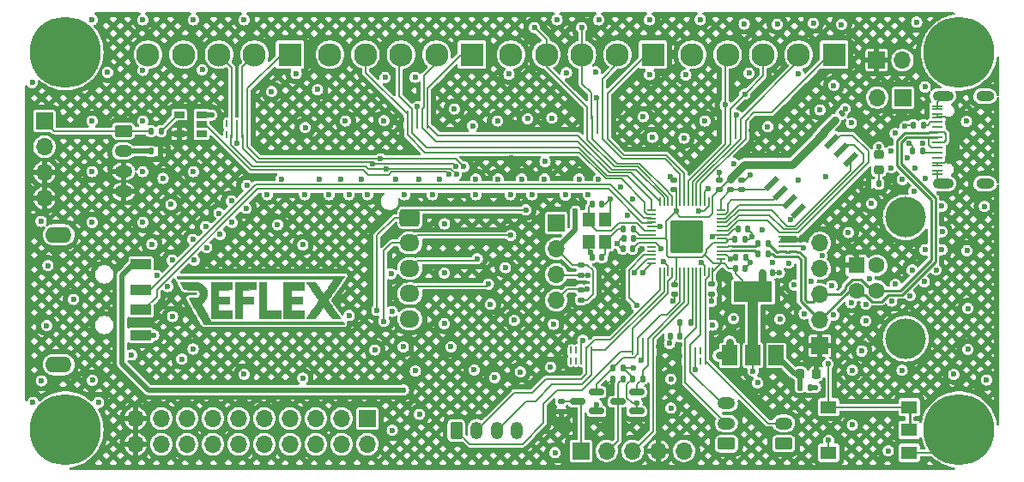
<source format=gbr>
%TF.GenerationSoftware,KiCad,Pcbnew,(7.0.0-0)*%
%TF.CreationDate,2023-08-14T10:15:54-06:00*%
%TF.ProjectId,ReflexFightingBoard,5265666c-6578-4466-9967-6874696e6742,rev?*%
%TF.SameCoordinates,Original*%
%TF.FileFunction,Copper,L1,Top*%
%TF.FilePolarity,Positive*%
%FSLAX46Y46*%
G04 Gerber Fmt 4.6, Leading zero omitted, Abs format (unit mm)*
G04 Created by KiCad (PCBNEW (7.0.0-0)) date 2023-08-14 10:15:54*
%MOMM*%
%LPD*%
G01*
G04 APERTURE LIST*
G04 Aperture macros list*
%AMRoundRect*
0 Rectangle with rounded corners*
0 $1 Rounding radius*
0 $2 $3 $4 $5 $6 $7 $8 $9 X,Y pos of 4 corners*
0 Add a 4 corners polygon primitive as box body*
4,1,4,$2,$3,$4,$5,$6,$7,$8,$9,$2,$3,0*
0 Add four circle primitives for the rounded corners*
1,1,$1+$1,$2,$3*
1,1,$1+$1,$4,$5*
1,1,$1+$1,$6,$7*
1,1,$1+$1,$8,$9*
0 Add four rect primitives between the rounded corners*
20,1,$1+$1,$2,$3,$4,$5,0*
20,1,$1+$1,$4,$5,$6,$7,0*
20,1,$1+$1,$6,$7,$8,$9,0*
20,1,$1+$1,$8,$9,$2,$3,0*%
%AMRotRect*
0 Rectangle, with rotation*
0 The origin of the aperture is its center*
0 $1 length*
0 $2 width*
0 $3 Rotation angle, in degrees counterclockwise*
0 Add horizontal line*
21,1,$1,$2,0,0,$3*%
G04 Aperture macros list end*
%TA.AperFunction,EtchedComponent*%
%ADD10C,0.010000*%
%TD*%
%TA.AperFunction,SMDPad,CuDef*%
%ADD11RoundRect,0.135000X0.135000X0.185000X-0.135000X0.185000X-0.135000X-0.185000X0.135000X-0.185000X0*%
%TD*%
%TA.AperFunction,SMDPad,CuDef*%
%ADD12R,1.060000X0.650000*%
%TD*%
%TA.AperFunction,SMDPad,CuDef*%
%ADD13RoundRect,0.140000X-0.140000X-0.170000X0.140000X-0.170000X0.140000X0.170000X-0.140000X0.170000X0*%
%TD*%
%TA.AperFunction,SMDPad,CuDef*%
%ADD14RoundRect,0.135000X0.185000X-0.135000X0.185000X0.135000X-0.185000X0.135000X-0.185000X-0.135000X0*%
%TD*%
%TA.AperFunction,SMDPad,CuDef*%
%ADD15RoundRect,0.135000X-0.185000X0.135000X-0.185000X-0.135000X0.185000X-0.135000X0.185000X0.135000X0*%
%TD*%
%TA.AperFunction,ComponentPad*%
%ADD16R,1.700000X1.700000*%
%TD*%
%TA.AperFunction,ComponentPad*%
%ADD17O,1.700000X1.700000*%
%TD*%
%TA.AperFunction,ComponentPad*%
%ADD18RoundRect,0.249999X-0.625001X0.350001X-0.625001X-0.350001X0.625001X-0.350001X0.625001X0.350001X0*%
%TD*%
%TA.AperFunction,ComponentPad*%
%ADD19O,1.750000X1.200000*%
%TD*%
%TA.AperFunction,ComponentPad*%
%ADD20RoundRect,0.250000X0.625000X-0.350000X0.625000X0.350000X-0.625000X0.350000X-0.625000X-0.350000X0*%
%TD*%
%TA.AperFunction,ComponentPad*%
%ADD21R,2.300000X2.300000*%
%TD*%
%TA.AperFunction,ComponentPad*%
%ADD22C,2.300000*%
%TD*%
%TA.AperFunction,ComponentPad*%
%ADD23C,7.000000*%
%TD*%
%TA.AperFunction,SMDPad,CuDef*%
%ADD24RoundRect,0.140000X0.140000X0.170000X-0.140000X0.170000X-0.140000X-0.170000X0.140000X-0.170000X0*%
%TD*%
%TA.AperFunction,SMDPad,CuDef*%
%ADD25O,0.200000X0.700000*%
%TD*%
%TA.AperFunction,SMDPad,CuDef*%
%ADD26R,2.000000X1.000000*%
%TD*%
%TA.AperFunction,ComponentPad*%
%ADD27O,2.610000X1.600000*%
%TD*%
%TA.AperFunction,ComponentPad*%
%ADD28RoundRect,0.250000X-0.350000X-0.625000X0.350000X-0.625000X0.350000X0.625000X-0.350000X0.625000X0*%
%TD*%
%TA.AperFunction,ComponentPad*%
%ADD29O,1.200000X1.750000*%
%TD*%
%TA.AperFunction,SMDPad,CuDef*%
%ADD30RoundRect,0.140000X-0.170000X0.140000X-0.170000X-0.140000X0.170000X-0.140000X0.170000X0.140000X0*%
%TD*%
%TA.AperFunction,SMDPad,CuDef*%
%ADD31RoundRect,0.135000X-0.135000X-0.185000X0.135000X-0.185000X0.135000X0.185000X-0.135000X0.185000X0*%
%TD*%
%TA.AperFunction,ComponentPad*%
%ADD32R,1.600000X1.600000*%
%TD*%
%TA.AperFunction,ComponentPad*%
%ADD33C,1.600000*%
%TD*%
%TA.AperFunction,ComponentPad*%
%ADD34C,4.000000*%
%TD*%
%TA.AperFunction,SMDPad,CuDef*%
%ADD35RoundRect,0.147500X-0.147500X-0.172500X0.147500X-0.172500X0.147500X0.172500X-0.147500X0.172500X0*%
%TD*%
%TA.AperFunction,SMDPad,CuDef*%
%ADD36R,1.500000X2.000000*%
%TD*%
%TA.AperFunction,SMDPad,CuDef*%
%ADD37R,3.800000X2.000000*%
%TD*%
%TA.AperFunction,SMDPad,CuDef*%
%ADD38RotRect,1.610000X0.580000X45.000000*%
%TD*%
%TA.AperFunction,SMDPad,CuDef*%
%ADD39RoundRect,0.150000X0.587500X0.150000X-0.587500X0.150000X-0.587500X-0.150000X0.587500X-0.150000X0*%
%TD*%
%TA.AperFunction,SMDPad,CuDef*%
%ADD40RoundRect,0.050000X-0.050000X0.387500X-0.050000X-0.387500X0.050000X-0.387500X0.050000X0.387500X0*%
%TD*%
%TA.AperFunction,SMDPad,CuDef*%
%ADD41RoundRect,0.050000X-0.387500X0.050000X-0.387500X-0.050000X0.387500X-0.050000X0.387500X0.050000X0*%
%TD*%
%TA.AperFunction,ComponentPad*%
%ADD42C,0.600000*%
%TD*%
%TA.AperFunction,SMDPad,CuDef*%
%ADD43RoundRect,0.144000X-1.456000X1.456000X-1.456000X-1.456000X1.456000X-1.456000X1.456000X1.456000X0*%
%TD*%
%TA.AperFunction,SMDPad,CuDef*%
%ADD44RoundRect,0.140000X0.170000X-0.140000X0.170000X0.140000X-0.170000X0.140000X-0.170000X-0.140000X0*%
%TD*%
%TA.AperFunction,SMDPad,CuDef*%
%ADD45R,1.150000X1.400000*%
%TD*%
%TA.AperFunction,SMDPad,CuDef*%
%ADD46RoundRect,0.218750X-0.218750X-0.256250X0.218750X-0.256250X0.218750X0.256250X-0.218750X0.256250X0*%
%TD*%
%TA.AperFunction,SMDPad,CuDef*%
%ADD47RoundRect,0.218750X-0.256250X0.218750X-0.256250X-0.218750X0.256250X-0.218750X0.256250X0.218750X0*%
%TD*%
%TA.AperFunction,SMDPad,CuDef*%
%ADD48R,1.550000X1.300000*%
%TD*%
%TA.AperFunction,SMDPad,CuDef*%
%ADD49RoundRect,0.140000X0.021213X-0.219203X0.219203X-0.021213X-0.021213X0.219203X-0.219203X0.021213X0*%
%TD*%
%TA.AperFunction,ComponentPad*%
%ADD50RoundRect,0.250000X-0.725000X0.600000X-0.725000X-0.600000X0.725000X-0.600000X0.725000X0.600000X0*%
%TD*%
%TA.AperFunction,ComponentPad*%
%ADD51O,1.950000X1.700000*%
%TD*%
%TA.AperFunction,SMDPad,CuDef*%
%ADD52R,1.100000X0.225000*%
%TD*%
%TA.AperFunction,ComponentPad*%
%ADD53O,2.100000X1.000000*%
%TD*%
%TA.AperFunction,ComponentPad*%
%ADD54O,1.800000X1.000000*%
%TD*%
%TA.AperFunction,SMDPad,CuDef*%
%ADD55O,0.700000X0.200000*%
%TD*%
%TA.AperFunction,ViaPad*%
%ADD56C,0.600000*%
%TD*%
%TA.AperFunction,Conductor*%
%ADD57C,0.250000*%
%TD*%
%TA.AperFunction,Conductor*%
%ADD58C,0.200000*%
%TD*%
%TA.AperFunction,Conductor*%
%ADD59C,0.500000*%
%TD*%
%TA.AperFunction,Conductor*%
%ADD60C,0.150000*%
%TD*%
%TA.AperFunction,Conductor*%
%ADD61C,0.750000*%
%TD*%
%TA.AperFunction,Conductor*%
%ADD62C,1.000000*%
%TD*%
%TA.AperFunction,Conductor*%
%ADD63C,0.400000*%
%TD*%
G04 APERTURE END LIST*
%TO.C,Ref\u002A\u002A*%
G36*
X127162316Y-108736848D02*
G01*
X128580483Y-108736848D01*
X128580483Y-109456515D01*
X126463816Y-109456515D01*
X126463816Y-105921682D01*
X127162316Y-105921682D01*
X127162316Y-108736848D01*
G37*
D10*
X127162316Y-108736848D02*
X128580483Y-108736848D01*
X128580483Y-109456515D01*
X126463816Y-109456515D01*
X126463816Y-105921682D01*
X127162316Y-105921682D01*
X127162316Y-108736848D01*
G36*
X126156900Y-105932265D02*
G01*
X126156900Y-106630765D01*
X124791650Y-106641935D01*
X124791650Y-107339848D01*
X125934650Y-107339848D01*
X125934650Y-108038348D01*
X124791650Y-108038348D01*
X124791650Y-109456515D01*
X124093150Y-109456515D01*
X124093150Y-105921279D01*
X126156900Y-105932265D01*
G37*
X126156900Y-105932265D02*
X126156900Y-106630765D01*
X124791650Y-106641935D01*
X124791650Y-107339848D01*
X125934650Y-107339848D01*
X125934650Y-108038348D01*
X124791650Y-108038348D01*
X124791650Y-109456515D01*
X124093150Y-109456515D01*
X124093150Y-105921279D01*
X126156900Y-105932265D01*
G36*
X122764941Y-105926770D02*
G01*
X123786233Y-105932265D01*
X123786233Y-106630765D01*
X123113668Y-106636355D01*
X122441104Y-106641944D01*
X122446918Y-106985605D01*
X122452733Y-107329265D01*
X123563983Y-107340551D01*
X123563983Y-108037645D01*
X123008358Y-108043288D01*
X122452733Y-108048932D01*
X122452733Y-108726265D01*
X123119483Y-108736848D01*
X123786233Y-108747432D01*
X123786233Y-109445932D01*
X122764941Y-109451426D01*
X121743650Y-109456921D01*
X121743650Y-105921275D01*
X122764941Y-105926770D01*
G37*
X122764941Y-105926770D02*
X123786233Y-105932265D01*
X123786233Y-106630765D01*
X123113668Y-106636355D01*
X122441104Y-106641944D01*
X122446918Y-106985605D01*
X122452733Y-107329265D01*
X123563983Y-107340551D01*
X123563983Y-108037645D01*
X123008358Y-108043288D01*
X122452733Y-108048932D01*
X122452733Y-108726265D01*
X123119483Y-108736848D01*
X123786233Y-108747432D01*
X123786233Y-109445932D01*
X122764941Y-109451426D01*
X121743650Y-109456921D01*
X121743650Y-105921275D01*
X122764941Y-105926770D01*
G36*
X130929983Y-106641348D02*
G01*
X129596483Y-106641348D01*
X129596483Y-107339848D01*
X130697150Y-107339848D01*
X130697150Y-108038348D01*
X129596483Y-108038348D01*
X129596483Y-108736848D01*
X130929983Y-108736848D01*
X130929983Y-109456515D01*
X129913319Y-109456515D01*
X129668765Y-109456287D01*
X129463628Y-109455552D01*
X129294993Y-109454235D01*
X129159945Y-109452261D01*
X129055570Y-109449555D01*
X128978954Y-109446043D01*
X128927181Y-109441648D01*
X128897337Y-109436295D01*
X128886559Y-109430057D01*
X128885069Y-109405266D01*
X128883777Y-109341336D01*
X128882689Y-109241459D01*
X128881815Y-109108830D01*
X128881164Y-108946640D01*
X128880743Y-108758085D01*
X128880562Y-108546356D01*
X128880627Y-108314647D01*
X128880949Y-108066152D01*
X128881535Y-107804063D01*
X128881932Y-107667932D01*
X128887400Y-105932265D01*
X129908691Y-105926770D01*
X130929983Y-105921275D01*
X130929983Y-106641348D01*
G37*
X130929983Y-106641348D02*
X129596483Y-106641348D01*
X129596483Y-107339848D01*
X130697150Y-107339848D01*
X130697150Y-108038348D01*
X129596483Y-108038348D01*
X129596483Y-108736848D01*
X130929983Y-108736848D01*
X130929983Y-109456515D01*
X129913319Y-109456515D01*
X129668765Y-109456287D01*
X129463628Y-109455552D01*
X129294993Y-109454235D01*
X129159945Y-109452261D01*
X129055570Y-109449555D01*
X128978954Y-109446043D01*
X128927181Y-109441648D01*
X128897337Y-109436295D01*
X128886559Y-109430057D01*
X128885069Y-109405266D01*
X128883777Y-109341336D01*
X128882689Y-109241459D01*
X128881815Y-109108830D01*
X128881164Y-108946640D01*
X128880743Y-108758085D01*
X128880562Y-108546356D01*
X128880627Y-108314647D01*
X128880949Y-108066152D01*
X128881535Y-107804063D01*
X128881932Y-107667932D01*
X128887400Y-105932265D01*
X129908691Y-105926770D01*
X130929983Y-105921275D01*
X130929983Y-106641348D01*
G36*
X119315812Y-105924462D02*
G01*
X119498370Y-105925407D01*
X119576970Y-105926068D01*
X120441900Y-105934144D01*
X120583123Y-105989843D01*
X120772628Y-106079728D01*
X120930150Y-106189269D01*
X121063835Y-106324649D01*
X121119117Y-106396670D01*
X121227302Y-106583971D01*
X121297252Y-106787030D01*
X121327802Y-107001163D01*
X121319988Y-107204908D01*
X121280103Y-107384643D01*
X121208499Y-107560207D01*
X121110709Y-107722711D01*
X120992265Y-107863271D01*
X120858701Y-107973001D01*
X120830996Y-107990268D01*
X120789558Y-108018492D01*
X120770177Y-108039074D01*
X120769983Y-108040308D01*
X120779743Y-108063156D01*
X120806359Y-108115240D01*
X120845828Y-108188953D01*
X120894152Y-108276691D01*
X120896983Y-108281765D01*
X120945630Y-108369750D01*
X120985664Y-108443793D01*
X121013099Y-108496401D01*
X121023947Y-108520081D01*
X121023983Y-108520414D01*
X121033811Y-108542610D01*
X121060068Y-108592358D01*
X121097914Y-108660610D01*
X121115997Y-108692435D01*
X121166881Y-108782883D01*
X121227843Y-108893485D01*
X121289352Y-109006875D01*
X121320386Y-109064932D01*
X121375706Y-109168386D01*
X121433383Y-109275017D01*
X121484972Y-109369266D01*
X121509930Y-109414182D01*
X121549580Y-109486348D01*
X121581722Y-109547541D01*
X121599885Y-109585409D01*
X121600592Y-109587195D01*
X121619684Y-109625882D01*
X121652252Y-109682487D01*
X121668549Y-109708904D01*
X121723014Y-109795182D01*
X134733849Y-109795182D01*
X134821583Y-109920254D01*
X134864775Y-109984841D01*
X134896098Y-110037425D01*
X134909239Y-110067343D01*
X134909316Y-110068421D01*
X134888468Y-110070194D01*
X134827195Y-110071905D01*
X134727407Y-110073554D01*
X134591014Y-110075140D01*
X134419923Y-110076661D01*
X134216045Y-110078118D01*
X133981289Y-110079508D01*
X133717563Y-110080832D01*
X133426776Y-110082087D01*
X133110838Y-110083273D01*
X132771659Y-110084390D01*
X132411146Y-110085436D01*
X132031210Y-110086410D01*
X131633758Y-110087311D01*
X131220702Y-110088139D01*
X130793948Y-110088891D01*
X130355408Y-110089569D01*
X129906989Y-110090170D01*
X129450601Y-110090693D01*
X128988153Y-110091138D01*
X128521554Y-110091504D01*
X128052713Y-110091789D01*
X127583540Y-110091993D01*
X127115943Y-110092115D01*
X126651832Y-110092153D01*
X126193115Y-110092108D01*
X125741703Y-110091977D01*
X125299503Y-110091761D01*
X124868426Y-110091457D01*
X124450379Y-110091066D01*
X124047274Y-110090586D01*
X123661017Y-110090016D01*
X123293519Y-110089355D01*
X122946689Y-110088602D01*
X122622435Y-110087757D01*
X122322668Y-110086818D01*
X122049296Y-110085785D01*
X121804227Y-110084656D01*
X121589372Y-110083431D01*
X121406640Y-110082109D01*
X121257939Y-110080688D01*
X121145179Y-110079167D01*
X121070268Y-110077547D01*
X121035117Y-110075825D01*
X121032645Y-110075316D01*
X121019344Y-110055267D01*
X120987364Y-110001958D01*
X120938772Y-109919028D01*
X120875636Y-109810118D01*
X120800020Y-109678870D01*
X120713993Y-109528923D01*
X120619620Y-109363919D01*
X120518968Y-109187499D01*
X120414105Y-109003303D01*
X120307096Y-108814971D01*
X120200008Y-108626145D01*
X120094908Y-108440466D01*
X119993863Y-108261574D01*
X119898939Y-108093110D01*
X119812203Y-107938714D01*
X119735721Y-107802028D01*
X119671560Y-107686692D01*
X119621787Y-107596347D01*
X119588469Y-107534634D01*
X119573671Y-107505193D01*
X119573533Y-107504840D01*
X119572425Y-107492668D01*
X119583257Y-107483485D01*
X119611311Y-107476723D01*
X119661872Y-107471814D01*
X119740219Y-107468191D01*
X119851638Y-107465286D01*
X119960612Y-107463227D01*
X120100140Y-107460647D01*
X120204156Y-107457841D01*
X120279477Y-107453890D01*
X120332919Y-107447872D01*
X120371299Y-107438867D01*
X120401433Y-107425955D01*
X120430137Y-107408215D01*
X120445335Y-107397766D01*
X120536020Y-107311797D01*
X120594894Y-107207205D01*
X120622055Y-107092116D01*
X120617597Y-106974657D01*
X120581618Y-106862953D01*
X120514212Y-106765131D01*
X120437117Y-106701948D01*
X120413385Y-106687802D01*
X120389057Y-106676516D01*
X120359143Y-106667670D01*
X120318653Y-106660850D01*
X120262596Y-106655637D01*
X120185982Y-106651614D01*
X120083820Y-106648364D01*
X119951122Y-106645471D01*
X119782895Y-106642516D01*
X119712106Y-106641348D01*
X119066978Y-106630765D01*
X118873461Y-106292098D01*
X118813032Y-106183978D01*
X118762061Y-106088197D01*
X118723570Y-106010826D01*
X118700581Y-105957933D01*
X118695992Y-105935711D01*
X118719972Y-105932070D01*
X118781738Y-105929069D01*
X118876748Y-105926758D01*
X119000459Y-105925187D01*
X119148328Y-105924405D01*
X119315812Y-105924462D01*
G37*
X119315812Y-105924462D02*
X119498370Y-105925407D01*
X119576970Y-105926068D01*
X120441900Y-105934144D01*
X120583123Y-105989843D01*
X120772628Y-106079728D01*
X120930150Y-106189269D01*
X121063835Y-106324649D01*
X121119117Y-106396670D01*
X121227302Y-106583971D01*
X121297252Y-106787030D01*
X121327802Y-107001163D01*
X121319988Y-107204908D01*
X121280103Y-107384643D01*
X121208499Y-107560207D01*
X121110709Y-107722711D01*
X120992265Y-107863271D01*
X120858701Y-107973001D01*
X120830996Y-107990268D01*
X120789558Y-108018492D01*
X120770177Y-108039074D01*
X120769983Y-108040308D01*
X120779743Y-108063156D01*
X120806359Y-108115240D01*
X120845828Y-108188953D01*
X120894152Y-108276691D01*
X120896983Y-108281765D01*
X120945630Y-108369750D01*
X120985664Y-108443793D01*
X121013099Y-108496401D01*
X121023947Y-108520081D01*
X121023983Y-108520414D01*
X121033811Y-108542610D01*
X121060068Y-108592358D01*
X121097914Y-108660610D01*
X121115997Y-108692435D01*
X121166881Y-108782883D01*
X121227843Y-108893485D01*
X121289352Y-109006875D01*
X121320386Y-109064932D01*
X121375706Y-109168386D01*
X121433383Y-109275017D01*
X121484972Y-109369266D01*
X121509930Y-109414182D01*
X121549580Y-109486348D01*
X121581722Y-109547541D01*
X121599885Y-109585409D01*
X121600592Y-109587195D01*
X121619684Y-109625882D01*
X121652252Y-109682487D01*
X121668549Y-109708904D01*
X121723014Y-109795182D01*
X134733849Y-109795182D01*
X134821583Y-109920254D01*
X134864775Y-109984841D01*
X134896098Y-110037425D01*
X134909239Y-110067343D01*
X134909316Y-110068421D01*
X134888468Y-110070194D01*
X134827195Y-110071905D01*
X134727407Y-110073554D01*
X134591014Y-110075140D01*
X134419923Y-110076661D01*
X134216045Y-110078118D01*
X133981289Y-110079508D01*
X133717563Y-110080832D01*
X133426776Y-110082087D01*
X133110838Y-110083273D01*
X132771659Y-110084390D01*
X132411146Y-110085436D01*
X132031210Y-110086410D01*
X131633758Y-110087311D01*
X131220702Y-110088139D01*
X130793948Y-110088891D01*
X130355408Y-110089569D01*
X129906989Y-110090170D01*
X129450601Y-110090693D01*
X128988153Y-110091138D01*
X128521554Y-110091504D01*
X128052713Y-110091789D01*
X127583540Y-110091993D01*
X127115943Y-110092115D01*
X126651832Y-110092153D01*
X126193115Y-110092108D01*
X125741703Y-110091977D01*
X125299503Y-110091761D01*
X124868426Y-110091457D01*
X124450379Y-110091066D01*
X124047274Y-110090586D01*
X123661017Y-110090016D01*
X123293519Y-110089355D01*
X122946689Y-110088602D01*
X122622435Y-110087757D01*
X122322668Y-110086818D01*
X122049296Y-110085785D01*
X121804227Y-110084656D01*
X121589372Y-110083431D01*
X121406640Y-110082109D01*
X121257939Y-110080688D01*
X121145179Y-110079167D01*
X121070268Y-110077547D01*
X121035117Y-110075825D01*
X121032645Y-110075316D01*
X121019344Y-110055267D01*
X120987364Y-110001958D01*
X120938772Y-109919028D01*
X120875636Y-109810118D01*
X120800020Y-109678870D01*
X120713993Y-109528923D01*
X120619620Y-109363919D01*
X120518968Y-109187499D01*
X120414105Y-109003303D01*
X120307096Y-108814971D01*
X120200008Y-108626145D01*
X120094908Y-108440466D01*
X119993863Y-108261574D01*
X119898939Y-108093110D01*
X119812203Y-107938714D01*
X119735721Y-107802028D01*
X119671560Y-107686692D01*
X119621787Y-107596347D01*
X119588469Y-107534634D01*
X119573671Y-107505193D01*
X119573533Y-107504840D01*
X119572425Y-107492668D01*
X119583257Y-107483485D01*
X119611311Y-107476723D01*
X119661872Y-107471814D01*
X119740219Y-107468191D01*
X119851638Y-107465286D01*
X119960612Y-107463227D01*
X120100140Y-107460647D01*
X120204156Y-107457841D01*
X120279477Y-107453890D01*
X120332919Y-107447872D01*
X120371299Y-107438867D01*
X120401433Y-107425955D01*
X120430137Y-107408215D01*
X120445335Y-107397766D01*
X120536020Y-107311797D01*
X120594894Y-107207205D01*
X120622055Y-107092116D01*
X120617597Y-106974657D01*
X120581618Y-106862953D01*
X120514212Y-106765131D01*
X120437117Y-106701948D01*
X120413385Y-106687802D01*
X120389057Y-106676516D01*
X120359143Y-106667670D01*
X120318653Y-106660850D01*
X120262596Y-106655637D01*
X120185982Y-106651614D01*
X120083820Y-106648364D01*
X119951122Y-106645471D01*
X119782895Y-106642516D01*
X119712106Y-106641348D01*
X119066978Y-106630765D01*
X118873461Y-106292098D01*
X118813032Y-106183978D01*
X118762061Y-106088197D01*
X118723570Y-106010826D01*
X118700581Y-105957933D01*
X118695992Y-105935711D01*
X118719972Y-105932070D01*
X118781738Y-105929069D01*
X118876748Y-105926758D01*
X119000459Y-105925187D01*
X119148328Y-105924405D01*
X119315812Y-105924462D01*
G36*
X134877011Y-105366057D02*
G01*
X134847670Y-105410092D01*
X134797824Y-105482794D01*
X134731536Y-105578357D01*
X134652873Y-105690974D01*
X134565899Y-105814842D01*
X134474681Y-105944152D01*
X134383282Y-106073100D01*
X134305837Y-106181795D01*
X134223706Y-106297259D01*
X134131595Y-106427580D01*
X134041771Y-106555366D01*
X133977754Y-106647022D01*
X133906734Y-106748523D01*
X133820330Y-106871073D01*
X133727937Y-107001396D01*
X133638952Y-107126217D01*
X133610739Y-107165606D01*
X133496466Y-107325738D01*
X133406247Y-107454077D01*
X133338704Y-107552673D01*
X133292458Y-107623573D01*
X133266131Y-107668829D01*
X133258316Y-107689822D01*
X133271028Y-107717046D01*
X133308994Y-107777681D01*
X133371960Y-107871351D01*
X133459670Y-107997681D01*
X133571870Y-108156297D01*
X133649371Y-108264761D01*
X133719195Y-108362394D01*
X133798786Y-108474035D01*
X133883894Y-108593684D01*
X133970268Y-108715345D01*
X134053659Y-108833020D01*
X134129816Y-108940710D01*
X134194490Y-109032419D01*
X134243431Y-109102149D01*
X134272388Y-109143901D01*
X134273743Y-109145895D01*
X134302779Y-109187555D01*
X134346266Y-109248616D01*
X134384868Y-109302153D01*
X134426306Y-109362500D01*
X134455201Y-109410727D01*
X134464816Y-109434444D01*
X134443773Y-109443170D01*
X134381031Y-109449737D01*
X134277173Y-109454116D01*
X134132778Y-109456276D01*
X134052891Y-109456515D01*
X133909682Y-109457049D01*
X133801525Y-109456582D01*
X133721189Y-109452013D01*
X133661445Y-109440241D01*
X133615063Y-109418162D01*
X133574813Y-109382675D01*
X133533465Y-109330678D01*
X133483790Y-109259069D01*
X133438233Y-109192798D01*
X133360007Y-109080977D01*
X133275483Y-108961066D01*
X133188456Y-108838353D01*
X133102718Y-108718125D01*
X133022063Y-108605671D01*
X132950285Y-108506278D01*
X132891177Y-108425234D01*
X132848533Y-108367827D01*
X132826145Y-108339344D01*
X132825353Y-108338484D01*
X132806559Y-108329170D01*
X132782980Y-108343574D01*
X132748323Y-108386928D01*
X132723500Y-108423151D01*
X132683062Y-108482525D01*
X132625046Y-108566209D01*
X132556513Y-108664086D01*
X132484522Y-108766039D01*
X132467674Y-108789765D01*
X132389953Y-108899313D01*
X132308179Y-109014955D01*
X132231581Y-109123620D01*
X132169385Y-109212238D01*
X132164162Y-109219710D01*
X132109186Y-109297477D01*
X132060752Y-109364328D01*
X132025537Y-109411131D01*
X132013263Y-109426085D01*
X131995401Y-109437012D01*
X131961189Y-109445105D01*
X131905312Y-109450733D01*
X131822453Y-109454264D01*
X131707298Y-109456066D01*
X131574054Y-109456515D01*
X131416642Y-109455603D01*
X131299183Y-109452778D01*
X131219331Y-109447903D01*
X131174745Y-109440846D01*
X131162816Y-109432830D01*
X131174468Y-109407984D01*
X131206537Y-109355490D01*
X131254694Y-109282048D01*
X131314612Y-109194357D01*
X131344019Y-109152372D01*
X131407524Y-109062359D01*
X131489611Y-108945971D01*
X131584477Y-108811437D01*
X131686320Y-108666987D01*
X131789337Y-108520851D01*
X131860881Y-108419348D01*
X131954279Y-108286861D01*
X132044407Y-108159070D01*
X132126970Y-108042060D01*
X132197675Y-107941913D01*
X132252229Y-107864713D01*
X132284387Y-107819292D01*
X132326051Y-107755244D01*
X132353367Y-107702712D01*
X132360883Y-107672318D01*
X132360448Y-107671125D01*
X132343154Y-107643353D01*
X132307748Y-107591332D01*
X132261049Y-107525027D01*
X132247864Y-107506628D01*
X132184851Y-107418605D01*
X132104302Y-107305464D01*
X132012977Y-107176756D01*
X131917638Y-107042030D01*
X131825045Y-106910836D01*
X131741959Y-106792724D01*
X131695222Y-106726015D01*
X131638495Y-106645458D01*
X131568659Y-106547153D01*
X131497466Y-106447616D01*
X131469337Y-106408515D01*
X131364572Y-106262431D01*
X131278042Y-106140156D01*
X131211337Y-106043998D01*
X131166049Y-105976259D01*
X131143766Y-105939247D01*
X131141650Y-105933479D01*
X131161758Y-105929887D01*
X131217851Y-105926736D01*
X131303581Y-105924203D01*
X131412600Y-105922466D01*
X131538561Y-105921702D01*
X131563471Y-105921682D01*
X131713632Y-105922238D01*
X131826725Y-105924143D01*
X131908003Y-105927752D01*
X131962721Y-105933422D01*
X131996132Y-105941506D01*
X132013263Y-105952112D01*
X132036916Y-105981881D01*
X132077932Y-106037364D01*
X132129634Y-106109431D01*
X132164162Y-106158487D01*
X132224349Y-106244296D01*
X132299890Y-106351499D01*
X132381557Y-106467027D01*
X132460122Y-106577807D01*
X132467674Y-106588432D01*
X132539329Y-106689689D01*
X132609089Y-106789101D01*
X132669939Y-106876615D01*
X132714860Y-106942175D01*
X132722512Y-106953557D01*
X132771141Y-107022100D01*
X132804201Y-107056555D01*
X132826158Y-107060124D01*
X132840651Y-107038223D01*
X132855766Y-107013091D01*
X132891425Y-106959661D01*
X132943455Y-106884007D01*
X133007686Y-106792202D01*
X133070458Y-106703623D01*
X133151046Y-106590289D01*
X133231940Y-106476070D01*
X133306285Y-106370679D01*
X133367224Y-106283825D01*
X133395900Y-106242633D01*
X133451131Y-106163389D01*
X133521614Y-106063014D01*
X133597981Y-105954816D01*
X133665775Y-105859254D01*
X133726236Y-105773419D01*
X133776652Y-105700188D01*
X133812477Y-105646294D01*
X133829164Y-105618465D01*
X133829816Y-105616453D01*
X133808898Y-105615543D01*
X133747136Y-105614650D01*
X133646021Y-105613775D01*
X133507042Y-105612920D01*
X133331690Y-105612089D01*
X133121454Y-105611283D01*
X132877824Y-105610505D01*
X132602291Y-105609757D01*
X132296343Y-105609042D01*
X131961472Y-105608363D01*
X131599166Y-105607722D01*
X131210917Y-105607120D01*
X130798214Y-105606562D01*
X130362546Y-105606048D01*
X129905404Y-105605582D01*
X129428278Y-105605167D01*
X128932657Y-105604803D01*
X128420032Y-105604495D01*
X127891892Y-105604244D01*
X127349728Y-105604053D01*
X126795029Y-105603924D01*
X126229285Y-105603860D01*
X126172775Y-105603857D01*
X125605762Y-105603791D01*
X125049529Y-105603642D01*
X124505572Y-105603413D01*
X123975386Y-105603108D01*
X123460468Y-105602730D01*
X122962313Y-105602282D01*
X122482418Y-105601767D01*
X122022278Y-105601187D01*
X121583391Y-105600547D01*
X121167251Y-105599849D01*
X120775355Y-105599096D01*
X120409199Y-105598292D01*
X120070280Y-105597439D01*
X119760092Y-105596540D01*
X119480132Y-105595600D01*
X119231897Y-105594620D01*
X119016882Y-105593603D01*
X118836583Y-105592554D01*
X118692497Y-105591475D01*
X118586119Y-105590369D01*
X118518946Y-105589239D01*
X118492473Y-105588088D01*
X118492136Y-105587982D01*
X118471298Y-105563333D01*
X118438676Y-105514150D01*
X118401562Y-105452842D01*
X118367248Y-105391818D01*
X118343029Y-105343487D01*
X118335816Y-105322012D01*
X118356744Y-105321004D01*
X118418574Y-105320014D01*
X118519872Y-105319046D01*
X118659208Y-105318101D01*
X118835150Y-105317182D01*
X119046264Y-105316291D01*
X119291120Y-105315431D01*
X119568286Y-105314604D01*
X119876329Y-105313813D01*
X120213817Y-105313059D01*
X120579318Y-105312347D01*
X120971401Y-105311677D01*
X121388634Y-105311053D01*
X121829584Y-105310477D01*
X122292819Y-105309951D01*
X122776907Y-105309477D01*
X123280417Y-105309059D01*
X123801917Y-105308699D01*
X124339974Y-105308399D01*
X124893156Y-105308161D01*
X125460032Y-105307989D01*
X126039169Y-105307883D01*
X126625001Y-105307848D01*
X134914185Y-105307848D01*
X134877011Y-105366057D01*
G37*
X134877011Y-105366057D02*
X134847670Y-105410092D01*
X134797824Y-105482794D01*
X134731536Y-105578357D01*
X134652873Y-105690974D01*
X134565899Y-105814842D01*
X134474681Y-105944152D01*
X134383282Y-106073100D01*
X134305837Y-106181795D01*
X134223706Y-106297259D01*
X134131595Y-106427580D01*
X134041771Y-106555366D01*
X133977754Y-106647022D01*
X133906734Y-106748523D01*
X133820330Y-106871073D01*
X133727937Y-107001396D01*
X133638952Y-107126217D01*
X133610739Y-107165606D01*
X133496466Y-107325738D01*
X133406247Y-107454077D01*
X133338704Y-107552673D01*
X133292458Y-107623573D01*
X133266131Y-107668829D01*
X133258316Y-107689822D01*
X133271028Y-107717046D01*
X133308994Y-107777681D01*
X133371960Y-107871351D01*
X133459670Y-107997681D01*
X133571870Y-108156297D01*
X133649371Y-108264761D01*
X133719195Y-108362394D01*
X133798786Y-108474035D01*
X133883894Y-108593684D01*
X133970268Y-108715345D01*
X134053659Y-108833020D01*
X134129816Y-108940710D01*
X134194490Y-109032419D01*
X134243431Y-109102149D01*
X134272388Y-109143901D01*
X134273743Y-109145895D01*
X134302779Y-109187555D01*
X134346266Y-109248616D01*
X134384868Y-109302153D01*
X134426306Y-109362500D01*
X134455201Y-109410727D01*
X134464816Y-109434444D01*
X134443773Y-109443170D01*
X134381031Y-109449737D01*
X134277173Y-109454116D01*
X134132778Y-109456276D01*
X134052891Y-109456515D01*
X133909682Y-109457049D01*
X133801525Y-109456582D01*
X133721189Y-109452013D01*
X133661445Y-109440241D01*
X133615063Y-109418162D01*
X133574813Y-109382675D01*
X133533465Y-109330678D01*
X133483790Y-109259069D01*
X133438233Y-109192798D01*
X133360007Y-109080977D01*
X133275483Y-108961066D01*
X133188456Y-108838353D01*
X133102718Y-108718125D01*
X133022063Y-108605671D01*
X132950285Y-108506278D01*
X132891177Y-108425234D01*
X132848533Y-108367827D01*
X132826145Y-108339344D01*
X132825353Y-108338484D01*
X132806559Y-108329170D01*
X132782980Y-108343574D01*
X132748323Y-108386928D01*
X132723500Y-108423151D01*
X132683062Y-108482525D01*
X132625046Y-108566209D01*
X132556513Y-108664086D01*
X132484522Y-108766039D01*
X132467674Y-108789765D01*
X132389953Y-108899313D01*
X132308179Y-109014955D01*
X132231581Y-109123620D01*
X132169385Y-109212238D01*
X132164162Y-109219710D01*
X132109186Y-109297477D01*
X132060752Y-109364328D01*
X132025537Y-109411131D01*
X132013263Y-109426085D01*
X131995401Y-109437012D01*
X131961189Y-109445105D01*
X131905312Y-109450733D01*
X131822453Y-109454264D01*
X131707298Y-109456066D01*
X131574054Y-109456515D01*
X131416642Y-109455603D01*
X131299183Y-109452778D01*
X131219331Y-109447903D01*
X131174745Y-109440846D01*
X131162816Y-109432830D01*
X131174468Y-109407984D01*
X131206537Y-109355490D01*
X131254694Y-109282048D01*
X131314612Y-109194357D01*
X131344019Y-109152372D01*
X131407524Y-109062359D01*
X131489611Y-108945971D01*
X131584477Y-108811437D01*
X131686320Y-108666987D01*
X131789337Y-108520851D01*
X131860881Y-108419348D01*
X131954279Y-108286861D01*
X132044407Y-108159070D01*
X132126970Y-108042060D01*
X132197675Y-107941913D01*
X132252229Y-107864713D01*
X132284387Y-107819292D01*
X132326051Y-107755244D01*
X132353367Y-107702712D01*
X132360883Y-107672318D01*
X132360448Y-107671125D01*
X132343154Y-107643353D01*
X132307748Y-107591332D01*
X132261049Y-107525027D01*
X132247864Y-107506628D01*
X132184851Y-107418605D01*
X132104302Y-107305464D01*
X132012977Y-107176756D01*
X131917638Y-107042030D01*
X131825045Y-106910836D01*
X131741959Y-106792724D01*
X131695222Y-106726015D01*
X131638495Y-106645458D01*
X131568659Y-106547153D01*
X131497466Y-106447616D01*
X131469337Y-106408515D01*
X131364572Y-106262431D01*
X131278042Y-106140156D01*
X131211337Y-106043998D01*
X131166049Y-105976259D01*
X131143766Y-105939247D01*
X131141650Y-105933479D01*
X131161758Y-105929887D01*
X131217851Y-105926736D01*
X131303581Y-105924203D01*
X131412600Y-105922466D01*
X131538561Y-105921702D01*
X131563471Y-105921682D01*
X131713632Y-105922238D01*
X131826725Y-105924143D01*
X131908003Y-105927752D01*
X131962721Y-105933422D01*
X131996132Y-105941506D01*
X132013263Y-105952112D01*
X132036916Y-105981881D01*
X132077932Y-106037364D01*
X132129634Y-106109431D01*
X132164162Y-106158487D01*
X132224349Y-106244296D01*
X132299890Y-106351499D01*
X132381557Y-106467027D01*
X132460122Y-106577807D01*
X132467674Y-106588432D01*
X132539329Y-106689689D01*
X132609089Y-106789101D01*
X132669939Y-106876615D01*
X132714860Y-106942175D01*
X132722512Y-106953557D01*
X132771141Y-107022100D01*
X132804201Y-107056555D01*
X132826158Y-107060124D01*
X132840651Y-107038223D01*
X132855766Y-107013091D01*
X132891425Y-106959661D01*
X132943455Y-106884007D01*
X133007686Y-106792202D01*
X133070458Y-106703623D01*
X133151046Y-106590289D01*
X133231940Y-106476070D01*
X133306285Y-106370679D01*
X133367224Y-106283825D01*
X133395900Y-106242633D01*
X133451131Y-106163389D01*
X133521614Y-106063014D01*
X133597981Y-105954816D01*
X133665775Y-105859254D01*
X133726236Y-105773419D01*
X133776652Y-105700188D01*
X133812477Y-105646294D01*
X133829164Y-105618465D01*
X133829816Y-105616453D01*
X133808898Y-105615543D01*
X133747136Y-105614650D01*
X133646021Y-105613775D01*
X133507042Y-105612920D01*
X133331690Y-105612089D01*
X133121454Y-105611283D01*
X132877824Y-105610505D01*
X132602291Y-105609757D01*
X132296343Y-105609042D01*
X131961472Y-105608363D01*
X131599166Y-105607722D01*
X131210917Y-105607120D01*
X130798214Y-105606562D01*
X130362546Y-105606048D01*
X129905404Y-105605582D01*
X129428278Y-105605167D01*
X128932657Y-105604803D01*
X128420032Y-105604495D01*
X127891892Y-105604244D01*
X127349728Y-105604053D01*
X126795029Y-105603924D01*
X126229285Y-105603860D01*
X126172775Y-105603857D01*
X125605762Y-105603791D01*
X125049529Y-105603642D01*
X124505572Y-105603413D01*
X123975386Y-105603108D01*
X123460468Y-105602730D01*
X122962313Y-105602282D01*
X122482418Y-105601767D01*
X122022278Y-105601187D01*
X121583391Y-105600547D01*
X121167251Y-105599849D01*
X120775355Y-105599096D01*
X120409199Y-105598292D01*
X120070280Y-105597439D01*
X119760092Y-105596540D01*
X119480132Y-105595600D01*
X119231897Y-105594620D01*
X119016882Y-105593603D01*
X118836583Y-105592554D01*
X118692497Y-105591475D01*
X118586119Y-105590369D01*
X118518946Y-105589239D01*
X118492473Y-105588088D01*
X118492136Y-105587982D01*
X118471298Y-105563333D01*
X118438676Y-105514150D01*
X118401562Y-105452842D01*
X118367248Y-105391818D01*
X118343029Y-105343487D01*
X118335816Y-105322012D01*
X118356744Y-105321004D01*
X118418574Y-105320014D01*
X118519872Y-105319046D01*
X118659208Y-105318101D01*
X118835150Y-105317182D01*
X119046264Y-105316291D01*
X119291120Y-105315431D01*
X119568286Y-105314604D01*
X119876329Y-105313813D01*
X120213817Y-105313059D01*
X120579318Y-105312347D01*
X120971401Y-105311677D01*
X121388634Y-105311053D01*
X121829584Y-105310477D01*
X122292819Y-105309951D01*
X122776907Y-105309477D01*
X123280417Y-105309059D01*
X123801917Y-105308699D01*
X124339974Y-105308399D01*
X124893156Y-105308161D01*
X125460032Y-105307989D01*
X126039169Y-105307883D01*
X126625001Y-105307848D01*
X134914185Y-105307848D01*
X134877011Y-105366057D01*
%TD*%
D11*
%TO.P,R5,1*%
%TO.N,/RGB_DATA_5V*%
X116810000Y-91000000D03*
%TO.P,R5,2*%
%TO.N,Net-(J1-Pin_1)*%
X115790000Y-91000000D03*
%TD*%
D12*
%TO.P,U2,1,NC*%
%TO.N,unconnected-(U2-NC-Pad1)*%
X120799999Y-91272399D03*
%TO.P,U2,2,A*%
%TO.N,/RGB*%
X120799999Y-90322399D03*
%TO.P,U2,3,GND*%
%TO.N,GND*%
X120799999Y-89372399D03*
%TO.P,U2,4,Y*%
%TO.N,/RGB_DATA_5V*%
X118599999Y-89372399D03*
%TO.P,U2,5,VCC*%
%TO.N,/VBUS*%
X118599999Y-91272399D03*
%TD*%
D13*
%TO.P,C1,1*%
%TO.N,GND*%
X115820000Y-93000000D03*
%TO.P,C1,2*%
%TO.N,/VBUS*%
X116780000Y-93000000D03*
%TD*%
D14*
%TO.P,R6,1*%
%TO.N,+3V3*%
X158225000Y-107670000D03*
%TO.P,R6,2*%
%TO.N,/SCL*%
X158225000Y-106650000D03*
%TD*%
D15*
%TO.P,R7,1*%
%TO.N,+3V3*%
X158225000Y-104190000D03*
%TO.P,R7,2*%
%TO.N,/SDA*%
X158225000Y-105210000D03*
%TD*%
D16*
%TO.P,J2,1,Pin_1*%
%TO.N,/UP*%
X137159999Y-119379999D03*
D17*
%TO.P,J2,2,Pin_2*%
%TO.N,/DOWN*%
X137159999Y-121919999D03*
%TO.P,J2,3,Pin_3*%
%TO.N,/RIGHT*%
X134619999Y-119379999D03*
%TO.P,J2,4,Pin_4*%
%TO.N,/LEFT*%
X134619999Y-121919999D03*
%TO.P,J2,5,Pin_5*%
%TO.N,/SELECT*%
X132079999Y-119379999D03*
%TO.P,J2,6,Pin_6*%
%TO.N,/HOME*%
X132079999Y-121919999D03*
%TO.P,J2,7,Pin_7*%
%TO.N,/START*%
X129539999Y-119379999D03*
%TO.P,J2,8,Pin_8*%
%TO.N,/1P*%
X129539999Y-121919999D03*
%TO.P,J2,9,Pin_9*%
%TO.N,/2P*%
X126999999Y-119379999D03*
%TO.P,J2,10,Pin_10*%
%TO.N,/3P*%
X126999999Y-121919999D03*
%TO.P,J2,11,Pin_11*%
%TO.N,/4P*%
X124459999Y-119379999D03*
%TO.P,J2,12,Pin_12*%
%TO.N,GND*%
X124459999Y-121919999D03*
%TO.P,J2,13,Pin_13*%
%TO.N,/1K*%
X121919999Y-119379999D03*
%TO.P,J2,14,Pin_14*%
%TO.N,/2K*%
X121919999Y-121919999D03*
%TO.P,J2,15,Pin_15*%
%TO.N,/3K*%
X119379999Y-119379999D03*
%TO.P,J2,16,Pin_16*%
%TO.N,/4K*%
X119379999Y-121919999D03*
%TO.P,J2,17,Pin_17*%
%TO.N,GND*%
X116839999Y-119379999D03*
%TO.P,J2,18,Pin_18*%
X116839999Y-121919999D03*
%TO.P,J2,19,Pin_19*%
%TO.N,/VBUS*%
X114299999Y-119379999D03*
%TO.P,J2,20,Pin_20*%
X114299999Y-121919999D03*
%TD*%
D18*
%TO.P,J1,1,Pin_1*%
%TO.N,Net-(J1-Pin_1)*%
X113100000Y-90982800D03*
D19*
%TO.P,J1,2,Pin_2*%
%TO.N,GND*%
X113099999Y-92982799D03*
%TO.P,J1,3,Pin_3*%
%TO.N,/VBUS*%
X113099999Y-94982799D03*
%TO.P,J1,4,Pin_4*%
X113099999Y-96982799D03*
%TD*%
D20*
%TO.P,J3,1,Pin_1*%
%TO.N,GND*%
X178225000Y-121850000D03*
D19*
%TO.P,J3,2,Pin_2*%
%TO.N,/TURBO*%
X178224999Y-119849999D03*
%TD*%
D21*
%TO.P,J5,1,Pin_1*%
%TO.N,/1K*%
X165324999Y-83449999D03*
D22*
%TO.P,J5,2,Pin_2*%
%TO.N,/2K*%
X161825000Y-83450000D03*
%TO.P,J5,3,Pin_3*%
%TO.N,/3K*%
X158325000Y-83450000D03*
%TO.P,J5,4,Pin_4*%
%TO.N,/4K*%
X154825000Y-83450000D03*
%TO.P,J5,5,Pin_5*%
%TO.N,GND*%
X151325000Y-83450000D03*
%TD*%
D21*
%TO.P,J6,1,Pin_1*%
%TO.N,/1P*%
X147474999Y-83449999D03*
D22*
%TO.P,J6,2,Pin_2*%
%TO.N,/2P*%
X143975000Y-83450000D03*
%TO.P,J6,3,Pin_3*%
%TO.N,/3P*%
X140475000Y-83450000D03*
%TO.P,J6,4,Pin_4*%
%TO.N,/4P*%
X136975000Y-83450000D03*
%TO.P,J6,5,Pin_5*%
%TO.N,GND*%
X133475000Y-83450000D03*
%TD*%
D21*
%TO.P,J7,1,Pin_1*%
%TO.N,/SELECT*%
X129524999Y-83449999D03*
D22*
%TO.P,J7,2,Pin_2*%
%TO.N,/START*%
X126025000Y-83450000D03*
%TO.P,J7,3,Pin_3*%
%TO.N,/HOME*%
X122525000Y-83450000D03*
%TO.P,J7,4,Pin_4*%
%TO.N,GND*%
X119025000Y-83450000D03*
%TO.P,J7,5,Pin_5*%
X115525000Y-83450000D03*
%TD*%
D21*
%TO.P,J8,1,Pin_1*%
%TO.N,/UP*%
X183199999Y-83449999D03*
D22*
%TO.P,J8,2,Pin_2*%
%TO.N,/DOWN*%
X179700000Y-83450000D03*
%TO.P,J8,3,Pin_3*%
%TO.N,/RIGHT*%
X176200000Y-83450000D03*
%TO.P,J8,4,Pin_4*%
%TO.N,/LEFT*%
X172700000Y-83450000D03*
%TO.P,J8,5,Pin_5*%
%TO.N,GND*%
X169200000Y-83450000D03*
%TD*%
D23*
%TO.P,H1,1,1*%
%TO.N,GND*%
X107378000Y-83200000D03*
%TD*%
%TO.P,H3,1,1*%
%TO.N,GND*%
X107378000Y-120460000D03*
%TD*%
%TO.P,H4,1,1*%
%TO.N,GND*%
X195517000Y-120460000D03*
%TD*%
%TO.P,H2,1,1*%
%TO.N,GND*%
X195517000Y-83248000D03*
%TD*%
D24*
%TO.P,C9,1*%
%TO.N,+1V1*%
X163310000Y-102600000D03*
%TO.P,C9,2*%
%TO.N,GND*%
X162350000Y-102600000D03*
%TD*%
D25*
%TO.P,U9,1,IO1*%
%TO.N,/RS_TOGGLE*%
X168519999Y-113704999D03*
%TO.P,U9,2,IO2*%
%TO.N,/LS_TOGGLE*%
X169019999Y-113704999D03*
%TO.P,U9,3,GND*%
%TO.N,GND*%
X169519999Y-113704999D03*
%TO.P,U9,4,IO3*%
%TO.N,unconnected-(U9-IO3-Pad4)*%
X170019999Y-113704999D03*
%TO.P,U9,5,IO4*%
%TO.N,/TURBO*%
X170519999Y-113704999D03*
%TO.P,U9,6,N/C*%
X170519999Y-112654999D03*
%TO.P,U9,7,N/C*%
%TO.N,unconnected-(U9-N{slash}C-Pad7)*%
X170019999Y-112654999D03*
%TO.P,U9,8,GND*%
%TO.N,GND*%
X169519999Y-112654999D03*
%TO.P,U9,9,N/C*%
%TO.N,/LS_TOGGLE*%
X169019999Y-112654999D03*
%TO.P,U9,10,N/C*%
%TO.N,/RS_TOGGLE*%
X168519999Y-112654999D03*
%TD*%
D16*
%TO.P,J20,1,Pin_1*%
%TO.N,/VBUS*%
X187399999Y-84001951D03*
D17*
%TO.P,J20,2,Pin_2*%
%TO.N,GND*%
X189939999Y-84001951D03*
%TD*%
D15*
%TO.P,R15,1*%
%TO.N,+3V3*%
X173000000Y-95790000D03*
%TO.P,R15,2*%
%TO.N,/QSPI_SS*%
X173000000Y-96810000D03*
%TD*%
D26*
%TO.P,J9,1,VBUS*%
%TO.N,+5V*%
X114838390Y-104149999D03*
%TO.P,J9,2,D-*%
%TO.N,/DONGLE_D-*%
X114838390Y-106649999D03*
%TO.P,J9,3,D+*%
%TO.N,/DONGLE_D+*%
X114838390Y-108649999D03*
%TO.P,J9,4,GND*%
%TO.N,GND*%
X114838390Y-111149999D03*
D27*
%TO.P,J9,5,Shield*%
X106702499Y-101249999D03*
X106702499Y-114049999D03*
%TD*%
D28*
%TO.P,J21,1,Pin_1*%
%TO.N,/TP*%
X145925000Y-120550000D03*
D29*
%TO.P,J21,2,Pin_2*%
%TO.N,/LSB*%
X147924999Y-120549999D03*
%TO.P,J21,3,Pin_3*%
%TO.N,/RSB*%
X149924999Y-120549999D03*
%TO.P,J21,4,Pin_4*%
%TO.N,GND*%
X151924999Y-120549999D03*
%TD*%
D20*
%TO.P,J11,1,Pin_1*%
%TO.N,GND*%
X172575000Y-121875000D03*
D19*
%TO.P,J11,2,Pin_2*%
%TO.N,/RS_TOGGLE*%
X172574999Y-119874999D03*
%TO.P,J11,3,Pin_3*%
%TO.N,/LS_TOGGLE*%
X172574999Y-117874999D03*
%TD*%
D16*
%TO.P,J14,1,Pin_1*%
%TO.N,GND*%
X189999999Y-87699999D03*
D17*
%TO.P,J14,2,Pin_2*%
%TO.N,/~{USB_BOOT}*%
X187459999Y-87699999D03*
%TD*%
D14*
%TO.P,R4,1*%
%TO.N,/VBUS*%
X156300000Y-118710000D03*
%TO.P,R4,2*%
%TO.N,/GPIO22_5V*%
X156300000Y-117690000D03*
%TD*%
D13*
%TO.P,C8,1*%
%TO.N,+1V1*%
X173720000Y-100700000D03*
%TO.P,C8,2*%
%TO.N,GND*%
X174680000Y-100700000D03*
%TD*%
D25*
%TO.P,U11,1,IO1*%
%TO.N,/TP*%
X163319999Y-112774999D03*
%TO.P,U11,2,IO2*%
%TO.N,/GPIO22_3V3*%
X163819999Y-112774999D03*
%TO.P,U11,3,GND*%
%TO.N,GND*%
X164319999Y-112774999D03*
%TO.P,U11,4,IO3*%
%TO.N,/GPIO23_3V3*%
X164819999Y-112774999D03*
%TO.P,U11,5,IO4*%
%TO.N,/GPIO24*%
X165319999Y-112774999D03*
%TO.P,U11,6,N/C*%
X165319999Y-111724999D03*
%TO.P,U11,7,N/C*%
%TO.N,/GPIO23_3V3*%
X164819999Y-111724999D03*
%TO.P,U11,8,GND*%
%TO.N,GND*%
X164319999Y-111724999D03*
%TO.P,U11,9,N/C*%
%TO.N,/GPIO22_3V3*%
X163819999Y-111724999D03*
%TO.P,U11,10,N/C*%
%TO.N,/TP*%
X163319999Y-111724999D03*
%TD*%
D30*
%TO.P,C11,1*%
%TO.N,+3V3*%
X167460000Y-106180000D03*
%TO.P,C11,2*%
%TO.N,GND*%
X167460000Y-107140000D03*
%TD*%
D11*
%TO.P,R18,1*%
%TO.N,/USB_D+*%
X176710000Y-102110000D03*
%TO.P,R18,2*%
%TO.N,/DR_+*%
X175690000Y-102110000D03*
%TD*%
D31*
%TO.P,R3,1*%
%TO.N,+3V3*%
X163290000Y-115450000D03*
%TO.P,R3,2*%
%TO.N,/GPIO23_3V3*%
X164310000Y-115450000D03*
%TD*%
D32*
%TO.P,J16,1,VBUS*%
%TO.N,/VBUS*%
X185399999Y-104249999D03*
D33*
%TO.P,J16,2,D-*%
%TO.N,/USB_D-*%
X185400000Y-106750000D03*
%TO.P,J16,3,D+*%
%TO.N,/USB_D+*%
X187400000Y-106750000D03*
%TO.P,J16,4,GND*%
%TO.N,GND*%
X187400000Y-104250000D03*
D34*
%TO.P,J16,5,Shield*%
X190260000Y-99500000D03*
X190260000Y-111500000D03*
%TD*%
D25*
%TO.P,U7,1,IO1*%
%TO.N,/1K*%
X160859999Y-89864999D03*
%TO.P,U7,2,IO2*%
%TO.N,/2K*%
X160359999Y-89864999D03*
%TO.P,U7,3,GND*%
%TO.N,GND*%
X159859999Y-89864999D03*
%TO.P,U7,4,IO3*%
%TO.N,/3K*%
X159359999Y-89864999D03*
%TO.P,U7,5,IO4*%
%TO.N,/4K*%
X158859999Y-89864999D03*
%TO.P,U7,6,N/C*%
X158859999Y-90914999D03*
%TO.P,U7,7,N/C*%
%TO.N,/3K*%
X159359999Y-90914999D03*
%TO.P,U7,8,GND*%
%TO.N,GND*%
X159859999Y-90914999D03*
%TO.P,U7,9,N/C*%
%TO.N,/2K*%
X160359999Y-90914999D03*
%TO.P,U7,10,N/C*%
%TO.N,/1K*%
X160859999Y-90914999D03*
%TD*%
D35*
%TO.P,D2,1,K*%
%TO.N,GND*%
X167025000Y-111250000D03*
%TO.P,D2,2,A*%
%TO.N,Net-(D2-A)*%
X167995000Y-111250000D03*
%TD*%
D16*
%TO.P,J19,1,Pin_1*%
%TO.N,Net-(J1-Pin_1)*%
X105299999Y-89999999D03*
D17*
%TO.P,J19,2,Pin_2*%
%TO.N,GND*%
X105299999Y-92539999D03*
%TO.P,J19,3,Pin_3*%
%TO.N,/VBUS*%
X105299999Y-95079999D03*
%TO.P,J19,4,Pin_4*%
X105299999Y-97619999D03*
%TD*%
D36*
%TO.P,U3,1,GND*%
%TO.N,GND*%
X172899999Y-113149999D03*
%TO.P,U3,2,VO*%
%TO.N,+3V3*%
X175199999Y-113149999D03*
D37*
X175199999Y-106849999D03*
D36*
%TO.P,U3,3,VI*%
%TO.N,+5V*%
X177499999Y-113149999D03*
%TD*%
D38*
%TO.P,FLASH1,1,~{CS}*%
%TO.N,/QSPI_SS*%
X177003841Y-96202081D03*
%TO.P,FLASH1,2,DO(IO1)*%
%TO.N,/QSPI_SD1*%
X177901866Y-97100106D03*
%TO.P,FLASH1,3,IO2*%
%TO.N,/QSPI_SD2*%
X178799892Y-97998132D03*
%TO.P,FLASH1,4,GND*%
%TO.N,GND*%
X179697917Y-98896157D03*
%TO.P,FLASH1,5,DI(IO0)*%
%TO.N,/QSPI_SD0*%
X184796157Y-93797917D03*
%TO.P,FLASH1,6,CLK*%
%TO.N,/QSPI_SCLK*%
X183898132Y-92899892D03*
%TO.P,FLASH1,7,IO3*%
%TO.N,/QSPI_SD3*%
X183000106Y-92001866D03*
%TO.P,FLASH1,8,VCC*%
%TO.N,+3V3*%
X182102081Y-91103841D03*
%TD*%
D39*
%TO.P,Q2,1,G*%
%TO.N,+3V3*%
X163737500Y-118650000D03*
%TO.P,Q2,2,S*%
%TO.N,/GPIO23_3V3*%
X163737500Y-116750000D03*
%TO.P,Q2,3,D*%
%TO.N,/GPIO23_5V*%
X161862500Y-117700000D03*
%TD*%
D16*
%TO.P,J22,1,Pin_1*%
%TO.N,/GPIO22_5V*%
X158224999Y-122574999D03*
D17*
%TO.P,J22,2,Pin_2*%
%TO.N,/GPIO23_5V*%
X160764999Y-122574999D03*
%TO.P,J22,3,Pin_3*%
%TO.N,/GPIO24*%
X163304999Y-122574999D03*
%TO.P,J22,4,Pin_4*%
%TO.N,/VBUS*%
X165844999Y-122574999D03*
%TO.P,J22,5,Pin_5*%
%TO.N,GND*%
X168384999Y-122574999D03*
%TD*%
D40*
%TO.P,U4,1,IOVDD*%
%TO.N,+3V3*%
X171220000Y-97992500D03*
%TO.P,U4,2,GPIO0*%
%TO.N,/SDA*%
X170820000Y-97992500D03*
%TO.P,U4,3,GPIO1*%
%TO.N,/SCL*%
X170420000Y-97992500D03*
%TO.P,U4,4,GPIO2*%
%TO.N,/UP*%
X170020000Y-97992500D03*
%TO.P,U4,5,GPIO3*%
%TO.N,/DOWN*%
X169620000Y-97992500D03*
%TO.P,U4,6,GPIO4*%
%TO.N,/RIGHT*%
X169220000Y-97992500D03*
%TO.P,U4,7,GPIO5*%
%TO.N,/LEFT*%
X168820000Y-97992500D03*
%TO.P,U4,8,GPIO6*%
%TO.N,/1K*%
X168420000Y-97992500D03*
%TO.P,U4,9,GPIO7*%
%TO.N,/2K*%
X168020000Y-97992500D03*
%TO.P,U4,10,IOVDD*%
%TO.N,+3V3*%
X167620000Y-97992500D03*
%TO.P,U4,11,GPIO8*%
%TO.N,/3K*%
X167220000Y-97992500D03*
%TO.P,U4,12,GPIO9*%
%TO.N,/4K*%
X166820000Y-97992500D03*
%TO.P,U4,13,GPIO10*%
%TO.N,/1P*%
X166420000Y-97992500D03*
%TO.P,U4,14,GPIO11*%
%TO.N,/2P*%
X166020000Y-97992500D03*
D41*
%TO.P,U4,15,GPIO12*%
%TO.N,/3P*%
X165182500Y-98830000D03*
%TO.P,U4,16,GPIO13*%
%TO.N,/4P*%
X165182500Y-99230000D03*
%TO.P,U4,17,GPIO14*%
%TO.N,/DONGLE_D-*%
X165182500Y-99630000D03*
%TO.P,U4,18,GPIO15*%
%TO.N,/DONGLE_D+*%
X165182500Y-100030000D03*
%TO.P,U4,19,TESTEN*%
%TO.N,GND*%
X165182500Y-100430000D03*
%TO.P,U4,20,XIN*%
%TO.N,/XIN*%
X165182500Y-100830000D03*
%TO.P,U4,21,XOUT*%
%TO.N,/XOUT*%
X165182500Y-101230000D03*
%TO.P,U4,22,IOVDD*%
%TO.N,+3V3*%
X165182500Y-101630000D03*
%TO.P,U4,23,DVDD*%
%TO.N,+1V1*%
X165182500Y-102030000D03*
%TO.P,U4,24,SWCLK*%
%TO.N,/SWCLK*%
X165182500Y-102430000D03*
%TO.P,U4,25,SWD*%
%TO.N,/SWDIO*%
X165182500Y-102830000D03*
%TO.P,U4,26,RUN*%
%TO.N,/RUN*%
X165182500Y-103230000D03*
%TO.P,U4,27,GPIO16*%
%TO.N,/SELECT*%
X165182500Y-103630000D03*
%TO.P,U4,28,GPIO17*%
%TO.N,/START*%
X165182500Y-104030000D03*
D40*
%TO.P,U4,29,GPIO18*%
%TO.N,/LSB*%
X166020000Y-104867500D03*
%TO.P,U4,30,GPIO19*%
%TO.N,/RSB*%
X166420000Y-104867500D03*
%TO.P,U4,31,GPIO20*%
%TO.N,/HOME*%
X166820000Y-104867500D03*
%TO.P,U4,32,GPIO21*%
%TO.N,/TP*%
X167220000Y-104867500D03*
%TO.P,U4,33,IOVDD*%
%TO.N,+3V3*%
X167620000Y-104867500D03*
%TO.P,U4,34,GPIO22*%
%TO.N,/GPIO22_3V3*%
X168020000Y-104867500D03*
%TO.P,U4,35,GPIO23*%
%TO.N,/GPIO23_3V3*%
X168420000Y-104867500D03*
%TO.P,U4,36,GPIO24*%
%TO.N,/GPIO24*%
X168820000Y-104867500D03*
%TO.P,U4,37,GPIO25*%
%TO.N,Net-(U4-GPIO25)*%
X169220000Y-104867500D03*
%TO.P,U4,38,GPIO26_ADC0*%
%TO.N,/RS_TOGGLE*%
X169620000Y-104867500D03*
%TO.P,U4,39,GPIO27_ADC1*%
%TO.N,/LS_TOGGLE*%
X170020000Y-104867500D03*
%TO.P,U4,40,GPIO28_ADC2*%
%TO.N,/RGB*%
X170420000Y-104867500D03*
%TO.P,U4,41,GPIO29_ADC3*%
%TO.N,/TURBO*%
X170820000Y-104867500D03*
%TO.P,U4,42,IOVDD*%
%TO.N,+3V3*%
X171220000Y-104867500D03*
D41*
%TO.P,U4,43,ADC_AVDD*%
X172057500Y-104030000D03*
%TO.P,U4,44,VREG_IN*%
X172057500Y-103630000D03*
%TO.P,U4,45,VREG_VOUT*%
%TO.N,+1V1*%
X172057500Y-103230000D03*
%TO.P,U4,46,USB_DM*%
%TO.N,/DR_-*%
X172057500Y-102830000D03*
%TO.P,U4,47,USB_DP*%
%TO.N,/DR_+*%
X172057500Y-102430000D03*
%TO.P,U4,48,USB_VDD*%
%TO.N,+3V3*%
X172057500Y-102030000D03*
%TO.P,U4,49,IOVDD*%
X172057500Y-101630000D03*
%TO.P,U4,50,DVDD*%
%TO.N,+1V1*%
X172057500Y-101230000D03*
%TO.P,U4,51,QSPI_SD3*%
%TO.N,/QSPI_SD3*%
X172057500Y-100830000D03*
%TO.P,U4,52,QSPI_SCLK*%
%TO.N,/QSPI_SCLK*%
X172057500Y-100430000D03*
%TO.P,U4,53,QSPI_SD0*%
%TO.N,/QSPI_SD0*%
X172057500Y-100030000D03*
%TO.P,U4,54,QSPI_SD2*%
%TO.N,/QSPI_SD2*%
X172057500Y-99630000D03*
%TO.P,U4,55,QSPI_SD1*%
%TO.N,/QSPI_SD1*%
X172057500Y-99230000D03*
%TO.P,U4,56,QSPI_SS*%
%TO.N,/QSPI_SS*%
X172057500Y-98830000D03*
D42*
%TO.P,U4,57,GND*%
%TO.N,GND*%
X169895000Y-100155000D03*
X168620000Y-100155000D03*
X167345000Y-100155000D03*
X169895000Y-101430000D03*
X168620000Y-101430000D03*
D43*
X168620000Y-101430000D03*
D42*
X167345000Y-101430000D03*
X169895000Y-102705000D03*
X168620000Y-102705000D03*
X167345000Y-102705000D03*
%TD*%
D44*
%TO.P,R14,1*%
%TO.N,/QSPI_SS*%
X174100000Y-96780000D03*
%TO.P,R14,2*%
%TO.N,/~{USB_BOOT}*%
X174100000Y-95820000D03*
%TD*%
D31*
%TO.P,R21,1*%
%TO.N,GND*%
X190900000Y-93000000D03*
%TO.P,R21,2*%
%TO.N,Net-(J15-CC1)*%
X191920000Y-93000000D03*
%TD*%
D11*
%TO.P,R2,1*%
%TO.N,+3V3*%
X162360000Y-114400000D03*
%TO.P,R2,2*%
%TO.N,/GPIO22_3V3*%
X161340000Y-114400000D03*
%TD*%
D31*
%TO.P,R8,1*%
%TO.N,/VBUS*%
X161340000Y-115450000D03*
%TO.P,R8,2*%
%TO.N,/GPIO23_5V*%
X162360000Y-115450000D03*
%TD*%
D45*
%TO.P,Y1,1,1*%
%TO.N,Net-(C3-Pad2)*%
X160624999Y-101924999D03*
%TO.P,Y1,2,2*%
%TO.N,GND*%
X160624999Y-99724999D03*
%TO.P,Y1,3,3*%
%TO.N,/XIN*%
X159024999Y-99724999D03*
%TO.P,Y1,4,4*%
%TO.N,GND*%
X159024999Y-101924999D03*
%TD*%
D13*
%TO.P,C7,1*%
%TO.N,+3V3*%
X176120000Y-105000000D03*
%TO.P,C7,2*%
%TO.N,GND*%
X177080000Y-105000000D03*
%TD*%
D16*
%TO.P,J10,1,Pin_1*%
%TO.N,GND*%
X155799999Y-100074999D03*
D17*
%TO.P,J10,2,Pin_2*%
%TO.N,+3V3*%
X155799999Y-102614999D03*
%TO.P,J10,3,Pin_3*%
%TO.N,/SDA*%
X155799999Y-105154999D03*
%TO.P,J10,4,Pin_4*%
%TO.N,/SCL*%
X155799999Y-107694999D03*
%TD*%
D25*
%TO.P,U1,1,IO1*%
%TO.N,/UP*%
X174459999Y-90409999D03*
%TO.P,U1,2,IO2*%
%TO.N,/DOWN*%
X173959999Y-90409999D03*
%TO.P,U1,3,GND*%
%TO.N,GND*%
X173459999Y-90409999D03*
%TO.P,U1,4,IO3*%
%TO.N,/RIGHT*%
X172959999Y-90409999D03*
%TO.P,U1,5,IO4*%
%TO.N,/LEFT*%
X172459999Y-90409999D03*
%TO.P,U1,6,N/C*%
X172459999Y-91459999D03*
%TO.P,U1,7,N/C*%
%TO.N,/RIGHT*%
X172959999Y-91459999D03*
%TO.P,U1,8,GND*%
%TO.N,GND*%
X173459999Y-91459999D03*
%TO.P,U1,9,N/C*%
%TO.N,/DOWN*%
X173959999Y-91459999D03*
%TO.P,U1,10,N/C*%
%TO.N,/UP*%
X174459999Y-91459999D03*
%TD*%
D46*
%TO.P,D1,1,K*%
%TO.N,+5V*%
X179837500Y-114975000D03*
%TO.P,D1,2,A*%
%TO.N,/VBUS*%
X181412500Y-114975000D03*
%TD*%
D31*
%TO.P,R10,1*%
%TO.N,Net-(D2-A)*%
X168020000Y-109860000D03*
%TO.P,R10,2*%
%TO.N,Net-(U4-GPIO25)*%
X169040000Y-109860000D03*
%TD*%
D11*
%TO.P,R19,1*%
%TO.N,/USB_D-*%
X176710000Y-103110000D03*
%TO.P,R19,2*%
%TO.N,/DR_-*%
X175690000Y-103110000D03*
%TD*%
D44*
%TO.P,C15,1*%
%TO.N,+3V3*%
X167400000Y-96780000D03*
%TO.P,C15,2*%
%TO.N,GND*%
X167400000Y-95820000D03*
%TD*%
D25*
%TO.P,U6,1,IO1*%
%TO.N,/1P*%
X143099999Y-89339999D03*
%TO.P,U6,2,IO2*%
%TO.N,/2P*%
X142599999Y-89339999D03*
%TO.P,U6,3,GND*%
%TO.N,GND*%
X142099999Y-89339999D03*
%TO.P,U6,4,IO3*%
%TO.N,/3P*%
X141599999Y-89339999D03*
%TO.P,U6,5,IO4*%
%TO.N,/4P*%
X141099999Y-89339999D03*
%TO.P,U6,6,N/C*%
X141099999Y-90389999D03*
%TO.P,U6,7,N/C*%
%TO.N,/3P*%
X141599999Y-90389999D03*
%TO.P,U6,8,GND*%
%TO.N,GND*%
X142099999Y-90389999D03*
%TO.P,U6,9,N/C*%
%TO.N,/2P*%
X142599999Y-90389999D03*
%TO.P,U6,10,N/C*%
%TO.N,/1P*%
X143099999Y-90389999D03*
%TD*%
D31*
%TO.P,R22,1*%
%TO.N,GND*%
X190990000Y-90400000D03*
%TO.P,R22,2*%
%TO.N,Net-(J15-CC2)*%
X192010000Y-90400000D03*
%TD*%
D44*
%TO.P,C14,1*%
%TO.N,+3V3*%
X171900000Y-96780000D03*
%TO.P,C14,2*%
%TO.N,GND*%
X171900000Y-95820000D03*
%TD*%
D39*
%TO.P,Q1,1,G*%
%TO.N,+3V3*%
X159787500Y-118650000D03*
%TO.P,Q1,2,S*%
%TO.N,/GPIO22_3V3*%
X159787500Y-116750000D03*
%TO.P,Q1,3,D*%
%TO.N,/GPIO22_5V*%
X157912500Y-117700000D03*
%TD*%
D25*
%TO.P,U5,1,IO1*%
%TO.N,/SELECT*%
X125299999Y-90274999D03*
%TO.P,U5,2,IO2*%
%TO.N,/START*%
X124799999Y-90274999D03*
%TO.P,U5,3,GND*%
%TO.N,GND*%
X124299999Y-90274999D03*
%TO.P,U5,4,IO3*%
%TO.N,/HOME*%
X123799999Y-90274999D03*
%TO.P,U5,5,IO4*%
%TO.N,unconnected-(U5-IO4-Pad5)*%
X123299999Y-90274999D03*
%TO.P,U5,6,N/C*%
%TO.N,unconnected-(U5-N{slash}C-Pad6)*%
X123299999Y-91324999D03*
%TO.P,U5,7,N/C*%
%TO.N,/HOME*%
X123799999Y-91324999D03*
%TO.P,U5,8,GND*%
%TO.N,GND*%
X124299999Y-91324999D03*
%TO.P,U5,9,N/C*%
%TO.N,/START*%
X124799999Y-91324999D03*
%TO.P,U5,10,N/C*%
%TO.N,/SELECT*%
X125299999Y-91324999D03*
%TD*%
D13*
%TO.P,C12,1*%
%TO.N,+3V3*%
X173460000Y-104535062D03*
%TO.P,C12,2*%
%TO.N,GND*%
X174420000Y-104535062D03*
%TD*%
%TO.P,C10,1*%
%TO.N,+1V1*%
X173520000Y-103500000D03*
%TO.P,C10,2*%
%TO.N,GND*%
X174480000Y-103500000D03*
%TD*%
D47*
%TO.P,D3,1,K*%
%TO.N,GND*%
X187600000Y-93272500D03*
%TO.P,D3,2,A*%
%TO.N,Net-(D3-A)*%
X187600000Y-94847500D03*
%TD*%
D48*
%TO.P,SW1,1,1*%
%TO.N,/RUN*%
X182665657Y-118249999D03*
X190615657Y-118249999D03*
X190615657Y-120499999D03*
%TO.P,SW1,2,2*%
%TO.N,GND*%
X182665657Y-122749999D03*
X190615657Y-122749999D03*
%TD*%
D49*
%TO.P,C5,1*%
%TO.N,+3V3*%
X183260589Y-89939411D03*
%TO.P,C5,2*%
%TO.N,GND*%
X183939411Y-89260589D03*
%TD*%
D50*
%TO.P,J17,1,Pin_1*%
%TO.N,/UP*%
X141350000Y-99550000D03*
D51*
%TO.P,J17,2,Pin_2*%
%TO.N,/DOWN*%
X141349999Y-102049999D03*
%TO.P,J17,3,Pin_3*%
%TO.N,/RIGHT*%
X141349999Y-104549999D03*
%TO.P,J17,4,Pin_4*%
%TO.N,/LEFT*%
X141349999Y-107049999D03*
%TO.P,J17,5,Pin_5*%
%TO.N,GND*%
X141349999Y-109549999D03*
%TD*%
D13*
%TO.P,C6,1*%
%TO.N,+5V*%
X179845000Y-116300000D03*
%TO.P,C6,2*%
%TO.N,GND*%
X180805000Y-116300000D03*
%TD*%
D25*
%TO.P,U8,1,IO1*%
%TO.N,unconnected-(U8-IO1-Pad1)*%
X157249999Y-113694999D03*
%TO.P,U8,2,IO2*%
%TO.N,unconnected-(U8-IO2-Pad2)*%
X157749999Y-113694999D03*
%TO.P,U8,3,GND*%
%TO.N,GND*%
X158249999Y-113694999D03*
%TO.P,U8,4,IO3*%
%TO.N,/LSB*%
X158749999Y-113694999D03*
%TO.P,U8,5,IO4*%
%TO.N,/RSB*%
X159249999Y-113694999D03*
%TO.P,U8,6,N/C*%
X159249999Y-112644999D03*
%TO.P,U8,7,N/C*%
%TO.N,/LSB*%
X158749999Y-112644999D03*
%TO.P,U8,8,GND*%
%TO.N,GND*%
X158249999Y-112644999D03*
%TO.P,U8,9,N/C*%
%TO.N,unconnected-(U8-N{slash}C-Pad9)*%
X157749999Y-112644999D03*
%TO.P,U8,10,N/C*%
%TO.N,unconnected-(U8-N{slash}C-Pad10)*%
X157249999Y-112644999D03*
%TD*%
D24*
%TO.P,C4,1*%
%TO.N,GND*%
X160305000Y-98175000D03*
%TO.P,C4,2*%
%TO.N,/XIN*%
X159345000Y-98175000D03*
%TD*%
D13*
%TO.P,C3,1*%
%TO.N,GND*%
X159345000Y-103450000D03*
%TO.P,C3,2*%
%TO.N,Net-(C3-Pad2)*%
X160305000Y-103450000D03*
%TD*%
D11*
%TO.P,R16,1*%
%TO.N,/XOUT*%
X163430000Y-100650000D03*
%TO.P,R16,2*%
%TO.N,Net-(C3-Pad2)*%
X162410000Y-100650000D03*
%TD*%
D52*
%TO.P,J15,A1,GND*%
%TO.N,GND*%
X193393336Y-95223999D03*
%TO.P,J15,A4,VBUS*%
%TO.N,/VBUS*%
X193393336Y-94423999D03*
%TO.P,J15,A5,CC1*%
%TO.N,Net-(J15-CC1)*%
X193393336Y-93123999D03*
%TO.P,J15,A6,D+*%
%TO.N,/USB_D+*%
X193393336Y-92123999D03*
%TO.P,J15,A7,D-*%
%TO.N,/USB_D-*%
X193393336Y-91623999D03*
%TO.P,J15,A8,SBU1*%
%TO.N,unconnected-(J15-SBU1-PadA8)*%
X193393336Y-93623999D03*
%TO.P,J15,A9,VBUS*%
%TO.N,/VBUS*%
X193393336Y-89323999D03*
%TO.P,J15,A12,GND*%
%TO.N,GND*%
X193393336Y-88523999D03*
%TO.P,J15,B1,GND*%
X193393336Y-88823999D03*
%TO.P,J15,B4,VBUS*%
%TO.N,/VBUS*%
X193393336Y-89623999D03*
%TO.P,J15,B5,CC2*%
%TO.N,Net-(J15-CC2)*%
X193393336Y-90123999D03*
%TO.P,J15,B6,D+*%
%TO.N,/USB_D+*%
X193393336Y-91123999D03*
%TO.P,J15,B7,D-*%
%TO.N,/USB_D-*%
X193393336Y-92623999D03*
%TO.P,J15,B8,SBU2*%
%TO.N,unconnected-(J15-SBU2-PadB8)*%
X193393336Y-90623999D03*
%TO.P,J15,B9,VBUS*%
%TO.N,/VBUS*%
X193393336Y-94123999D03*
%TO.P,J15,B12,GND*%
%TO.N,GND*%
X193393336Y-94923999D03*
D53*
%TO.P,J15,S1,SHIELD*%
X193943336Y-96193999D03*
D54*
X198093336Y-96193999D03*
D53*
X193943336Y-87553999D03*
D54*
X198093336Y-87553999D03*
%TD*%
D55*
%TO.P,U10,1,IO1*%
%TO.N,/VBUS*%
X178074999Y-101399999D03*
%TO.P,U10,2,IO2*%
X178074999Y-101899999D03*
%TO.P,U10,3,GND*%
%TO.N,GND*%
X178074999Y-102399999D03*
%TO.P,U10,4,IO3*%
%TO.N,/USB_D+*%
X178074999Y-102899999D03*
%TO.P,U10,5,IO4*%
%TO.N,/USB_D-*%
X178074999Y-103399999D03*
%TO.P,U10,6,N/C*%
X179124999Y-103399999D03*
%TO.P,U10,7,N/C*%
%TO.N,/USB_D+*%
X179124999Y-102899999D03*
%TO.P,U10,8,GND*%
%TO.N,GND*%
X179124999Y-102399999D03*
%TO.P,U10,9,N/C*%
%TO.N,/VBUS*%
X179124999Y-101899999D03*
%TO.P,U10,10,N/C*%
X179124999Y-101399999D03*
%TD*%
D24*
%TO.P,C17,1*%
%TO.N,+3V3*%
X163410000Y-101630000D03*
%TO.P,C17,2*%
%TO.N,GND*%
X162450000Y-101630000D03*
%TD*%
D11*
%TO.P,R9,1*%
%TO.N,Net-(D3-A)*%
X187600000Y-96190000D03*
%TO.P,R9,2*%
%TO.N,/VBUS*%
X186580000Y-96190000D03*
%TD*%
D16*
%TO.P,J24,1,Pin_1*%
%TO.N,/VBUS*%
X181799999Y-112199999D03*
D17*
%TO.P,J24,2,Pin_2*%
%TO.N,/USB_D-*%
X181799999Y-109659999D03*
%TO.P,J24,3,Pin_3*%
%TO.N,/USB_D+*%
X181799999Y-107119999D03*
%TO.P,J24,4,Pin_4*%
%TO.N,GND*%
X181799999Y-104579999D03*
%TO.P,J24,5,Pin_5*%
X181799999Y-102039999D03*
%TD*%
D13*
%TO.P,C13,1*%
%TO.N,+3V3*%
X173420000Y-101700000D03*
%TO.P,C13,2*%
%TO.N,GND*%
X174380000Y-101700000D03*
%TD*%
D30*
%TO.P,C16,1*%
%TO.N,+3V3*%
X171100000Y-106120000D03*
%TO.P,C16,2*%
%TO.N,GND*%
X171100000Y-107080000D03*
%TD*%
D56*
%TO.N,GND*%
X117472656Y-106347656D03*
X117000000Y-95675000D03*
X108162500Y-107600000D03*
X115900000Y-102175000D03*
X117950000Y-109300000D03*
X141900000Y-114675000D03*
X149725000Y-115325000D03*
X155225000Y-114300000D03*
X186325000Y-109725000D03*
X185925000Y-112700000D03*
X198225000Y-115575000D03*
X198025000Y-98425000D03*
X196400000Y-112550000D03*
X186900000Y-98150000D03*
X179650000Y-95800000D03*
X176650000Y-90575000D03*
X183175000Y-86500000D03*
X192175000Y-86625000D03*
X191350000Y-80250000D03*
X181150000Y-80350000D03*
X183925000Y-80475000D03*
X177600000Y-80450000D03*
X174325000Y-80425000D03*
X147550000Y-90475000D03*
X152250000Y-114775000D03*
X147700000Y-114575000D03*
X149300000Y-108100000D03*
X150775000Y-104475000D03*
X151650000Y-109675000D03*
X173275000Y-109500000D03*
X167100000Y-115475000D03*
X167100000Y-118350000D03*
X155675000Y-122750000D03*
X142300000Y-118950000D03*
X105525000Y-110200000D03*
X105650000Y-104275000D03*
X110000000Y-80000000D03*
X182390000Y-95490000D03*
X136550000Y-95725500D03*
X196300000Y-102800000D03*
X128675000Y-95725500D03*
X187600000Y-92580000D03*
X119939844Y-101689844D03*
X173300000Y-94200000D03*
X115000000Y-80000000D03*
X177800000Y-104983011D03*
X165997502Y-100434757D03*
X176090000Y-100710000D03*
X120000000Y-80000000D03*
X189237740Y-106125500D03*
X131040000Y-90650000D03*
X161760000Y-102100000D03*
X142275000Y-95725500D03*
X182000000Y-103310000D03*
X186341645Y-108094411D03*
X137900000Y-112600000D03*
X184300000Y-88800000D03*
X130975000Y-97274500D03*
X124320000Y-92200000D03*
X160000000Y-80000000D03*
X141875000Y-85675000D03*
X154690000Y-94000000D03*
X192098011Y-105848011D03*
X152970000Y-89770000D03*
X182975500Y-106247664D03*
X193845260Y-100920760D03*
X115000000Y-95000000D03*
X130800000Y-102225000D03*
X155360000Y-89710000D03*
X178900000Y-99700000D03*
X139600000Y-108800000D03*
X123810156Y-100010156D03*
X110000000Y-95000000D03*
X179275500Y-106200000D03*
X173540000Y-89430000D03*
X161102344Y-97672656D03*
X144740000Y-110000000D03*
X133375000Y-97274500D03*
X171100000Y-107800000D03*
X117902344Y-103727344D03*
X189925908Y-95774092D03*
X177850000Y-109550000D03*
X184881854Y-107941735D03*
X140825000Y-97274500D03*
X178734183Y-104023166D03*
X118855500Y-113500000D03*
X166960264Y-111949011D03*
X138900000Y-85700000D03*
X151275000Y-97274500D03*
X159789989Y-87670000D03*
X165000000Y-80000000D03*
X189900000Y-114600000D03*
X165000000Y-85425000D03*
X147850000Y-97274500D03*
X128310000Y-100240000D03*
X171850000Y-113150000D03*
X144770000Y-100150000D03*
X130800000Y-115400000D03*
X164150000Y-113600000D03*
X180258411Y-109041589D03*
X122527344Y-99102344D03*
X104975000Y-99900000D03*
X110000000Y-100000000D03*
X195000000Y-115000000D03*
X162777344Y-99347656D03*
X162147656Y-96527344D03*
X113900000Y-113100000D03*
X144250000Y-95725500D03*
X122622656Y-101197656D03*
X115000000Y-90000000D03*
X190906989Y-104706989D03*
X196250000Y-90040000D03*
X119975000Y-112525000D03*
X181800000Y-88900000D03*
X137175000Y-97274500D03*
X156800000Y-85225000D03*
X121800000Y-89400000D03*
X171900000Y-95100000D03*
X188876383Y-107774500D03*
X188540000Y-122560000D03*
X139975000Y-95725500D03*
X169520000Y-114550000D03*
X110000000Y-90000000D03*
X179700000Y-85375000D03*
X190593613Y-92189500D03*
X116377344Y-105252344D03*
X115000000Y-100000000D03*
X144740000Y-105020000D03*
X115000000Y-85000000D03*
X111520000Y-85190000D03*
X170450000Y-90000000D03*
X134575000Y-95725500D03*
X188775500Y-93000000D03*
X110640000Y-117780000D03*
X170000000Y-80000000D03*
X191141589Y-94658411D03*
X189217330Y-91217330D03*
X117790000Y-98240000D03*
X127700000Y-87100000D03*
X145400000Y-112300000D03*
X139620000Y-120530000D03*
X150050000Y-95725500D03*
X105000000Y-115650000D03*
X130125000Y-85325000D03*
X190424500Y-93600000D03*
X171210000Y-110140000D03*
X156700000Y-97300000D03*
X192191589Y-95708411D03*
X120000000Y-95000000D03*
X153400000Y-97274500D03*
X121310156Y-102510156D03*
X177143675Y-103926276D03*
X168400000Y-91700000D03*
X116075000Y-111150000D03*
X132400000Y-95725500D03*
X193824500Y-98400000D03*
X165280000Y-91610000D03*
X121214844Y-100414844D03*
X164378114Y-89581655D03*
X183171589Y-109171589D03*
X174800000Y-85275000D03*
X140700000Y-112300000D03*
X151125000Y-85375000D03*
X147850000Y-95725500D03*
X152375000Y-95725500D03*
X167310000Y-107800000D03*
X192175500Y-102710000D03*
X158950000Y-97274500D03*
X110025000Y-115600000D03*
X135350000Y-97274500D03*
X125000000Y-115000000D03*
X167080537Y-95533640D03*
X190698011Y-107248011D03*
X168575000Y-85450000D03*
X158410000Y-111640000D03*
X132250000Y-86900000D03*
X175100000Y-101400000D03*
X180924500Y-105800000D03*
X159200000Y-102950000D03*
X135000000Y-90000000D03*
X159650000Y-85150000D03*
X193253011Y-104693011D03*
X196400000Y-108500000D03*
X188830500Y-94621269D03*
X191075908Y-96924092D03*
X120875000Y-84950000D03*
X175660000Y-115840000D03*
X139500000Y-105100000D03*
X172900000Y-111820000D03*
X142100000Y-88600000D03*
X120085500Y-103734811D03*
X163360156Y-97739844D03*
X184600000Y-101000000D03*
X104170000Y-117770000D03*
X185000000Y-114600000D03*
X190200000Y-90540500D03*
X186662553Y-105609786D03*
X182660000Y-121530000D03*
X191900000Y-92189500D03*
X143575000Y-97274500D03*
X138790000Y-89970000D03*
X174900000Y-104000000D03*
X185000000Y-120000000D03*
X184900000Y-90200000D03*
X159959480Y-95725500D03*
X104100000Y-86200000D03*
X125264844Y-96364844D03*
X155870000Y-79999989D03*
X150000000Y-90000000D03*
X154625000Y-95725500D03*
X155520000Y-110070000D03*
X135365500Y-109204752D03*
X125197656Y-98622656D03*
X123739844Y-97889844D03*
X127275000Y-97274500D03*
X125000000Y-80000000D03*
X145740000Y-88820000D03*
X180202048Y-102487561D03*
X181350000Y-116300000D03*
X158050000Y-95725500D03*
X193824500Y-102700000D03*
%TO.N,/UP*%
X152787500Y-98787500D03*
X138100000Y-108700000D03*
%TO.N,/DOWN*%
X151300000Y-101300000D03*
X138785600Y-109783600D03*
%TO.N,/RIGHT*%
X148000000Y-103600000D03*
X174399154Y-87349154D03*
%TO.N,/LEFT*%
X172460000Y-88410000D03*
X149100000Y-106100000D03*
%TO.N,/SELECT*%
X163505878Y-104955878D03*
X138450000Y-93725500D03*
X146672748Y-94521271D03*
%TO.N,/HOME*%
X145925000Y-95275000D03*
X166350000Y-103870000D03*
X139025000Y-94774500D03*
%TO.N,/START*%
X164330000Y-104980000D03*
X137625000Y-94224500D03*
X145917360Y-94507640D03*
%TO.N,/3K*%
X158300000Y-80775500D03*
%TO.N,/4K*%
X153640000Y-80775500D03*
%TO.N,/SDA*%
X158900000Y-105240000D03*
X169840000Y-98920500D03*
%TO.N,/SCL*%
X158850000Y-106630000D03*
X170730000Y-96650000D03*
%TO.N,/RUN*%
X182600000Y-114000000D03*
X163739122Y-108239122D03*
%TO.N,/RGB*%
X145175000Y-95249500D03*
X170091697Y-103980971D03*
%TO.N,+3V3*%
X157675000Y-98900000D03*
X163750000Y-117850000D03*
X159800000Y-118000000D03*
X167620000Y-98930000D03*
X163400000Y-114400000D03*
X175200000Y-114700000D03*
%TO.N,+1V1*%
X171208590Y-101388684D03*
X166130000Y-102630000D03*
X172944500Y-103600000D03*
%TO.N,/VBUS*%
X195040000Y-91140000D03*
X156450000Y-119900000D03*
X151420000Y-90630000D03*
X157790000Y-88750000D03*
X151420000Y-93624500D03*
X195040000Y-93262740D03*
X161680000Y-88730000D03*
X161000000Y-119900000D03*
%TO.N,/~{USB_BOOT}*%
X174896720Y-95303280D03*
%TO.N,+5V*%
X179850000Y-115700000D03*
X140725000Y-116550000D03*
%TD*%
D57*
%TO.N,GND*%
X116075000Y-111150000D02*
X114838391Y-111150000D01*
D58*
%TO.N,/DONGLE_D+*%
X165182500Y-100030000D02*
X165157499Y-100055001D01*
X165157499Y-100055001D02*
X164261801Y-100055001D01*
X160931800Y-96725000D02*
X126318200Y-96725000D01*
X164261801Y-100055001D02*
X160931800Y-96725000D01*
X115075000Y-108650000D02*
X114838391Y-108650000D01*
X126318200Y-96725000D02*
X116400000Y-106643200D01*
X116400000Y-106643200D02*
X116400000Y-107325000D01*
X116400000Y-107325000D02*
X115075000Y-108650000D01*
D59*
%TO.N,+5V*%
X140725000Y-116550000D02*
X115550000Y-116550000D01*
X115550000Y-116550000D02*
X112975000Y-113975000D01*
X112975000Y-113975000D02*
X112975000Y-105200000D01*
X112975000Y-105200000D02*
X114025000Y-104150000D01*
X114025000Y-104150000D02*
X114225891Y-104150000D01*
D58*
%TO.N,/DONGLE_D-*%
X165182500Y-99630000D02*
X165157499Y-99604999D01*
X164448199Y-99604999D02*
X161118200Y-96275000D01*
X165157499Y-99604999D02*
X164448199Y-99604999D01*
X161118200Y-96275000D02*
X126131800Y-96275000D01*
X126131800Y-96275000D02*
X115756800Y-106650000D01*
X115756800Y-106650000D02*
X114838391Y-106650000D01*
D60*
%TO.N,/SELECT*%
X146672748Y-94521271D02*
X145851477Y-93700000D01*
X145851477Y-93700000D02*
X126470000Y-93700000D01*
X126470000Y-93700000D02*
X125300000Y-92530000D01*
X125300000Y-92530000D02*
X125300000Y-91325000D01*
%TO.N,/START*%
X145917360Y-94507640D02*
X145659720Y-94250000D01*
X145659720Y-94250000D02*
X137650500Y-94250000D01*
X137650500Y-94250000D02*
X137625000Y-94224500D01*
%TO.N,/HOME*%
X145392963Y-94725000D02*
X139074500Y-94725000D01*
X145925000Y-95275000D02*
X145925000Y-95257037D01*
X139074500Y-94725000D02*
X139025000Y-94774500D01*
X145925000Y-95257037D02*
X145392963Y-94725000D01*
%TO.N,GND*%
X184300000Y-88800000D02*
X184300000Y-88900000D01*
X159025000Y-102775000D02*
X159025000Y-101925000D01*
D58*
X190200000Y-90540500D02*
X190340500Y-90400000D01*
X162450000Y-101630000D02*
X162230000Y-101630000D01*
D60*
X190900000Y-93000000D02*
X190900000Y-92495887D01*
X142100000Y-89375000D02*
X142100000Y-88600000D01*
X180114487Y-102400000D02*
X178075000Y-102400000D01*
D58*
X159200000Y-103305000D02*
X159345000Y-103450000D01*
D60*
X179697918Y-98902082D02*
X179697918Y-98896158D01*
D58*
X162260000Y-102600000D02*
X161760000Y-102100000D01*
D60*
X173540000Y-89430000D02*
X173460000Y-89510000D01*
D59*
X115820000Y-93000000D02*
X113117200Y-93000000D01*
D60*
X177783011Y-105000000D02*
X177080000Y-105000000D01*
D58*
X174900000Y-104055062D02*
X174420000Y-104535062D01*
D60*
X190615658Y-122750000D02*
X193227000Y-122750000D01*
X159860000Y-87740011D02*
X159860000Y-90915000D01*
X190900000Y-92495887D02*
X190593613Y-92189500D01*
D58*
X174900000Y-104000000D02*
X174900000Y-103920000D01*
D60*
X158250000Y-113695000D02*
X158250000Y-111800000D01*
X193227000Y-122750000D02*
X195517000Y-120460000D01*
X180805000Y-116300000D02*
X181350000Y-116300000D01*
D58*
X167460000Y-107650000D02*
X167460000Y-107140000D01*
D61*
X171850000Y-113150000D02*
X172900000Y-113150000D01*
D60*
X164320000Y-113430000D02*
X164320000Y-111725000D01*
X177800000Y-104983011D02*
X177783011Y-105000000D01*
D58*
X175100000Y-101400000D02*
X174800000Y-101700000D01*
D60*
X124300000Y-90275000D02*
X124300000Y-91325000D01*
D59*
X121772400Y-89372400D02*
X121800000Y-89400000D01*
D60*
X167080537Y-95533640D02*
X167113640Y-95533640D01*
X171900000Y-95820000D02*
X171900000Y-95100000D01*
D58*
X162230000Y-101630000D02*
X161760000Y-102100000D01*
X193375729Y-95635000D02*
X193925729Y-96185000D01*
D60*
X167113640Y-95533640D02*
X167400000Y-95820000D01*
D58*
X190340500Y-90400000D02*
X190990000Y-90400000D01*
D61*
X172900000Y-111820000D02*
X172900000Y-113150000D01*
D58*
X174900000Y-103920000D02*
X174480000Y-103500000D01*
D60*
X124300000Y-92180000D02*
X124300000Y-91325000D01*
D58*
X165992745Y-100430000D02*
X165997502Y-100434757D01*
X193375729Y-88815000D02*
X193375729Y-88095000D01*
D60*
X173460000Y-89510000D02*
X173460000Y-91460000D01*
D58*
X193375729Y-94915000D02*
X193375729Y-95635000D01*
D60*
X158250000Y-111800000D02*
X158410000Y-111640000D01*
D58*
X171100000Y-107800000D02*
X171100000Y-107080000D01*
X162350000Y-102600000D02*
X162260000Y-102600000D01*
D60*
X167025000Y-111884275D02*
X166960264Y-111949011D01*
D58*
X174800000Y-101700000D02*
X174380000Y-101700000D01*
D60*
X164150000Y-113600000D02*
X164320000Y-113430000D01*
X159200000Y-102950000D02*
X159025000Y-102775000D01*
D59*
X120800000Y-89372400D02*
X121772400Y-89372400D01*
D60*
X182665658Y-122750000D02*
X182665658Y-121535658D01*
D58*
X160600000Y-98175000D02*
X160305000Y-98175000D01*
D60*
X142100000Y-89375000D02*
X142100000Y-90425000D01*
D58*
X159200000Y-102950000D02*
X159200000Y-103305000D01*
D60*
X180202048Y-102487561D02*
X180114487Y-102400000D01*
X124320000Y-92200000D02*
X124300000Y-92180000D01*
D58*
X175100000Y-101400000D02*
X175100000Y-101120000D01*
X161102344Y-99247656D02*
X160625000Y-99725000D01*
D60*
X184300000Y-88900000D02*
X183939411Y-89260589D01*
X187600000Y-92580000D02*
X187600000Y-93272500D01*
D59*
X113117200Y-93000000D02*
X113100000Y-92982800D01*
D58*
X161102344Y-97672656D02*
X161102344Y-99247656D01*
D60*
X178900000Y-99700000D02*
X179697918Y-98902082D01*
D58*
X174900000Y-104000000D02*
X174900000Y-104055062D01*
X165182500Y-100430000D02*
X165992745Y-100430000D01*
X193375729Y-88095000D02*
X193925729Y-87545000D01*
D60*
X167025000Y-111250000D02*
X167025000Y-111884275D01*
D58*
X167310000Y-107800000D02*
X167460000Y-107650000D01*
X161102344Y-97672656D02*
X160600000Y-98175000D01*
D60*
X169520000Y-112655000D02*
X169520000Y-114550000D01*
X159789989Y-87670000D02*
X159860000Y-87740011D01*
D58*
X175100000Y-101120000D02*
X174680000Y-100700000D01*
D60*
X182665658Y-121535658D02*
X182660000Y-121530000D01*
%TO.N,/UP*%
X175259114Y-89159114D02*
X174455000Y-89963228D01*
X183200000Y-83450000D02*
X182750000Y-83450000D01*
X139850000Y-99550000D02*
X141350000Y-99550000D01*
X138100000Y-108700000D02*
X138100000Y-101300000D01*
X138100000Y-101300000D02*
X139850000Y-99550000D01*
X182750000Y-83450000D02*
X177040886Y-89159114D01*
X141350000Y-99550000D02*
X142100000Y-98800000D01*
X142100000Y-98800000D02*
X152775000Y-98800000D01*
X170020000Y-96200000D02*
X170020000Y-97992500D01*
X152775000Y-98800000D02*
X152787500Y-98787500D01*
X174455000Y-91765000D02*
X170020000Y-96200000D01*
X174455000Y-89963228D02*
X174455000Y-91765000D01*
X177040886Y-89159114D02*
X175259114Y-89159114D01*
%TO.N,/DOWN*%
X169620000Y-96080000D02*
X169620000Y-97992500D01*
X139550000Y-102050000D02*
X141350000Y-102050000D01*
X173960000Y-91740000D02*
X169620000Y-96080000D01*
X173960000Y-89800000D02*
X173960000Y-91740000D01*
X142100000Y-101300000D02*
X141350000Y-102050000D01*
X179700000Y-83450000D02*
X179700000Y-84060000D01*
X151300000Y-101300000D02*
X142100000Y-101300000D01*
X138785600Y-102814400D02*
X139550000Y-102050000D01*
X138785600Y-109783600D02*
X138785600Y-102814400D01*
X179700000Y-84060000D02*
X173960000Y-89800000D01*
%TO.N,/RIGHT*%
X176200000Y-85548308D02*
X176200000Y-83450000D01*
X142100000Y-103800000D02*
X147800000Y-103800000D01*
X172955000Y-88793308D02*
X174399154Y-87349154D01*
X172955000Y-92255000D02*
X172955000Y-88793308D01*
X169220000Y-97992500D02*
X169220000Y-95990000D01*
X147800000Y-103800000D02*
X148000000Y-103600000D01*
X169220000Y-95990000D02*
X172955000Y-92255000D01*
X141350000Y-104550000D02*
X142100000Y-103800000D01*
X174399154Y-87349154D02*
X176200000Y-85548308D01*
%TO.N,/LEFT*%
X172460000Y-83690000D02*
X172700000Y-83450000D01*
X141350000Y-107050000D02*
X142100000Y-106300000D01*
X172460000Y-91460000D02*
X172460000Y-90410000D01*
X142100000Y-106300000D02*
X148900000Y-106300000D01*
X168820000Y-95960000D02*
X172460000Y-92320000D01*
X172460000Y-90410000D02*
X172460000Y-88410000D01*
X168820000Y-97992500D02*
X168820000Y-95960000D01*
X172460000Y-88410000D02*
X172460000Y-83690000D01*
X148900000Y-106300000D02*
X149100000Y-106100000D01*
X172460000Y-92320000D02*
X172460000Y-91460000D01*
%TO.N,/SELECT*%
X125310000Y-86810000D02*
X128670000Y-83450000D01*
X128670000Y-83450000D02*
X129525000Y-83450000D01*
X163500878Y-104885893D02*
X163500878Y-104950878D01*
X165182500Y-103630000D02*
X164756771Y-103630000D01*
X125300000Y-90275000D02*
X125310000Y-90265000D01*
X125310000Y-90265000D02*
X125310000Y-86810000D01*
X163500878Y-104950878D02*
X163505878Y-104955878D01*
X125300000Y-91325000D02*
X125300000Y-90275000D01*
X164756771Y-103630000D02*
X163500878Y-104885893D01*
%TO.N,/HOME*%
X123730000Y-92352463D02*
X123730000Y-91395000D01*
X123730000Y-91395000D02*
X123800000Y-91325000D01*
X166820000Y-104867500D02*
X166820000Y-104340000D01*
X137275000Y-94750000D02*
X136975000Y-94450000D01*
X139000500Y-94750000D02*
X137275000Y-94750000D01*
X136975000Y-94450000D02*
X125827537Y-94450000D01*
X139025000Y-94774500D02*
X139000500Y-94750000D01*
X123810000Y-84735000D02*
X122525000Y-83450000D01*
X123800000Y-90275000D02*
X123810000Y-90265000D01*
X123810000Y-90265000D02*
X123810000Y-84735000D01*
X166820000Y-104340000D02*
X166350000Y-103870000D01*
X125827537Y-94450000D02*
X123730000Y-92352463D01*
X123800000Y-91325000D02*
X123800000Y-90275000D01*
%TO.N,/START*%
X164330000Y-104980000D02*
X164330000Y-104882500D01*
X124844511Y-91369511D02*
X124800000Y-91325000D01*
X126250000Y-94050000D02*
X124910000Y-92710000D01*
X124910000Y-92340000D02*
X124844511Y-92274511D01*
X137450500Y-94050000D02*
X126250000Y-94050000D01*
X124810000Y-84665000D02*
X126025000Y-83450000D01*
X164330000Y-104882500D02*
X165182500Y-104030000D01*
X124800000Y-91325000D02*
X124800000Y-90275000D01*
X124910000Y-92710000D02*
X124910000Y-92340000D01*
X124800000Y-90275000D02*
X124810000Y-90265000D01*
X124810000Y-90265000D02*
X124810000Y-84665000D01*
X137625000Y-94224500D02*
X137450500Y-94050000D01*
X124844511Y-92274511D02*
X124844511Y-91369511D01*
%TO.N,/1P*%
X143100000Y-89340000D02*
X143100000Y-86740000D01*
X161320000Y-94800000D02*
X157940000Y-91420000D01*
X144130000Y-91420000D02*
X143100000Y-90390000D01*
X143100000Y-86740000D02*
X146390000Y-83450000D01*
X157940000Y-91420000D02*
X144130000Y-91420000D01*
X163696414Y-94800000D02*
X161320000Y-94800000D01*
X146390000Y-83450000D02*
X147475000Y-83450000D01*
X166420000Y-97992500D02*
X166420000Y-97523586D01*
X143100000Y-90390000D02*
X143100000Y-89340000D01*
X166420000Y-97523586D02*
X163696414Y-94800000D01*
%TO.N,/2P*%
X157940000Y-91990000D02*
X143950000Y-91990000D01*
X163127500Y-95100000D02*
X161050000Y-95100000D01*
X143975000Y-84275000D02*
X143975000Y-83450000D01*
X142600000Y-90640000D02*
X142600000Y-90390000D01*
X166020000Y-97992500D02*
X163127500Y-95100000D01*
X142600000Y-88840000D02*
X142780000Y-88660000D01*
X142600000Y-89340000D02*
X142600000Y-88840000D01*
X161050000Y-95100000D02*
X157940000Y-91990000D01*
X142600000Y-90390000D02*
X142600000Y-89340000D01*
X142780000Y-85470000D02*
X143975000Y-84275000D01*
X142780000Y-88660000D02*
X142780000Y-85470000D01*
X143950000Y-91990000D02*
X142600000Y-90640000D01*
%TO.N,/3P*%
X160800000Y-95400000D02*
X158020000Y-92620000D01*
X140300000Y-83625000D02*
X140300000Y-87541772D01*
X165182500Y-97757500D02*
X162825000Y-95400000D01*
X158020000Y-92620000D02*
X143030000Y-92620000D01*
X162825000Y-95400000D02*
X160800000Y-95400000D01*
X140300000Y-87541772D02*
X141600000Y-88841772D01*
X140475000Y-83450000D02*
X140300000Y-83625000D01*
X141600000Y-91190000D02*
X141600000Y-90390000D01*
X141600000Y-88841772D02*
X141600000Y-89340000D01*
X165182500Y-98830000D02*
X165182500Y-97757500D01*
X143030000Y-92620000D02*
X141600000Y-91190000D01*
X141600000Y-90390000D02*
X141600000Y-89340000D01*
%TO.N,/4P*%
X142810000Y-93100000D02*
X158075736Y-93100000D01*
X164756091Y-99230000D02*
X165182500Y-99230000D01*
X164520000Y-98020000D02*
X164520000Y-98993909D01*
X160675736Y-95700000D02*
X162200000Y-95700000D01*
X162200000Y-95700000D02*
X164520000Y-98020000D01*
X141100000Y-91390000D02*
X142810000Y-93100000D01*
X141100000Y-90390000D02*
X141100000Y-91390000D01*
X164520000Y-98993909D02*
X164756091Y-99230000D01*
X141100000Y-89340000D02*
X136975000Y-85215000D01*
X136975000Y-85215000D02*
X136975000Y-83450000D01*
X158075736Y-93100000D02*
X160675736Y-95700000D01*
X141100000Y-89340000D02*
X141100000Y-90390000D01*
%TO.N,/1K*%
X160860000Y-91780000D02*
X160860000Y-90915000D01*
X166650000Y-93380000D02*
X162460000Y-93380000D01*
X160860000Y-90915000D02*
X160860000Y-89865000D01*
X160860000Y-87270000D02*
X160860000Y-89865000D01*
X168420000Y-95150000D02*
X166650000Y-93380000D01*
X162460000Y-93380000D02*
X160860000Y-91780000D01*
X165325000Y-83450000D02*
X164680000Y-83450000D01*
X164680000Y-83450000D02*
X160860000Y-87270000D01*
X168420000Y-97992500D02*
X168420000Y-95150000D01*
%TO.N,/2K*%
X160360000Y-85820000D02*
X160360000Y-90915000D01*
X160360000Y-90915000D02*
X160360000Y-91810000D01*
X166500000Y-93730000D02*
X168020000Y-95250000D01*
X162280000Y-93730000D02*
X166500000Y-93730000D01*
X160360000Y-91810000D02*
X162280000Y-93730000D01*
X161825000Y-84355000D02*
X160360000Y-85820000D01*
X161825000Y-83450000D02*
X161825000Y-84355000D01*
X168020000Y-95250000D02*
X168020000Y-97992500D01*
%TO.N,/3K*%
X159360000Y-90915000D02*
X159360000Y-89865000D01*
X164000000Y-94200000D02*
X166865480Y-97065480D01*
X159360000Y-91760000D02*
X161800000Y-94200000D01*
X167079011Y-97284520D02*
X167084520Y-97284520D01*
X159265489Y-87245489D02*
X159265489Y-89770489D01*
X158300000Y-80775500D02*
X158325000Y-80800500D01*
X158350000Y-83475000D02*
X158350000Y-86330000D01*
X158325000Y-83450000D02*
X158350000Y-83475000D01*
X158325000Y-80800500D02*
X158325000Y-83450000D01*
X167220000Y-97420000D02*
X167220000Y-97992500D01*
X159360000Y-90915000D02*
X159360000Y-91760000D01*
X161800000Y-94200000D02*
X164000000Y-94200000D01*
X159265489Y-89770489D02*
X159360000Y-89865000D01*
X166865480Y-97065480D02*
X166865480Y-97070989D01*
X158350000Y-86330000D02*
X159265489Y-87245489D01*
X167084520Y-97284520D02*
X167220000Y-97420000D01*
X166865480Y-97070989D02*
X167079011Y-97284520D01*
%TO.N,/4K*%
X161520000Y-94500000D02*
X158860000Y-91840000D01*
X154825000Y-81960500D02*
X154825000Y-83450000D01*
X166820000Y-97992500D02*
X166820000Y-97500000D01*
X166820000Y-97500000D02*
X163820000Y-94500000D01*
X158860000Y-89865000D02*
X158860000Y-88660000D01*
X163820000Y-94500000D02*
X161520000Y-94500000D01*
X158860000Y-91840000D02*
X158860000Y-90915000D01*
X158860000Y-90915000D02*
X158860000Y-89865000D01*
X153640000Y-80775500D02*
X154825000Y-81960500D01*
X154840000Y-83465000D02*
X154825000Y-83450000D01*
X154840000Y-84640000D02*
X154840000Y-83465000D01*
X158860000Y-88660000D02*
X154840000Y-84640000D01*
%TO.N,/TP*%
X163320000Y-111725000D02*
X163320000Y-110480000D01*
X166820000Y-105800000D02*
X167220000Y-105400000D01*
X162135883Y-112775000D02*
X163320000Y-112775000D01*
X154525000Y-119825000D02*
X154525000Y-117925000D01*
X154525000Y-117925000D02*
X155850960Y-116599040D01*
X147275000Y-121900000D02*
X152450000Y-121900000D01*
X152450000Y-121900000D02*
X154525000Y-119825000D01*
X167220000Y-105400000D02*
X167220000Y-104867500D01*
X163320000Y-110480000D02*
X166820000Y-106980000D01*
X166820000Y-106980000D02*
X166820000Y-105800000D01*
X163320000Y-111725000D02*
X163320000Y-112775000D01*
X155850960Y-116599040D02*
X158325960Y-116599040D01*
X160845000Y-114080000D02*
X160845000Y-114065883D01*
X160845000Y-114065883D02*
X162135883Y-112775000D01*
X145925000Y-120550000D02*
X147275000Y-121900000D01*
X158325960Y-116599040D02*
X160845000Y-114080000D01*
%TO.N,/LSB*%
X166010000Y-104877500D02*
X166020000Y-104867500D01*
X154800000Y-115475000D02*
X153425000Y-116850000D01*
X153425000Y-116850000D02*
X151600000Y-116850000D01*
X151600000Y-116850000D02*
X149025000Y-119425000D01*
X159586060Y-111600000D02*
X161120000Y-111600000D01*
X149025000Y-119425000D02*
X149025000Y-119450000D01*
X158750000Y-112436060D02*
X159586060Y-111600000D01*
X158225000Y-115475000D02*
X154800000Y-115475000D01*
X158750000Y-112645000D02*
X158750000Y-112436060D01*
X158750000Y-114950000D02*
X158225000Y-115475000D01*
X166010000Y-106710000D02*
X166010000Y-104877500D01*
X158750000Y-113695000D02*
X158750000Y-112645000D01*
X161120000Y-111600000D02*
X166010000Y-106710000D01*
X158750000Y-113695000D02*
X158750000Y-114950000D01*
X149025000Y-119450000D02*
X147925000Y-120550000D01*
%TO.N,/RSB*%
X153750000Y-117650000D02*
X152825000Y-117650000D01*
X155375000Y-116025000D02*
X153750000Y-117650000D01*
X166420000Y-106830000D02*
X160605000Y-112645000D01*
X160605000Y-112645000D02*
X159250000Y-112645000D01*
X159250000Y-113695000D02*
X159250000Y-115073586D01*
X159250000Y-113695000D02*
X159250000Y-112645000D01*
X166420000Y-104867500D02*
X166420000Y-106830000D01*
X152825000Y-117650000D02*
X149925000Y-120550000D01*
X158298586Y-116025000D02*
X155375000Y-116025000D01*
X159250000Y-115073586D02*
X158298586Y-116025000D01*
%TO.N,/SDA*%
X170317729Y-98920500D02*
X170820000Y-98418229D01*
X158900000Y-105240000D02*
X155885000Y-105240000D01*
X155885000Y-105240000D02*
X155800000Y-105155000D01*
X170820000Y-98418229D02*
X170820000Y-97992500D01*
X169840000Y-98920500D02*
X170317729Y-98920500D01*
%TO.N,/SCL*%
X156865000Y-106630000D02*
X155800000Y-107695000D01*
X170730000Y-96650000D02*
X170420000Y-96960000D01*
X158850000Y-106630000D02*
X156865000Y-106630000D01*
X170420000Y-96960000D02*
X170420000Y-97992500D01*
%TO.N,/RS_TOGGLE*%
X172575000Y-119850000D02*
X172575000Y-119875000D01*
X169620000Y-110410000D02*
X168520000Y-111510000D01*
X168520000Y-115795000D02*
X172575000Y-119850000D01*
X168520000Y-111510000D02*
X168520000Y-112655000D01*
X168520000Y-112655000D02*
X168520000Y-113705000D01*
X169620000Y-104867500D02*
X169620000Y-110410000D01*
X168520000Y-113705000D02*
X168520000Y-115795000D01*
%TO.N,/LS_TOGGLE*%
X172103228Y-117875000D02*
X172575000Y-117875000D01*
X169020000Y-113705000D02*
X168995489Y-113729511D01*
X168995489Y-114767261D02*
X172103228Y-117875000D01*
X170020000Y-104867500D02*
X170020000Y-111070000D01*
X169020000Y-112655000D02*
X169020000Y-113705000D01*
X170020000Y-111070000D02*
X169020000Y-112070000D01*
X169020000Y-112070000D02*
X169020000Y-112655000D01*
X168995489Y-113729511D02*
X168995489Y-114767261D01*
%TO.N,/TURBO*%
X170525000Y-105650000D02*
X170820000Y-105355000D01*
X178225000Y-119850000D02*
X176665000Y-119850000D01*
X170525000Y-112650000D02*
X170525000Y-105650000D01*
X170520000Y-113705000D02*
X170520000Y-112655000D01*
X170820000Y-105355000D02*
X170820000Y-104867500D01*
X176665000Y-119850000D02*
X170520000Y-113705000D01*
X170520000Y-112655000D02*
X170525000Y-112650000D01*
D57*
%TO.N,/RUN*%
X190640000Y-120475658D02*
X190640000Y-118250000D01*
D60*
X163739122Y-108239122D02*
X162981367Y-107481367D01*
X182665658Y-114065658D02*
X182665658Y-118250000D01*
X162981367Y-104695805D02*
X164447172Y-103230000D01*
X182600000Y-114000000D02*
X182665658Y-114065658D01*
X164447172Y-103230000D02*
X165182500Y-103230000D01*
X162981367Y-107481367D02*
X162981367Y-104695805D01*
D57*
X190615658Y-120500000D02*
X190640000Y-120475658D01*
D60*
X190615658Y-118250000D02*
X182665658Y-118250000D01*
%TO.N,/RGB*%
X136725000Y-94800000D02*
X125631622Y-94800000D01*
X121154022Y-90322400D02*
X120800000Y-90322400D01*
X125631622Y-94800000D02*
X121154022Y-90322400D01*
X139242463Y-95299500D02*
X137224500Y-95299500D01*
X144950500Y-95025000D02*
X139516963Y-95025000D01*
X137224500Y-95299500D02*
X136725000Y-94800000D01*
X170420000Y-104867500D02*
X170420000Y-104309274D01*
X170420000Y-104309274D02*
X170091697Y-103980971D01*
X145175000Y-95249500D02*
X144950500Y-95025000D01*
X139516963Y-95025000D02*
X139242463Y-95299500D01*
D58*
%TO.N,/RGB_DATA_5V*%
X118437600Y-89372400D02*
X118600000Y-89372400D01*
X116810000Y-91000000D02*
X118437600Y-89372400D01*
%TO.N,Net-(C3-Pad2)*%
X161900000Y-100650000D02*
X160625000Y-101925000D01*
X160625000Y-103130000D02*
X160305000Y-103450000D01*
X160625000Y-101925000D02*
X160625000Y-103130000D01*
X162410000Y-100650000D02*
X161900000Y-100650000D01*
%TO.N,/XIN*%
X161225026Y-100830000D02*
X159755000Y-100830000D01*
X159025000Y-99725000D02*
X159025000Y-98495000D01*
X164474472Y-100830000D02*
X163724472Y-100080000D01*
X161975026Y-100080000D02*
X161225026Y-100830000D01*
X159025000Y-98495000D02*
X159345000Y-98175000D01*
X159025000Y-100100000D02*
X159025000Y-99725000D01*
X163724472Y-100080000D02*
X161975026Y-100080000D01*
X159755000Y-100830000D02*
X159025000Y-100100000D01*
X165182500Y-100830000D02*
X164474472Y-100830000D01*
%TO.N,+3V3*%
X170600000Y-102989231D02*
X170419615Y-103169615D01*
X170860000Y-99470000D02*
X171220000Y-99110000D01*
X167460000Y-105780000D02*
X167460000Y-106180000D01*
D61*
X173000000Y-95670227D02*
X174370227Y-94300000D01*
D59*
X157675000Y-98900000D02*
X157675000Y-100740000D01*
D60*
X175200000Y-114700000D02*
X175200000Y-113150000D01*
D58*
X166610000Y-101680000D02*
X166710000Y-101780000D01*
X167620000Y-105620000D02*
X167460000Y-105780000D01*
X167620000Y-104867500D02*
X167620000Y-103490000D01*
X168020000Y-99470000D02*
X170860000Y-99470000D01*
X167620000Y-104867500D02*
X167620000Y-105620000D01*
X172560000Y-101630000D02*
X172057500Y-101630000D01*
X167620000Y-98930000D02*
X166610000Y-99940000D01*
X170419615Y-103169615D02*
X171280000Y-104030000D01*
X170159230Y-103430000D02*
X170419615Y-103169615D01*
X171300000Y-102030000D02*
X170600000Y-102730000D01*
D61*
X179100000Y-94300000D02*
X182175195Y-91224805D01*
X174370227Y-94300000D02*
X179100000Y-94300000D01*
D58*
X172057500Y-103630000D02*
X172057500Y-104030000D01*
X167620000Y-103490000D02*
X167680000Y-103430000D01*
X171220000Y-106000000D02*
X171100000Y-106120000D01*
D60*
X162750000Y-117320349D02*
X162750000Y-115990000D01*
X159787500Y-118012500D02*
X159800000Y-118000000D01*
X162360000Y-114400000D02*
X163400000Y-114400000D01*
X158225000Y-107670000D02*
X158872463Y-107670000D01*
X163750000Y-117850000D02*
X163279651Y-117850000D01*
D58*
X172520000Y-102030000D02*
X172740000Y-101810000D01*
X173460000Y-105110000D02*
X175200000Y-106850000D01*
D60*
X172890000Y-95790000D02*
X171900000Y-96780000D01*
D61*
X183260589Y-89939411D02*
X183260589Y-89945335D01*
D58*
X166710000Y-101780000D02*
X166710000Y-103300000D01*
X171220000Y-104867500D02*
X172057500Y-104030000D01*
D60*
X158225000Y-104190000D02*
X157375000Y-104190000D01*
D58*
X165182500Y-101630000D02*
X163410000Y-101630000D01*
X171220000Y-97992500D02*
X171220000Y-97460000D01*
D60*
X158872463Y-107670000D02*
X159425000Y-107117463D01*
D58*
X167620000Y-99070000D02*
X168020000Y-99470000D01*
D59*
X157675000Y-100740000D02*
X155800000Y-102615000D01*
D58*
X172830000Y-101700000D02*
X173420000Y-101700000D01*
X165182500Y-101630000D02*
X166560000Y-101630000D01*
X171220000Y-97460000D02*
X171900000Y-96780000D01*
X172057500Y-102030000D02*
X172520000Y-102030000D01*
D62*
X175200000Y-113150000D02*
X175200000Y-106850000D01*
D60*
X163750000Y-117850000D02*
X163750000Y-118637500D01*
D58*
X166710000Y-103300000D02*
X166860000Y-103450000D01*
X167590000Y-103450000D02*
X167610000Y-103470000D01*
X172057500Y-104030000D02*
X171280000Y-104030000D01*
X173460000Y-104535062D02*
X173460000Y-105110000D01*
D60*
X159425000Y-107117463D02*
X159425000Y-104750000D01*
D58*
X167620000Y-98930000D02*
X167620000Y-99070000D01*
D60*
X158865000Y-104190000D02*
X158225000Y-104190000D01*
X159787500Y-118650000D02*
X159787500Y-118012500D01*
D58*
X171220000Y-104867500D02*
X171220000Y-106000000D01*
D60*
X163750000Y-118637500D02*
X163737500Y-118650000D01*
D61*
X173000000Y-95790000D02*
X173000000Y-95670227D01*
D60*
X163290000Y-115450000D02*
X163290000Y-115330000D01*
D58*
X172720000Y-101810000D02*
X172830000Y-101700000D01*
X167620000Y-98600000D02*
X167620000Y-98930000D01*
X171220000Y-99110000D02*
X171220000Y-97992500D01*
D60*
X163279651Y-117850000D02*
X162750000Y-117320349D01*
D58*
X172845062Y-104535062D02*
X173460000Y-104535062D01*
X166860000Y-103450000D02*
X167590000Y-103450000D01*
D61*
X176120000Y-105930000D02*
X175200000Y-106850000D01*
D60*
X163290000Y-115330000D02*
X162360000Y-114400000D01*
X162750000Y-115990000D02*
X163290000Y-115450000D01*
D61*
X183260589Y-89945335D02*
X182102082Y-91103842D01*
D58*
X167620000Y-97000000D02*
X167400000Y-96780000D01*
X172340000Y-104030000D02*
X172845062Y-104535062D01*
X172057500Y-102030000D02*
X171300000Y-102030000D01*
X166610000Y-99940000D02*
X166610000Y-101680000D01*
X170600000Y-102730000D02*
X170600000Y-102989231D01*
D61*
X176120000Y-105000000D02*
X176120000Y-105930000D01*
D60*
X157375000Y-104190000D02*
X155800000Y-102615000D01*
D58*
X167620000Y-97992500D02*
X167620000Y-98600000D01*
X167680000Y-103430000D02*
X170159230Y-103430000D01*
D60*
X159425000Y-104750000D02*
X158865000Y-104190000D01*
D58*
X172740000Y-101810000D02*
X172560000Y-101630000D01*
D60*
X173000000Y-95790000D02*
X172890000Y-95790000D01*
D58*
X167620000Y-97992500D02*
X167620000Y-97000000D01*
X166560000Y-101630000D02*
X166610000Y-101680000D01*
D60*
%TO.N,+1V1*%
X173520000Y-103500000D02*
X173044500Y-103500000D01*
X173044500Y-103500000D02*
X172944500Y-103600000D01*
D58*
X165182500Y-102030000D02*
X163880000Y-102030000D01*
X166130000Y-102630000D02*
X166130000Y-102516415D01*
X165643585Y-102030000D02*
X165182500Y-102030000D01*
X163880000Y-102030000D02*
X163310000Y-102600000D01*
X172944500Y-103585205D02*
X172589295Y-103230000D01*
X166130000Y-102516415D02*
X165643585Y-102030000D01*
X172057500Y-101230000D02*
X172752526Y-101230000D01*
X173282526Y-100700000D02*
X173720000Y-100700000D01*
X172589295Y-103230000D02*
X172057500Y-103230000D01*
X172944500Y-103600000D02*
X172944500Y-103585205D01*
X172752526Y-101230000D02*
X173282526Y-100700000D01*
X172944500Y-103600000D02*
X172994500Y-103550000D01*
X171208590Y-101388684D02*
X171367274Y-101230000D01*
X171367274Y-101230000D02*
X172057500Y-101230000D01*
D60*
%TO.N,/VBUS*%
X193360000Y-94390663D02*
X193393337Y-94424000D01*
X179125000Y-101900000D02*
X179125000Y-101400000D01*
D58*
X193375729Y-89615000D02*
X194137251Y-89615000D01*
D60*
X182600000Y-100280000D02*
X182600000Y-100600000D01*
D63*
X182600000Y-100600000D02*
X185400000Y-103400000D01*
D62*
X194665729Y-90143478D02*
X195040000Y-90517749D01*
D60*
X178075000Y-101900000D02*
X178075000Y-101675000D01*
D58*
X194665729Y-93490000D02*
X194040729Y-94115000D01*
D60*
X178075000Y-101400000D02*
X179125000Y-101400000D01*
X186580000Y-96300000D02*
X182600000Y-100280000D01*
X178075000Y-101675000D02*
X178075000Y-101400000D01*
D62*
X195040000Y-91140000D02*
X195040000Y-93262740D01*
X195040000Y-93262740D02*
X194625240Y-93677500D01*
X195040000Y-90517749D02*
X195040000Y-91140000D01*
D60*
X193360000Y-94270000D02*
X193360000Y-94157337D01*
X178075000Y-101900000D02*
X179125000Y-101900000D01*
D58*
X194137251Y-89615000D02*
X194665729Y-90143478D01*
D60*
X160800000Y-115990000D02*
X160800000Y-119600000D01*
X160800000Y-119700000D02*
X161000000Y-119900000D01*
D63*
X178075000Y-101675000D02*
X179825000Y-101675000D01*
X185400000Y-103400000D02*
X185400000Y-104250000D01*
D60*
X161340000Y-115450000D02*
X160800000Y-115990000D01*
X156300000Y-119750000D02*
X156450000Y-119900000D01*
D58*
X194040729Y-94115000D02*
X193375729Y-94115000D01*
X193375729Y-89615000D02*
X193375729Y-89315000D01*
D60*
X193360000Y-94157337D02*
X193393337Y-94124000D01*
X160800000Y-119600000D02*
X160800000Y-119700000D01*
X193360000Y-94270000D02*
X193360000Y-94390663D01*
D63*
X179825000Y-101675000D02*
X180900000Y-100600000D01*
D60*
X186580000Y-96190000D02*
X186580000Y-96300000D01*
X156300000Y-118710000D02*
X156300000Y-119750000D01*
D63*
X180900000Y-100600000D02*
X182600000Y-100600000D01*
D58*
%TO.N,Net-(J1-Pin_1)*%
X113100000Y-90982800D02*
X115772800Y-90982800D01*
X115772800Y-90982800D02*
X115790000Y-91000000D01*
D60*
X106282800Y-90982800D02*
X105300000Y-90000000D01*
X113100000Y-90982800D02*
X106282800Y-90982800D01*
%TO.N,/~{USB_BOOT}*%
X174100000Y-95820000D02*
X174380000Y-95820000D01*
X174380000Y-95820000D02*
X174896720Y-95303280D01*
%TO.N,/GPIO24*%
X168820000Y-104867500D02*
X168820000Y-108000000D01*
X165320000Y-111500000D02*
X165320000Y-111725000D01*
X165320000Y-120685000D02*
X163305000Y-122700000D01*
X165320000Y-112775000D02*
X165320000Y-120685000D01*
X168820000Y-108000000D02*
X165320000Y-111500000D01*
X165320000Y-111725000D02*
X165320000Y-112775000D01*
%TO.N,/QSPI_SS*%
X173000000Y-96810000D02*
X176395924Y-96810000D01*
X172057500Y-98830000D02*
X172057500Y-97752500D01*
X176395924Y-96810000D02*
X177003842Y-96202082D01*
X172057500Y-97752500D02*
X173000000Y-96810000D01*
D58*
%TO.N,/XOUT*%
X164010000Y-101230000D02*
X163430000Y-100650000D01*
X165182500Y-101230000D02*
X164010000Y-101230000D01*
D57*
%TO.N,/USB_D+*%
X178725000Y-102950000D02*
X178775000Y-102900000D01*
X178475000Y-102950000D02*
X178725000Y-102950000D01*
X177725000Y-102900000D02*
X178075000Y-102900000D01*
X186519589Y-106350000D02*
X187000000Y-106350000D01*
X180300000Y-107617156D02*
X180541422Y-107858578D01*
X190152838Y-91165000D02*
X192500728Y-91165000D01*
X192550728Y-91115000D02*
X193375729Y-91115000D01*
X187000000Y-106350000D02*
X187400000Y-106750000D01*
X179782344Y-102950000D02*
X180300000Y-103467656D01*
D58*
X193375729Y-92115000D02*
X194037251Y-92115000D01*
X194240480Y-91318229D02*
X194240480Y-91911771D01*
D60*
X194093337Y-91124000D02*
X194265480Y-91296143D01*
D57*
X189747156Y-106750000D02*
X192800000Y-103697156D01*
D58*
X193375729Y-91115000D02*
X194037251Y-91115000D01*
D57*
X177550000Y-102950000D02*
X177675000Y-102950000D01*
X178775000Y-102900000D02*
X179125000Y-102900000D01*
X181061422Y-107858578D02*
X181800000Y-107120000D01*
X184954922Y-105675489D02*
X185845078Y-105675489D01*
X187400000Y-106750000D02*
X189747156Y-106750000D01*
X184325489Y-106568825D02*
X184325489Y-106304922D01*
X189400000Y-91917838D02*
X190152838Y-91165000D01*
X179525000Y-102950000D02*
X179782344Y-102950000D01*
X183774314Y-107120000D02*
X184325489Y-106568825D01*
X189400000Y-94365006D02*
X189400000Y-91917838D01*
X179125000Y-102900000D02*
X179475000Y-102900000D01*
X179475000Y-102900000D02*
X179525000Y-102950000D01*
D60*
X194265480Y-91886771D02*
X194037251Y-92115000D01*
D57*
X177675000Y-102950000D02*
X177725000Y-102900000D01*
X178425000Y-102900000D02*
X178475000Y-102950000D01*
X180300000Y-103467656D02*
X180300000Y-107617156D01*
D58*
X194240480Y-91911771D02*
X194037251Y-92115000D01*
D57*
X178075000Y-102900000D02*
X178425000Y-102900000D01*
X180541422Y-107858578D02*
X181061422Y-107858578D01*
X192800000Y-103697156D02*
X192800000Y-97765006D01*
D60*
X193393337Y-91124000D02*
X194093337Y-91124000D01*
X194265480Y-91296143D02*
X194265480Y-91886771D01*
D57*
X192800000Y-97765006D02*
X189400000Y-94365006D01*
X184325489Y-106304922D02*
X184954922Y-105675489D01*
X176710000Y-102110000D02*
X177550000Y-102950000D01*
X185845078Y-105675489D02*
X186519589Y-106350000D01*
X181800000Y-107120000D02*
X183774314Y-107120000D01*
D58*
X194037251Y-91115000D02*
X194240480Y-91318229D01*
D57*
X192500728Y-91165000D02*
X192550728Y-91115000D01*
D58*
%TO.N,/DR_+*%
X172750000Y-102370000D02*
X173130000Y-102370000D01*
X172057500Y-102430000D02*
X172690000Y-102430000D01*
D57*
X175430000Y-102370000D02*
X173130000Y-102370000D01*
X175690000Y-102110000D02*
X175430000Y-102370000D01*
D58*
X172690000Y-102430000D02*
X172750000Y-102370000D01*
%TO.N,/USB_D-*%
X192550728Y-92350728D02*
X192550728Y-91615000D01*
D57*
X179900000Y-103633344D02*
X179900000Y-107782844D01*
X189800000Y-92082844D02*
X190317844Y-91565000D01*
X177675000Y-103350000D02*
X177725000Y-103400000D01*
X192500728Y-91565000D02*
X192550728Y-91615000D01*
X192550728Y-91615000D02*
X193375729Y-91615000D01*
X188519589Y-107150000D02*
X189912844Y-107150000D01*
D58*
X192815000Y-92615000D02*
X192550728Y-92350728D01*
D57*
X185800000Y-107150000D02*
X186280411Y-107150000D01*
X179525000Y-103350000D02*
X179616656Y-103350000D01*
X179616656Y-103350000D02*
X179900000Y-103633344D01*
X193200000Y-97600000D02*
X189800000Y-94200000D01*
X180258578Y-108158578D02*
X181760000Y-109660000D01*
X177384314Y-103350000D02*
X177675000Y-103350000D01*
X176710000Y-103110000D02*
X177144314Y-103110000D01*
X181800000Y-109660000D02*
X184710000Y-106750000D01*
X186954922Y-107824511D02*
X187845078Y-107824511D01*
X178075000Y-103400000D02*
X178425000Y-103400000D01*
X178725000Y-103350000D02*
X178775000Y-103400000D01*
X179475000Y-103400000D02*
X179525000Y-103350000D01*
X177144314Y-103110000D02*
X177384314Y-103350000D01*
X181760000Y-109660000D02*
X181800000Y-109660000D01*
X187845078Y-107824511D02*
X188519589Y-107150000D01*
X190317844Y-91565000D02*
X192500728Y-91565000D01*
X177725000Y-103400000D02*
X178075000Y-103400000D01*
X179125000Y-103400000D02*
X179475000Y-103400000D01*
X186280411Y-107150000D02*
X186954922Y-107824511D01*
X189800000Y-94200000D02*
X189800000Y-92082844D01*
X179900000Y-107782844D02*
X180258578Y-108141422D01*
X189912844Y-107150000D02*
X193200000Y-103862844D01*
X178775000Y-103400000D02*
X179125000Y-103400000D01*
X178475000Y-103350000D02*
X178725000Y-103350000D01*
X180258578Y-108141422D02*
X180258578Y-108158578D01*
X185400000Y-106750000D02*
X185800000Y-107150000D01*
D58*
X193375729Y-92615000D02*
X192815000Y-92615000D01*
D57*
X184710000Y-106750000D02*
X185400000Y-106750000D01*
X178425000Y-103400000D02*
X178475000Y-103350000D01*
X193200000Y-103862844D02*
X193200000Y-97600000D01*
%TO.N,/DR_-*%
X175690000Y-103110000D02*
X175349520Y-102769520D01*
D58*
X172904034Y-102830000D02*
X172964514Y-102769520D01*
X172057500Y-102830000D02*
X172904034Y-102830000D01*
D57*
X175349520Y-102769520D02*
X172964514Y-102769520D01*
D60*
%TO.N,Net-(D2-A)*%
X168020000Y-111225000D02*
X167995000Y-111250000D01*
X168020000Y-109860000D02*
X168020000Y-111225000D01*
%TO.N,/QSPI_SD3*%
X176600000Y-99800000D02*
X177800000Y-101000000D01*
X186600000Y-93000000D02*
X185000000Y-91400000D01*
X183800000Y-91400000D02*
X183198133Y-92001867D01*
X172057500Y-100830000D02*
X172693585Y-100830000D01*
X179700000Y-101000000D02*
X186600000Y-94100000D01*
X185000000Y-91400000D02*
X183800000Y-91400000D01*
X186600000Y-94100000D02*
X186600000Y-93000000D01*
X177800000Y-101000000D02*
X179700000Y-101000000D01*
X172693585Y-100830000D02*
X173723586Y-99800000D01*
X183198133Y-92001867D02*
X183000107Y-92001867D01*
X173723586Y-99800000D02*
X176600000Y-99800000D01*
%TO.N,/QSPI_SCLK*%
X185200000Y-92400000D02*
X184398026Y-92400000D01*
X172670000Y-100430000D02*
X173800000Y-99300000D01*
X176800000Y-99300000D02*
X178199520Y-100699520D01*
X186100000Y-93300000D02*
X185200000Y-92400000D01*
X173800000Y-99300000D02*
X176800000Y-99300000D01*
X178199520Y-100699520D02*
X179500480Y-100699520D01*
X186100000Y-94100000D02*
X186100000Y-93300000D01*
X179500480Y-100699520D02*
X186100000Y-94100000D01*
X184398026Y-92400000D02*
X183898133Y-92899893D01*
X172057500Y-100430000D02*
X172670000Y-100430000D01*
%TO.N,/QSPI_SD0*%
X184796158Y-94903842D02*
X184796158Y-93797918D01*
X173800000Y-98800000D02*
X177000000Y-98800000D01*
X177000000Y-98800000D02*
X178600000Y-100400000D01*
X172570000Y-100030000D02*
X173800000Y-98800000D01*
X172057500Y-100030000D02*
X172570000Y-100030000D01*
X178600000Y-100400000D02*
X179300000Y-100400000D01*
X179300000Y-100400000D02*
X184796158Y-94903842D01*
%TO.N,/QSPI_SD2*%
X172506814Y-99630000D02*
X173836814Y-98300000D01*
X178498026Y-98300000D02*
X178799893Y-97998133D01*
X173836814Y-98300000D02*
X178498026Y-98300000D01*
X172057500Y-99630000D02*
X172506814Y-99630000D01*
%TO.N,/QSPI_SD1*%
X172057500Y-99230000D02*
X172483229Y-99230000D01*
X172483229Y-99230000D02*
X172719520Y-98993709D01*
X172719520Y-98180480D02*
X173100000Y-97800000D01*
X173100000Y-97800000D02*
X177201974Y-97800000D01*
X172719520Y-98993709D02*
X172719520Y-98180480D01*
X177201974Y-97800000D02*
X177901867Y-97100107D01*
%TO.N,Net-(J15-CC1)*%
X192044000Y-93124000D02*
X191920000Y-93000000D01*
X193393337Y-93124000D02*
X192044000Y-93124000D01*
D58*
%TO.N,Net-(J15-CC2)*%
X193393337Y-90124000D02*
X192681000Y-90124000D01*
X192405000Y-90400000D02*
X192010000Y-90400000D01*
X192681000Y-90124000D02*
X192405000Y-90400000D01*
D59*
%TO.N,+5V*%
X179325000Y-114975000D02*
X177500000Y-113150000D01*
X179850000Y-115700000D02*
X179837500Y-115712500D01*
X179837500Y-114975000D02*
X179837500Y-115687500D01*
X179837500Y-115687500D02*
X179850000Y-115700000D01*
X179837500Y-114975000D02*
X179325000Y-114975000D01*
X179837500Y-116292500D02*
X179845000Y-116300000D01*
X179837500Y-115712500D02*
X179837500Y-116292500D01*
D60*
%TO.N,/GPIO22_5V*%
X157912500Y-117700000D02*
X158225000Y-118012500D01*
X156300000Y-117690000D02*
X157902500Y-117690000D01*
X158225000Y-118012500D02*
X158225000Y-122700000D01*
X157902500Y-117690000D02*
X157912500Y-117700000D01*
%TO.N,/GPIO23_5V*%
X161862500Y-117700000D02*
X161862500Y-115947500D01*
X161862500Y-115947500D02*
X162360000Y-115450000D01*
X161862500Y-117700000D02*
X161862500Y-121602500D01*
X161862500Y-121602500D02*
X160765000Y-122700000D01*
%TO.N,/GPIO22_3V3*%
X166120000Y-109150000D02*
X166701772Y-109150000D01*
X168020000Y-107831772D02*
X168020000Y-104867500D01*
X159787500Y-115952500D02*
X159787500Y-116750000D01*
X162390480Y-113349520D02*
X159787500Y-115952500D01*
X163820000Y-111725000D02*
X163820000Y-111450000D01*
X163820000Y-112983940D02*
X163454420Y-113349520D01*
X163820000Y-111450000D02*
X166120000Y-109150000D01*
X163820000Y-112775000D02*
X163820000Y-112983940D01*
X166701772Y-109150000D02*
X168020000Y-107831772D01*
X163820000Y-111725000D02*
X163820000Y-112775000D01*
X163454420Y-113349520D02*
X162390480Y-113349520D01*
%TO.N,/GPIO23_3V3*%
X164820000Y-111480000D02*
X168420000Y-107880000D01*
X163737500Y-116022500D02*
X164310000Y-115450000D01*
X164820000Y-111725000D02*
X164820000Y-111480000D01*
X164310000Y-114640000D02*
X164820000Y-114130000D01*
X164820000Y-114130000D02*
X164820000Y-112775000D01*
X164820000Y-111725000D02*
X164820000Y-112775000D01*
X164310000Y-115450000D02*
X164310000Y-114640000D01*
X163737500Y-116750000D02*
X163737500Y-116022500D01*
X168420000Y-107880000D02*
X168420000Y-104867500D01*
%TO.N,Net-(D3-A)*%
X187600000Y-96190000D02*
X187600000Y-94847500D01*
%TO.N,Net-(U4-GPIO25)*%
X169220000Y-109680000D02*
X169040000Y-109860000D01*
X169220000Y-104867500D02*
X169220000Y-109680000D01*
%TD*%
%TA.AperFunction,Conductor*%
%TO.N,/VBUS*%
G36*
X114734682Y-79290381D02*
G01*
X114780801Y-79336500D01*
X114797682Y-79399500D01*
X114780801Y-79462500D01*
X114734682Y-79508619D01*
X114727981Y-79512487D01*
X114720358Y-79515645D01*
X114713815Y-79520665D01*
X114713809Y-79520669D01*
X114611071Y-79599503D01*
X114611067Y-79599506D01*
X114604526Y-79604526D01*
X114599508Y-79611066D01*
X114599503Y-79611071D01*
X114520671Y-79713807D01*
X114520668Y-79713810D01*
X114515645Y-79720358D01*
X114512486Y-79727983D01*
X114512485Y-79727986D01*
X114462930Y-79847619D01*
X114462927Y-79847627D01*
X114459772Y-79855246D01*
X114458694Y-79863427D01*
X114458694Y-79863431D01*
X114445997Y-79959876D01*
X114440715Y-80000000D01*
X114441793Y-80008188D01*
X114458693Y-80136565D01*
X114458694Y-80136571D01*
X114459772Y-80144754D01*
X114462931Y-80152382D01*
X114462932Y-80152383D01*
X114512484Y-80272013D01*
X114512485Y-80272016D01*
X114515645Y-80279643D01*
X114520671Y-80286194D01*
X114520673Y-80286196D01*
X114548622Y-80322619D01*
X114604526Y-80395474D01*
X114720357Y-80484355D01*
X114855246Y-80540228D01*
X114863433Y-80541305D01*
X114863434Y-80541306D01*
X114878892Y-80543341D01*
X115000000Y-80559285D01*
X115144754Y-80540228D01*
X115279643Y-80484355D01*
X115395474Y-80395474D01*
X115484355Y-80279643D01*
X115540228Y-80144754D01*
X115559285Y-80000000D01*
X115540228Y-79855246D01*
X115540080Y-79854889D01*
X116042477Y-79854889D01*
X116053024Y-79934999D01*
X116053832Y-79943202D01*
X116055937Y-79975311D01*
X116056026Y-79978039D01*
X116342644Y-80264657D01*
X116697613Y-79909689D01*
X117401890Y-79909689D01*
X117756859Y-80264657D01*
X118111827Y-79909690D01*
X118111826Y-79909689D01*
X118816104Y-79909689D01*
X118944972Y-80038556D01*
X118944063Y-80024689D01*
X118943793Y-80016446D01*
X118943793Y-79983554D01*
X118944063Y-79975311D01*
X118946168Y-79943202D01*
X118946976Y-79934999D01*
X118966033Y-79790245D01*
X118967375Y-79782114D01*
X118969486Y-79771500D01*
X118954294Y-79771500D01*
X118816104Y-79909689D01*
X118111826Y-79909689D01*
X117973637Y-79771500D01*
X117540080Y-79771500D01*
X117401890Y-79909689D01*
X116697613Y-79909689D01*
X116559424Y-79771500D01*
X116125868Y-79771500D01*
X116042477Y-79854889D01*
X115540080Y-79854889D01*
X115535325Y-79843410D01*
X115516420Y-79797770D01*
X115484355Y-79720358D01*
X115395474Y-79604526D01*
X115279643Y-79515645D01*
X115272016Y-79512485D01*
X115265317Y-79508618D01*
X115219198Y-79462499D01*
X115202318Y-79399499D01*
X115219199Y-79336499D01*
X115265318Y-79290381D01*
X115328318Y-79273500D01*
X119671682Y-79273500D01*
X119734682Y-79290381D01*
X119780801Y-79336500D01*
X119797682Y-79399500D01*
X119780801Y-79462500D01*
X119734682Y-79508619D01*
X119727981Y-79512487D01*
X119720358Y-79515645D01*
X119713815Y-79520665D01*
X119713809Y-79520669D01*
X119611071Y-79599503D01*
X119611067Y-79599506D01*
X119604526Y-79604526D01*
X119599508Y-79611066D01*
X119599503Y-79611071D01*
X119520671Y-79713807D01*
X119520668Y-79713810D01*
X119515645Y-79720358D01*
X119512486Y-79727983D01*
X119512485Y-79727986D01*
X119462930Y-79847619D01*
X119462927Y-79847627D01*
X119459772Y-79855246D01*
X119458694Y-79863427D01*
X119458694Y-79863431D01*
X119445997Y-79959876D01*
X119440715Y-80000000D01*
X119441793Y-80008188D01*
X119458693Y-80136565D01*
X119458694Y-80136571D01*
X119459772Y-80144754D01*
X119462931Y-80152382D01*
X119462932Y-80152383D01*
X119512484Y-80272013D01*
X119512485Y-80272016D01*
X119515645Y-80279643D01*
X119520671Y-80286194D01*
X119520673Y-80286196D01*
X119548622Y-80322619D01*
X119604526Y-80395474D01*
X119720357Y-80484355D01*
X119855246Y-80540228D01*
X119863433Y-80541305D01*
X119863434Y-80541306D01*
X119878892Y-80543341D01*
X120000000Y-80559285D01*
X120144754Y-80540228D01*
X120279643Y-80484355D01*
X120395474Y-80395474D01*
X120484355Y-80279643D01*
X120540228Y-80144754D01*
X120559285Y-80000000D01*
X120547395Y-79909689D01*
X121644531Y-79909689D01*
X121999500Y-80264657D01*
X122354468Y-79909690D01*
X123058745Y-79909690D01*
X123413712Y-80264657D01*
X123768681Y-79909689D01*
X123630492Y-79771500D01*
X123196935Y-79771500D01*
X123058745Y-79909690D01*
X122354468Y-79909690D01*
X122216278Y-79771500D01*
X121782721Y-79771500D01*
X121644531Y-79909689D01*
X120547395Y-79909689D01*
X120540228Y-79855246D01*
X120535325Y-79843410D01*
X120516420Y-79797770D01*
X120484355Y-79720358D01*
X120395474Y-79604526D01*
X120279643Y-79515645D01*
X120272016Y-79512485D01*
X120265317Y-79508618D01*
X120219198Y-79462499D01*
X120202318Y-79399499D01*
X120219199Y-79336499D01*
X120265318Y-79290381D01*
X120328318Y-79273500D01*
X124671682Y-79273500D01*
X124734682Y-79290381D01*
X124780801Y-79336500D01*
X124797682Y-79399500D01*
X124780801Y-79462500D01*
X124734682Y-79508619D01*
X124727981Y-79512487D01*
X124720358Y-79515645D01*
X124713815Y-79520665D01*
X124713809Y-79520669D01*
X124611071Y-79599503D01*
X124611067Y-79599506D01*
X124604526Y-79604526D01*
X124599508Y-79611066D01*
X124599503Y-79611071D01*
X124520671Y-79713807D01*
X124520668Y-79713810D01*
X124515645Y-79720358D01*
X124512486Y-79727983D01*
X124512485Y-79727986D01*
X124462930Y-79847619D01*
X124462927Y-79847627D01*
X124459772Y-79855246D01*
X124458694Y-79863427D01*
X124458694Y-79863431D01*
X124445997Y-79959876D01*
X124440715Y-80000000D01*
X124441793Y-80008188D01*
X124458693Y-80136565D01*
X124458694Y-80136571D01*
X124459772Y-80144754D01*
X124462931Y-80152382D01*
X124462932Y-80152383D01*
X124512484Y-80272013D01*
X124512485Y-80272016D01*
X124515645Y-80279643D01*
X124520671Y-80286194D01*
X124520673Y-80286196D01*
X124548622Y-80322619D01*
X124604526Y-80395474D01*
X124720357Y-80484355D01*
X124855246Y-80540228D01*
X124863433Y-80541305D01*
X124863434Y-80541306D01*
X124878892Y-80543341D01*
X125000000Y-80559285D01*
X125144754Y-80540228D01*
X125279643Y-80484355D01*
X125395474Y-80395474D01*
X125484355Y-80279643D01*
X125540228Y-80144754D01*
X125559285Y-80000000D01*
X125540228Y-79855246D01*
X125535325Y-79843410D01*
X125516420Y-79797770D01*
X125505539Y-79771500D01*
X126030514Y-79771500D01*
X126032625Y-79782114D01*
X126033967Y-79790245D01*
X126053024Y-79934999D01*
X126053832Y-79943202D01*
X126055937Y-79975311D01*
X126056207Y-79983554D01*
X126056207Y-80016446D01*
X126055937Y-80024689D01*
X126053832Y-80056798D01*
X126053024Y-80065002D01*
X126051797Y-80074315D01*
X126242139Y-80264657D01*
X126597108Y-79909689D01*
X127301385Y-79909689D01*
X127656354Y-80264657D01*
X128011322Y-79909690D01*
X128715599Y-79909690D01*
X129070566Y-80264657D01*
X129425534Y-79909690D01*
X130129813Y-79909690D01*
X130484780Y-80264657D01*
X130839749Y-79909689D01*
X131544026Y-79909689D01*
X131898995Y-80264657D01*
X132253963Y-79909690D01*
X132958240Y-79909690D01*
X133313207Y-80264657D01*
X133668176Y-79909689D01*
X134372453Y-79909689D01*
X134727422Y-80264657D01*
X135082390Y-79909690D01*
X135786667Y-79909690D01*
X136141634Y-80264657D01*
X136496603Y-79909689D01*
X137200880Y-79909689D01*
X137555849Y-80264657D01*
X137910817Y-79909690D01*
X138615094Y-79909690D01*
X138970061Y-80264657D01*
X139325030Y-79909689D01*
X140029307Y-79909689D01*
X140384276Y-80264657D01*
X140739244Y-79909690D01*
X140739243Y-79909689D01*
X141443521Y-79909689D01*
X141798490Y-80264657D01*
X142153458Y-79909690D01*
X142857735Y-79909690D01*
X143212702Y-80264657D01*
X143567671Y-79909689D01*
X144271948Y-79909689D01*
X144626917Y-80264657D01*
X144981885Y-79909690D01*
X145686162Y-79909690D01*
X146041129Y-80264657D01*
X146396098Y-79909689D01*
X147100375Y-79909689D01*
X147455344Y-80264657D01*
X147810312Y-79909690D01*
X148514589Y-79909690D01*
X148869556Y-80264657D01*
X149224525Y-79909689D01*
X149928802Y-79909689D01*
X150283771Y-80264657D01*
X150638739Y-79909690D01*
X151343016Y-79909690D01*
X151697983Y-80264657D01*
X152052951Y-79909690D01*
X152757230Y-79909690D01*
X152884669Y-80037129D01*
X152904779Y-80017020D01*
X152910796Y-80011384D01*
X152934989Y-79990167D01*
X152941363Y-79984935D01*
X153057195Y-79896054D01*
X153063896Y-79891253D01*
X153079616Y-79880749D01*
X154200383Y-79880749D01*
X154216105Y-79891254D01*
X154222807Y-79896057D01*
X154338638Y-79984938D01*
X154345009Y-79990166D01*
X154369198Y-80011378D01*
X154375217Y-80017015D01*
X154398476Y-80040273D01*
X154404114Y-80046293D01*
X154425334Y-80070490D01*
X154430565Y-80076863D01*
X154519446Y-80192695D01*
X154524247Y-80199396D01*
X154542124Y-80226150D01*
X154546479Y-80233152D01*
X154550665Y-80240403D01*
X154814005Y-79977062D01*
X154814063Y-79975300D01*
X154816168Y-79943191D01*
X154816976Y-79934989D01*
X154827411Y-79855721D01*
X154743190Y-79771500D01*
X154309633Y-79771500D01*
X154200383Y-79880749D01*
X153079616Y-79880749D01*
X153090650Y-79873376D01*
X153097652Y-79869021D01*
X153126137Y-79852575D01*
X153133410Y-79848688D01*
X153162270Y-79834456D01*
X153169779Y-79831053D01*
X153304667Y-79775180D01*
X153312384Y-79772276D01*
X153314670Y-79771500D01*
X152895420Y-79771500D01*
X152757230Y-79909690D01*
X152052951Y-79909690D01*
X152052952Y-79909689D01*
X151914763Y-79771500D01*
X151481206Y-79771500D01*
X151343016Y-79909690D01*
X150638739Y-79909690D01*
X150500549Y-79771500D01*
X150066992Y-79771500D01*
X149928802Y-79909689D01*
X149224525Y-79909689D01*
X149086336Y-79771500D01*
X148652779Y-79771500D01*
X148514589Y-79909690D01*
X147810312Y-79909690D01*
X147672122Y-79771500D01*
X147238565Y-79771500D01*
X147100375Y-79909689D01*
X146396098Y-79909689D01*
X146257909Y-79771500D01*
X145824352Y-79771500D01*
X145686162Y-79909690D01*
X144981885Y-79909690D01*
X144843695Y-79771500D01*
X144410138Y-79771500D01*
X144271948Y-79909689D01*
X143567671Y-79909689D01*
X143429482Y-79771500D01*
X142995925Y-79771500D01*
X142857735Y-79909690D01*
X142153458Y-79909690D01*
X142015268Y-79771500D01*
X141581711Y-79771500D01*
X141443521Y-79909689D01*
X140739243Y-79909689D01*
X140601054Y-79771500D01*
X140167497Y-79771500D01*
X140029307Y-79909689D01*
X139325030Y-79909689D01*
X139186841Y-79771500D01*
X138753284Y-79771500D01*
X138615094Y-79909690D01*
X137910817Y-79909690D01*
X137772627Y-79771500D01*
X137339070Y-79771500D01*
X137200880Y-79909689D01*
X136496603Y-79909689D01*
X136358414Y-79771500D01*
X135924857Y-79771500D01*
X135786667Y-79909690D01*
X135082390Y-79909690D01*
X134944200Y-79771500D01*
X134510643Y-79771500D01*
X134372453Y-79909689D01*
X133668176Y-79909689D01*
X133529987Y-79771500D01*
X133096430Y-79771500D01*
X132958240Y-79909690D01*
X132253963Y-79909690D01*
X132115773Y-79771500D01*
X131682216Y-79771500D01*
X131544026Y-79909689D01*
X130839749Y-79909689D01*
X130701560Y-79771500D01*
X130268003Y-79771500D01*
X130129813Y-79909690D01*
X129425534Y-79909690D01*
X129425535Y-79909689D01*
X129287346Y-79771500D01*
X128853789Y-79771500D01*
X128715599Y-79909690D01*
X128011322Y-79909690D01*
X127873132Y-79771500D01*
X127439575Y-79771500D01*
X127301385Y-79909689D01*
X126597108Y-79909689D01*
X126458919Y-79771500D01*
X126030514Y-79771500D01*
X125505539Y-79771500D01*
X125484355Y-79720358D01*
X125395474Y-79604526D01*
X125279643Y-79515645D01*
X125272016Y-79512485D01*
X125265317Y-79508618D01*
X125219198Y-79462499D01*
X125202318Y-79399499D01*
X125219199Y-79336499D01*
X125265318Y-79290381D01*
X125328318Y-79273500D01*
X155541663Y-79273500D01*
X155604663Y-79290381D01*
X155650782Y-79336500D01*
X155667663Y-79399500D01*
X155650782Y-79462500D01*
X155604663Y-79508619D01*
X155597981Y-79512476D01*
X155590358Y-79515634D01*
X155583815Y-79520654D01*
X155583809Y-79520658D01*
X155481071Y-79599492D01*
X155481067Y-79599495D01*
X155474526Y-79604515D01*
X155469506Y-79611056D01*
X155469503Y-79611060D01*
X155390671Y-79713796D01*
X155390668Y-79713799D01*
X155385645Y-79720347D01*
X155382486Y-79727972D01*
X155382485Y-79727975D01*
X155332930Y-79847608D01*
X155332927Y-79847616D01*
X155329772Y-79855235D01*
X155328694Y-79863416D01*
X155328694Y-79863420D01*
X155316700Y-79954526D01*
X155310715Y-79999989D01*
X155311793Y-80008177D01*
X155328693Y-80136554D01*
X155328694Y-80136560D01*
X155329772Y-80144743D01*
X155332931Y-80152371D01*
X155332932Y-80152372D01*
X155382484Y-80272002D01*
X155382485Y-80272005D01*
X155385645Y-80279632D01*
X155390671Y-80286183D01*
X155390673Y-80286185D01*
X155467698Y-80386565D01*
X155474526Y-80395463D01*
X155481076Y-80400489D01*
X155581737Y-80477730D01*
X155590357Y-80484344D01*
X155725246Y-80540217D01*
X155733433Y-80541294D01*
X155733434Y-80541295D01*
X155741463Y-80542352D01*
X155870000Y-80559274D01*
X156014754Y-80540217D01*
X156149643Y-80484344D01*
X156265474Y-80395463D01*
X156354355Y-80279632D01*
X156410228Y-80144743D01*
X156429285Y-79999989D01*
X156417397Y-79909689D01*
X156999870Y-79909689D01*
X157354838Y-80264656D01*
X157406996Y-80212498D01*
X157415754Y-80199393D01*
X157420554Y-80192695D01*
X157509435Y-80076863D01*
X157514667Y-80070489D01*
X157535884Y-80046296D01*
X157541520Y-80040279D01*
X157564779Y-80017020D01*
X157570796Y-80011384D01*
X157594989Y-79990167D01*
X157601363Y-79984935D01*
X157705299Y-79905182D01*
X157571617Y-79771500D01*
X158625328Y-79771500D01*
X158627614Y-79772276D01*
X158635330Y-79775180D01*
X158770219Y-79831053D01*
X158777730Y-79834457D01*
X158806593Y-79848691D01*
X158813866Y-79852578D01*
X158842352Y-79869025D01*
X158849352Y-79873378D01*
X158876105Y-79891254D01*
X158882807Y-79896057D01*
X158946075Y-79944605D01*
X158946168Y-79943202D01*
X158946976Y-79934999D01*
X158966033Y-79790245D01*
X158967375Y-79782114D01*
X158969486Y-79771500D01*
X158625328Y-79771500D01*
X157571617Y-79771500D01*
X157138060Y-79771500D01*
X156999870Y-79909689D01*
X156417397Y-79909689D01*
X156410228Y-79855235D01*
X156401621Y-79834457D01*
X156392705Y-79812932D01*
X156354355Y-79720347D01*
X156265474Y-79604515D01*
X156149643Y-79515634D01*
X156142016Y-79512474D01*
X156135336Y-79508618D01*
X156089217Y-79462499D01*
X156072337Y-79399499D01*
X156089218Y-79336500D01*
X156135337Y-79290381D01*
X156198337Y-79273500D01*
X159671682Y-79273500D01*
X159734682Y-79290381D01*
X159780801Y-79336500D01*
X159797682Y-79399500D01*
X159780801Y-79462500D01*
X159734682Y-79508619D01*
X159727981Y-79512487D01*
X159720358Y-79515645D01*
X159713815Y-79520665D01*
X159713809Y-79520669D01*
X159611071Y-79599503D01*
X159611067Y-79599506D01*
X159604526Y-79604526D01*
X159599508Y-79611066D01*
X159599503Y-79611071D01*
X159520671Y-79713807D01*
X159520668Y-79713810D01*
X159515645Y-79720358D01*
X159512486Y-79727983D01*
X159512485Y-79727986D01*
X159462930Y-79847619D01*
X159462927Y-79847627D01*
X159459772Y-79855246D01*
X159458694Y-79863427D01*
X159458694Y-79863431D01*
X159445997Y-79959876D01*
X159440715Y-80000000D01*
X159441793Y-80008188D01*
X159458693Y-80136565D01*
X159458694Y-80136571D01*
X159459772Y-80144754D01*
X159462931Y-80152382D01*
X159462932Y-80152383D01*
X159512484Y-80272013D01*
X159512485Y-80272016D01*
X159515645Y-80279643D01*
X159520671Y-80286194D01*
X159520673Y-80286196D01*
X159548622Y-80322619D01*
X159604526Y-80395474D01*
X159720357Y-80484355D01*
X159855246Y-80540228D01*
X159863433Y-80541305D01*
X159863434Y-80541306D01*
X159878892Y-80543341D01*
X160000000Y-80559285D01*
X160144754Y-80540228D01*
X160279643Y-80484355D01*
X160395474Y-80395474D01*
X160484355Y-80279643D01*
X160540228Y-80144754D01*
X160559285Y-80000000D01*
X160547396Y-79909690D01*
X161242511Y-79909690D01*
X161597478Y-80264657D01*
X161952447Y-79909689D01*
X162656724Y-79909689D01*
X163011693Y-80264657D01*
X163366661Y-79909690D01*
X163228471Y-79771500D01*
X162794914Y-79771500D01*
X162656724Y-79909689D01*
X161952447Y-79909689D01*
X161814258Y-79771500D01*
X161380701Y-79771500D01*
X161242511Y-79909690D01*
X160547396Y-79909690D01*
X160540228Y-79855246D01*
X160535325Y-79843410D01*
X160516420Y-79797770D01*
X160484355Y-79720358D01*
X160395474Y-79604526D01*
X160279643Y-79515645D01*
X160272016Y-79512485D01*
X160265317Y-79508618D01*
X160219198Y-79462499D01*
X160202318Y-79399499D01*
X160219199Y-79336499D01*
X160265318Y-79290381D01*
X160328318Y-79273500D01*
X164671682Y-79273500D01*
X164734682Y-79290381D01*
X164780801Y-79336500D01*
X164797682Y-79399500D01*
X164780801Y-79462500D01*
X164734682Y-79508619D01*
X164727981Y-79512487D01*
X164720358Y-79515645D01*
X164713815Y-79520665D01*
X164713809Y-79520669D01*
X164611071Y-79599503D01*
X164611067Y-79599506D01*
X164604526Y-79604526D01*
X164599508Y-79611066D01*
X164599503Y-79611071D01*
X164520671Y-79713807D01*
X164520668Y-79713810D01*
X164515645Y-79720358D01*
X164512486Y-79727983D01*
X164512485Y-79727986D01*
X164462930Y-79847619D01*
X164462927Y-79847627D01*
X164459772Y-79855246D01*
X164458694Y-79863427D01*
X164458694Y-79863431D01*
X164445997Y-79959876D01*
X164440715Y-80000000D01*
X164441793Y-80008188D01*
X164458693Y-80136565D01*
X164458694Y-80136571D01*
X164459772Y-80144754D01*
X164462931Y-80152382D01*
X164462932Y-80152383D01*
X164512484Y-80272013D01*
X164512485Y-80272016D01*
X164515645Y-80279643D01*
X164520671Y-80286194D01*
X164520673Y-80286196D01*
X164548622Y-80322619D01*
X164604526Y-80395474D01*
X164720357Y-80484355D01*
X164855246Y-80540228D01*
X164863433Y-80541305D01*
X164863434Y-80541306D01*
X164878892Y-80543341D01*
X165000000Y-80559285D01*
X165144754Y-80540228D01*
X165279643Y-80484355D01*
X165395474Y-80395474D01*
X165484355Y-80279643D01*
X165540228Y-80144754D01*
X165559285Y-80000000D01*
X165540228Y-79855246D01*
X165535325Y-79843410D01*
X165516420Y-79797770D01*
X165505539Y-79771500D01*
X166030514Y-79771500D01*
X166032625Y-79782114D01*
X166033967Y-79790245D01*
X166053024Y-79934999D01*
X166053832Y-79943202D01*
X166055937Y-79975311D01*
X166056207Y-79983554D01*
X166056207Y-80016446D01*
X166055937Y-80024689D01*
X166054242Y-80050534D01*
X166195088Y-79909689D01*
X166899365Y-79909689D01*
X167254334Y-80264657D01*
X167609302Y-79909690D01*
X168313579Y-79909690D01*
X168668546Y-80264657D01*
X168943793Y-79989410D01*
X168943793Y-79983554D01*
X168944063Y-79975311D01*
X168946168Y-79943202D01*
X168946976Y-79934999D01*
X168958824Y-79844998D01*
X168885326Y-79771500D01*
X168451769Y-79771500D01*
X168313579Y-79909690D01*
X167609302Y-79909690D01*
X167471112Y-79771500D01*
X167037555Y-79771500D01*
X166899365Y-79909689D01*
X166195088Y-79909689D01*
X166056899Y-79771500D01*
X166030514Y-79771500D01*
X165505539Y-79771500D01*
X165484355Y-79720358D01*
X165395474Y-79604526D01*
X165279643Y-79515645D01*
X165272016Y-79512485D01*
X165265317Y-79508618D01*
X165219198Y-79462499D01*
X165202318Y-79399499D01*
X165219199Y-79336499D01*
X165265318Y-79290381D01*
X165328318Y-79273500D01*
X169671682Y-79273500D01*
X169734682Y-79290381D01*
X169780801Y-79336500D01*
X169797682Y-79399500D01*
X169780801Y-79462500D01*
X169734682Y-79508619D01*
X169727981Y-79512487D01*
X169720358Y-79515645D01*
X169713815Y-79520665D01*
X169713809Y-79520669D01*
X169611071Y-79599503D01*
X169611067Y-79599506D01*
X169604526Y-79604526D01*
X169599508Y-79611066D01*
X169599503Y-79611071D01*
X169520671Y-79713807D01*
X169520668Y-79713810D01*
X169515645Y-79720358D01*
X169512486Y-79727983D01*
X169512485Y-79727986D01*
X169462930Y-79847619D01*
X169462927Y-79847627D01*
X169459772Y-79855246D01*
X169458694Y-79863427D01*
X169458694Y-79863431D01*
X169445997Y-79959876D01*
X169440715Y-80000000D01*
X169441793Y-80008188D01*
X169458693Y-80136565D01*
X169458694Y-80136571D01*
X169459772Y-80144754D01*
X169462931Y-80152382D01*
X169462932Y-80152383D01*
X169512484Y-80272013D01*
X169512485Y-80272016D01*
X169515645Y-80279643D01*
X169520671Y-80286194D01*
X169520673Y-80286196D01*
X169548622Y-80322619D01*
X169604526Y-80395474D01*
X169720357Y-80484355D01*
X169855246Y-80540228D01*
X169863433Y-80541305D01*
X169863434Y-80541306D01*
X169878892Y-80543341D01*
X170000000Y-80559285D01*
X170144754Y-80540228D01*
X170279643Y-80484355D01*
X170395474Y-80395474D01*
X170484355Y-80279643D01*
X170540228Y-80144754D01*
X170559285Y-80000000D01*
X170547396Y-79909690D01*
X171142006Y-79909690D01*
X171496973Y-80264657D01*
X171851942Y-79909689D01*
X172556219Y-79909689D01*
X172911188Y-80264657D01*
X173266156Y-79909690D01*
X173127966Y-79771500D01*
X172694409Y-79771500D01*
X172556219Y-79909689D01*
X171851942Y-79909689D01*
X171713753Y-79771500D01*
X171280196Y-79771500D01*
X171142006Y-79909690D01*
X170547396Y-79909690D01*
X170540228Y-79855246D01*
X170535325Y-79843410D01*
X170516420Y-79797770D01*
X170484355Y-79720358D01*
X170395474Y-79604526D01*
X170279643Y-79515645D01*
X170272016Y-79512485D01*
X170265317Y-79508618D01*
X170219198Y-79462499D01*
X170202318Y-79399499D01*
X170219199Y-79336499D01*
X170265318Y-79290381D01*
X170328318Y-79273500D01*
X195005515Y-79273500D01*
X195066663Y-79289332D01*
X195112444Y-79332851D01*
X195131353Y-79393118D01*
X195118638Y-79454990D01*
X195077495Y-79502916D01*
X195018262Y-79524854D01*
X194950905Y-79531703D01*
X194950894Y-79531704D01*
X194947734Y-79532026D01*
X194944612Y-79532667D01*
X194944609Y-79532668D01*
X194577846Y-79608039D01*
X194577831Y-79608042D01*
X194574716Y-79608683D01*
X194571661Y-79609641D01*
X194571659Y-79609642D01*
X194214408Y-79721730D01*
X194214392Y-79721735D01*
X194211367Y-79722685D01*
X194208450Y-79723936D01*
X194208444Y-79723939D01*
X193864339Y-79871605D01*
X193864319Y-79871614D01*
X193861415Y-79872861D01*
X193858650Y-79874395D01*
X193858631Y-79874405D01*
X193531246Y-80056118D01*
X193531228Y-80056129D01*
X193528452Y-80057670D01*
X193525836Y-80059490D01*
X193525826Y-80059497D01*
X193218510Y-80273396D01*
X193218498Y-80273404D01*
X193215895Y-80275217D01*
X193213494Y-80277278D01*
X193213480Y-80277289D01*
X192929368Y-80521190D01*
X192929353Y-80521204D01*
X192926949Y-80523268D01*
X192924763Y-80525567D01*
X192924750Y-80525580D01*
X192666778Y-80796967D01*
X192666762Y-80796985D01*
X192664582Y-80799279D01*
X192662641Y-80801786D01*
X192662632Y-80801797D01*
X192433437Y-81097892D01*
X192433432Y-81097898D01*
X192431483Y-81100417D01*
X192429793Y-81103127D01*
X192429789Y-81103134D01*
X192231743Y-81420870D01*
X192231737Y-81420879D01*
X192230047Y-81423592D01*
X192228645Y-81426448D01*
X192228635Y-81426468D01*
X192070914Y-81748006D01*
X192062339Y-81765488D01*
X192061234Y-81768469D01*
X192061232Y-81768476D01*
X191931185Y-82119610D01*
X191931178Y-82119632D01*
X191930080Y-82122597D01*
X191929283Y-82125671D01*
X191929281Y-82125681D01*
X191835426Y-82488171D01*
X191835422Y-82488189D01*
X191834629Y-82491253D01*
X191834148Y-82494386D01*
X191834146Y-82494401D01*
X191783705Y-82823666D01*
X191776963Y-82867675D01*
X191776801Y-82870855D01*
X191776800Y-82870872D01*
X191763501Y-83133122D01*
X191757675Y-83248000D01*
X191757837Y-83251194D01*
X191776800Y-83625127D01*
X191776801Y-83625142D01*
X191776963Y-83628325D01*
X191777446Y-83631481D01*
X191777447Y-83631486D01*
X191834146Y-84001598D01*
X191834148Y-84001609D01*
X191834629Y-84004747D01*
X191835423Y-84007814D01*
X191835426Y-84007828D01*
X191918425Y-84328389D01*
X191930080Y-84373403D01*
X191931180Y-84376373D01*
X191931185Y-84376389D01*
X192051959Y-84702485D01*
X192062339Y-84730512D01*
X192083262Y-84773167D01*
X192228635Y-85069531D01*
X192228641Y-85069542D01*
X192230047Y-85072408D01*
X192431483Y-85395583D01*
X192563775Y-85566489D01*
X192637083Y-85661196D01*
X192664582Y-85696721D01*
X192666770Y-85699023D01*
X192666778Y-85699032D01*
X192924750Y-85970419D01*
X192926949Y-85972732D01*
X192929364Y-85974805D01*
X192929368Y-85974809D01*
X193213480Y-86218710D01*
X193215895Y-86220783D01*
X193528452Y-86438330D01*
X193531242Y-86439879D01*
X193531246Y-86439881D01*
X193753663Y-86563332D01*
X193800773Y-86609031D01*
X193818509Y-86672223D01*
X193802057Y-86735761D01*
X193755883Y-86782406D01*
X193692515Y-86799500D01*
X193349396Y-86799500D01*
X193345768Y-86799923D01*
X193345751Y-86799925D01*
X193225439Y-86813988D01*
X193225435Y-86813988D01*
X193218153Y-86814840D01*
X193211264Y-86817347D01*
X193211257Y-86817349D01*
X193059316Y-86872651D01*
X193059312Y-86872652D01*
X193052413Y-86875164D01*
X193046281Y-86879196D01*
X193046275Y-86879200D01*
X192911187Y-86968049D01*
X192911181Y-86968053D01*
X192905052Y-86972085D01*
X192900016Y-86977422D01*
X192900011Y-86977427D01*
X192887604Y-86990578D01*
X192828212Y-87025912D01*
X192759117Y-87024604D01*
X192701104Y-86987049D01*
X192671625Y-86924543D01*
X192679547Y-86855893D01*
X192715228Y-86769754D01*
X192734285Y-86625000D01*
X192715228Y-86480246D01*
X192702178Y-86448742D01*
X192693931Y-86428832D01*
X192659355Y-86345358D01*
X192570474Y-86229526D01*
X192502119Y-86177075D01*
X192461196Y-86145673D01*
X192461194Y-86145671D01*
X192454643Y-86140645D01*
X192447016Y-86137485D01*
X192447013Y-86137484D01*
X192327383Y-86087932D01*
X192327382Y-86087931D01*
X192319754Y-86084772D01*
X192311571Y-86083694D01*
X192311565Y-86083693D01*
X192183188Y-86066793D01*
X192175000Y-86065715D01*
X192166812Y-86066793D01*
X192038431Y-86083694D01*
X192038427Y-86083694D01*
X192030246Y-86084772D01*
X192022627Y-86087927D01*
X192022619Y-86087930D01*
X191902986Y-86137485D01*
X191902983Y-86137486D01*
X191895358Y-86140645D01*
X191888810Y-86145668D01*
X191888807Y-86145671D01*
X191786071Y-86224503D01*
X191786067Y-86224506D01*
X191779526Y-86229526D01*
X191774506Y-86236067D01*
X191774503Y-86236071D01*
X191695671Y-86338807D01*
X191695668Y-86338810D01*
X191690645Y-86345358D01*
X191687486Y-86352983D01*
X191687485Y-86352986D01*
X191637930Y-86472619D01*
X191637927Y-86472627D01*
X191634772Y-86480246D01*
X191633694Y-86488427D01*
X191633694Y-86488431D01*
X191620465Y-86588923D01*
X191615715Y-86625000D01*
X191616793Y-86633188D01*
X191633693Y-86761565D01*
X191633694Y-86761571D01*
X191634772Y-86769754D01*
X191637931Y-86777380D01*
X191637932Y-86777383D01*
X191687484Y-86897013D01*
X191687485Y-86897016D01*
X191690645Y-86904643D01*
X191695671Y-86911194D01*
X191695673Y-86911196D01*
X191774455Y-87013866D01*
X191779526Y-87020474D01*
X191786076Y-87025500D01*
X191856694Y-87079688D01*
X191895357Y-87109355D01*
X192030246Y-87165228D01*
X192175000Y-87184285D01*
X192319754Y-87165228D01*
X192454643Y-87109355D01*
X192534145Y-87048350D01*
X192597674Y-87023004D01*
X192665089Y-87034588D01*
X192716517Y-87079688D01*
X192736803Y-87145014D01*
X192719966Y-87211312D01*
X192699500Y-87246761D01*
X192699498Y-87246765D01*
X192695827Y-87253124D01*
X192693722Y-87260153D01*
X192693721Y-87260157D01*
X192647346Y-87415060D01*
X192647344Y-87415067D01*
X192645242Y-87422091D01*
X192644815Y-87429414D01*
X192644815Y-87429417D01*
X192635412Y-87590842D01*
X192635412Y-87590848D01*
X192634986Y-87598169D01*
X192636259Y-87605393D01*
X192636260Y-87605395D01*
X192646614Y-87664116D01*
X192665614Y-87771866D01*
X192668518Y-87778600D01*
X192668520Y-87778604D01*
X192706813Y-87867376D01*
X192735473Y-87933818D01*
X192739856Y-87939705D01*
X192739857Y-87939707D01*
X192777781Y-87990647D01*
X192800552Y-88042648D01*
X192798185Y-88099367D01*
X192771161Y-88149291D01*
X192742633Y-88169666D01*
X192744036Y-88171766D01*
X192670169Y-88221122D01*
X192670166Y-88221124D01*
X192659853Y-88228016D01*
X192652961Y-88238329D01*
X192652959Y-88238332D01*
X192610498Y-88301879D01*
X192610496Y-88301881D01*
X192603603Y-88312199D01*
X192601182Y-88324367D01*
X192601181Y-88324371D01*
X192590044Y-88380364D01*
X192588837Y-88386433D01*
X192588837Y-88392618D01*
X192588837Y-88392619D01*
X192588837Y-88655383D01*
X192588837Y-88655392D01*
X192588838Y-88661566D01*
X192589455Y-88664669D01*
X192589455Y-88683325D01*
X192588837Y-88686433D01*
X192588837Y-88692612D01*
X192588837Y-88692613D01*
X192588837Y-88955377D01*
X192588837Y-88955386D01*
X192588838Y-88961566D01*
X192590044Y-88967632D01*
X192590045Y-88967637D01*
X192597560Y-89005419D01*
X192603603Y-89035801D01*
X192604468Y-89037096D01*
X192611940Y-89074665D01*
X192602352Y-89122875D01*
X192601653Y-89124560D01*
X192590544Y-89180414D01*
X192589337Y-89192669D01*
X192589337Y-89455333D01*
X192589960Y-89461654D01*
X192589960Y-89486334D01*
X192589337Y-89492665D01*
X192589337Y-89695441D01*
X192571570Y-89759952D01*
X192523279Y-89806269D01*
X192520966Y-89807520D01*
X192516368Y-89809887D01*
X192481757Y-89826809D01*
X192472160Y-89831501D01*
X192466852Y-89836808D01*
X192460251Y-89840381D01*
X192453183Y-89848058D01*
X192448995Y-89851319D01*
X192383561Y-89877326D01*
X192314391Y-89864163D01*
X192266862Y-89839946D01*
X192257070Y-89838395D01*
X192180543Y-89826274D01*
X192180536Y-89826273D01*
X192175653Y-89825500D01*
X192170700Y-89825500D01*
X191849302Y-89825500D01*
X191849289Y-89825500D01*
X191844348Y-89825501D01*
X191839454Y-89826275D01*
X191839454Y-89826276D01*
X191762935Y-89838394D01*
X191762932Y-89838394D01*
X191753138Y-89839946D01*
X191744300Y-89844448D01*
X191744300Y-89844449D01*
X191652036Y-89891459D01*
X191652031Y-89891461D01*
X191643204Y-89895960D01*
X191636195Y-89902968D01*
X191636192Y-89902971D01*
X191589095Y-89950069D01*
X191532611Y-89982681D01*
X191467389Y-89982681D01*
X191410905Y-89950069D01*
X191363807Y-89902971D01*
X191356796Y-89895960D01*
X191347964Y-89891460D01*
X191347963Y-89891459D01*
X191255695Y-89844446D01*
X191255691Y-89844444D01*
X191246862Y-89839946D01*
X191237070Y-89838395D01*
X191160543Y-89826274D01*
X191160536Y-89826273D01*
X191155653Y-89825500D01*
X191150700Y-89825500D01*
X190829302Y-89825500D01*
X190829289Y-89825500D01*
X190824348Y-89825501D01*
X190819454Y-89826275D01*
X190819454Y-89826276D01*
X190742935Y-89838394D01*
X190742932Y-89838394D01*
X190733138Y-89839946D01*
X190724300Y-89844448D01*
X190724300Y-89844449D01*
X190632036Y-89891459D01*
X190632031Y-89891461D01*
X190623204Y-89895960D01*
X190616195Y-89902968D01*
X190616192Y-89902971D01*
X190542976Y-89976187D01*
X190542973Y-89976190D01*
X190539242Y-89979921D01*
X190539234Y-89979929D01*
X190535960Y-89983204D01*
X190535745Y-89982989D01*
X190500240Y-90014124D01*
X190446713Y-90029219D01*
X190391903Y-90019801D01*
X190352386Y-90003433D01*
X190352384Y-90003432D01*
X190344754Y-90000272D01*
X190336571Y-89999194D01*
X190336565Y-89999193D01*
X190213475Y-89982989D01*
X190200000Y-89981215D01*
X190186525Y-89982989D01*
X190063431Y-89999194D01*
X190063427Y-89999194D01*
X190055246Y-90000272D01*
X190047627Y-90003427D01*
X190047619Y-90003430D01*
X189927986Y-90052985D01*
X189927983Y-90052986D01*
X189920358Y-90056145D01*
X189913810Y-90061168D01*
X189913807Y-90061171D01*
X189811071Y-90140003D01*
X189811067Y-90140006D01*
X189804526Y-90145026D01*
X189799506Y-90151567D01*
X189799503Y-90151571D01*
X189720671Y-90254307D01*
X189720668Y-90254310D01*
X189715645Y-90260858D01*
X189712486Y-90268483D01*
X189712485Y-90268486D01*
X189662930Y-90388119D01*
X189662927Y-90388127D01*
X189659772Y-90395746D01*
X189658694Y-90403927D01*
X189658694Y-90403931D01*
X189645356Y-90505246D01*
X189640715Y-90540500D01*
X189641793Y-90548688D01*
X189647321Y-90590679D01*
X189638808Y-90655343D01*
X189599103Y-90707088D01*
X189538845Y-90732047D01*
X189474181Y-90723534D01*
X189369713Y-90680262D01*
X189369712Y-90680261D01*
X189362084Y-90677102D01*
X189353901Y-90676024D01*
X189353895Y-90676023D01*
X189225518Y-90659123D01*
X189217330Y-90658045D01*
X189209142Y-90659123D01*
X189080761Y-90676024D01*
X189080757Y-90676024D01*
X189072576Y-90677102D01*
X189064957Y-90680257D01*
X189064949Y-90680260D01*
X188945316Y-90729815D01*
X188945313Y-90729816D01*
X188937688Y-90732975D01*
X188931140Y-90737998D01*
X188931137Y-90738001D01*
X188828401Y-90816833D01*
X188828397Y-90816836D01*
X188821856Y-90821856D01*
X188816836Y-90828397D01*
X188816833Y-90828401D01*
X188738001Y-90931137D01*
X188737998Y-90931140D01*
X188732975Y-90937688D01*
X188729816Y-90945313D01*
X188729815Y-90945316D01*
X188680260Y-91064949D01*
X188680257Y-91064957D01*
X188677102Y-91072576D01*
X188676024Y-91080757D01*
X188676024Y-91080761D01*
X188662191Y-91185834D01*
X188658045Y-91217330D01*
X188659123Y-91225518D01*
X188676023Y-91353895D01*
X188676024Y-91353901D01*
X188677102Y-91362084D01*
X188680261Y-91369712D01*
X188680262Y-91369713D01*
X188729814Y-91489343D01*
X188729815Y-91489346D01*
X188732975Y-91496973D01*
X188738001Y-91503524D01*
X188738003Y-91503526D01*
X188815656Y-91604724D01*
X188821856Y-91612804D01*
X188937687Y-91701685D01*
X188948075Y-91705988D01*
X188951500Y-91708415D01*
X188952471Y-91708976D01*
X188952418Y-91709066D01*
X188993725Y-91738344D01*
X189020865Y-91787277D01*
X189024139Y-91843137D01*
X189023887Y-91844642D01*
X189020500Y-91854511D01*
X189020500Y-91862549D01*
X189018208Y-91870248D01*
X189018639Y-91880675D01*
X189018639Y-91880678D01*
X189020392Y-91923052D01*
X189020500Y-91928259D01*
X189020500Y-92329294D01*
X189000767Y-92396994D01*
X188947750Y-92443489D01*
X188878054Y-92454216D01*
X188783689Y-92441793D01*
X188783688Y-92441793D01*
X188775500Y-92440715D01*
X188767312Y-92441793D01*
X188638931Y-92458694D01*
X188638927Y-92458694D01*
X188630746Y-92459772D01*
X188623127Y-92462927D01*
X188623119Y-92462930D01*
X188503486Y-92512485D01*
X188503483Y-92512486D01*
X188495858Y-92515645D01*
X188489310Y-92520668D01*
X188489307Y-92520671D01*
X188386571Y-92599503D01*
X188386567Y-92599506D01*
X188380026Y-92604526D01*
X188375004Y-92611070D01*
X188369158Y-92616917D01*
X188367314Y-92615073D01*
X188333740Y-92642213D01*
X188276212Y-92654400D01*
X188219419Y-92639152D01*
X188175730Y-92599791D01*
X188154663Y-92544892D01*
X188140228Y-92435246D01*
X188136541Y-92426346D01*
X188117946Y-92381453D01*
X188084355Y-92300358D01*
X187995474Y-92184526D01*
X187929731Y-92134079D01*
X187886196Y-92100673D01*
X187886194Y-92100671D01*
X187879643Y-92095645D01*
X187872016Y-92092485D01*
X187872013Y-92092484D01*
X187752383Y-92042932D01*
X187752382Y-92042931D01*
X187744754Y-92039772D01*
X187736571Y-92038694D01*
X187736565Y-92038693D01*
X187608188Y-92021793D01*
X187600000Y-92020715D01*
X187591812Y-92021793D01*
X187463431Y-92038694D01*
X187463427Y-92038694D01*
X187455246Y-92039772D01*
X187447627Y-92042927D01*
X187447619Y-92042930D01*
X187327986Y-92092485D01*
X187327983Y-92092486D01*
X187320358Y-92095645D01*
X187313810Y-92100668D01*
X187313807Y-92100671D01*
X187211071Y-92179503D01*
X187211067Y-92179506D01*
X187204526Y-92184526D01*
X187199506Y-92191067D01*
X187199503Y-92191071D01*
X187120671Y-92293807D01*
X187120668Y-92293810D01*
X187115645Y-92300358D01*
X187112486Y-92307983D01*
X187112485Y-92307986D01*
X187062930Y-92427619D01*
X187062927Y-92427627D01*
X187059772Y-92435246D01*
X187058694Y-92443427D01*
X187058694Y-92443431D01*
X187046401Y-92536809D01*
X187040715Y-92580000D01*
X187043320Y-92599791D01*
X187044522Y-92608920D01*
X187038912Y-92665863D01*
X187009918Y-92712489D01*
X187005670Y-92715670D01*
X187000280Y-92722869D01*
X187000271Y-92722879D01*
X186996905Y-92727377D01*
X186940069Y-92769921D01*
X186869255Y-92774985D01*
X186806944Y-92740960D01*
X185641730Y-91575747D01*
X186346007Y-91575747D01*
X186700975Y-91930714D01*
X186701185Y-91930505D01*
X186346217Y-91575537D01*
X186346007Y-91575747D01*
X185641730Y-91575747D01*
X185247059Y-91181076D01*
X185239632Y-91172972D01*
X185238932Y-91172138D01*
X185215066Y-91143695D01*
X185205522Y-91138184D01*
X185205520Y-91138183D01*
X185181968Y-91124585D01*
X185172702Y-91118681D01*
X185150432Y-91103088D01*
X185150429Y-91103086D01*
X185141401Y-91096765D01*
X185130756Y-91093912D01*
X185127439Y-91092365D01*
X185123980Y-91091106D01*
X185114434Y-91085595D01*
X185103579Y-91083680D01*
X185103574Y-91083679D01*
X185076797Y-91078957D01*
X185066071Y-91076579D01*
X185039812Y-91069543D01*
X185039805Y-91069542D01*
X185029160Y-91066690D01*
X185018175Y-91067651D01*
X184991100Y-91070020D01*
X184980118Y-91070500D01*
X183819870Y-91070500D01*
X183808888Y-91070020D01*
X183781823Y-91067652D01*
X183770839Y-91066691D01*
X183760192Y-91069543D01*
X183760187Y-91069544D01*
X183733924Y-91076581D01*
X183723202Y-91078958D01*
X183696418Y-91083681D01*
X183696416Y-91083681D01*
X183685566Y-91085595D01*
X183682244Y-91087512D01*
X183616329Y-91091829D01*
X183554510Y-91057912D01*
X183530882Y-91034284D01*
X183526501Y-91029903D01*
X183521354Y-91026464D01*
X183521352Y-91026462D01*
X183473887Y-90994746D01*
X183473886Y-90994745D01*
X183463568Y-90987851D01*
X183451396Y-90985430D01*
X183451394Y-90985429D01*
X183398458Y-90974900D01*
X183338423Y-90944681D01*
X183316696Y-90910371D01*
X185680630Y-90910371D01*
X185993866Y-91223607D01*
X185994076Y-91223398D01*
X186698355Y-91223398D01*
X187053323Y-91578366D01*
X187408291Y-91223397D01*
X187053324Y-90868430D01*
X186698355Y-91223398D01*
X185994076Y-91223398D01*
X185994077Y-91223397D01*
X185680827Y-90910147D01*
X185680630Y-90910371D01*
X183316696Y-90910371D01*
X183302465Y-90887897D01*
X183300815Y-90820705D01*
X183333944Y-90762226D01*
X183650396Y-90445774D01*
X183658588Y-90438318D01*
X183665036Y-90434228D01*
X183711352Y-90384905D01*
X183714076Y-90382093D01*
X183733716Y-90362455D01*
X183736151Y-90359315D01*
X183743858Y-90350290D01*
X183773913Y-90318287D01*
X183783575Y-90300708D01*
X183794441Y-90284168D01*
X183801872Y-90274589D01*
X183801872Y-90274588D01*
X183806732Y-90268324D01*
X183824164Y-90228040D01*
X183829381Y-90217388D01*
X183850535Y-90178911D01*
X183855525Y-90159471D01*
X183861929Y-90140768D01*
X183869898Y-90122356D01*
X183876766Y-90078988D01*
X183879165Y-90067400D01*
X183890089Y-90024859D01*
X183890089Y-90004796D01*
X183891638Y-89985099D01*
X183892351Y-89980594D01*
X183914860Y-89926238D01*
X183959595Y-89888026D01*
X184003650Y-89877448D01*
X184003396Y-89875842D01*
X184013186Y-89874291D01*
X184023107Y-89874291D01*
X184141955Y-89835675D01*
X184217626Y-89780698D01*
X184217935Y-89781124D01*
X184274966Y-89754280D01*
X184341170Y-89760533D01*
X184394971Y-89799617D01*
X184421384Y-89860645D01*
X184413050Y-89926620D01*
X184362931Y-90047616D01*
X184362928Y-90047626D01*
X184359772Y-90055246D01*
X184358694Y-90063427D01*
X184358694Y-90063431D01*
X184345434Y-90164152D01*
X184340715Y-90200000D01*
X184341793Y-90208188D01*
X184358693Y-90336565D01*
X184358694Y-90336571D01*
X184359772Y-90344754D01*
X184362931Y-90352382D01*
X184362932Y-90352383D01*
X184412484Y-90472013D01*
X184412485Y-90472016D01*
X184415645Y-90479643D01*
X184420671Y-90486194D01*
X184420673Y-90486196D01*
X184495111Y-90583204D01*
X184504526Y-90595474D01*
X184511076Y-90600500D01*
X184609498Y-90676023D01*
X184620357Y-90684355D01*
X184755246Y-90740228D01*
X184763433Y-90741305D01*
X184763434Y-90741306D01*
X184804414Y-90746701D01*
X184900000Y-90759285D01*
X185044754Y-90740228D01*
X185179643Y-90684355D01*
X185295474Y-90595474D01*
X185356234Y-90516291D01*
X185991248Y-90516291D01*
X186346216Y-90871259D01*
X186701184Y-90516290D01*
X187405462Y-90516290D01*
X187760430Y-90871259D01*
X188115398Y-90516291D01*
X187760429Y-90161323D01*
X187405462Y-90516290D01*
X186701184Y-90516290D01*
X186346217Y-90161323D01*
X185991248Y-90516291D01*
X185356234Y-90516291D01*
X185384355Y-90479643D01*
X185440228Y-90344754D01*
X185459285Y-90200000D01*
X185440228Y-90055246D01*
X185433753Y-90039615D01*
X185418765Y-90003430D01*
X185384355Y-89920358D01*
X185295474Y-89804526D01*
X185244946Y-89765754D01*
X185186196Y-89720673D01*
X185186194Y-89720671D01*
X185179643Y-89715645D01*
X185172016Y-89712485D01*
X185172013Y-89712484D01*
X185052383Y-89662932D01*
X185052382Y-89662931D01*
X185044754Y-89659772D01*
X185036571Y-89658694D01*
X185036565Y-89658693D01*
X184908188Y-89641793D01*
X184900000Y-89640715D01*
X184891812Y-89641793D01*
X184763431Y-89658694D01*
X184763427Y-89658694D01*
X184755246Y-89659772D01*
X184747627Y-89662927D01*
X184747619Y-89662930D01*
X184620358Y-89715645D01*
X184619216Y-89712889D01*
X184568081Y-89725984D01*
X184503231Y-89706369D01*
X184457915Y-89656004D01*
X184445235Y-89589450D01*
X184468854Y-89525953D01*
X184473264Y-89519883D01*
X185704776Y-89519883D01*
X185779446Y-89617195D01*
X185784247Y-89623896D01*
X185802124Y-89650650D01*
X185806479Y-89657652D01*
X185822925Y-89686137D01*
X185826812Y-89693410D01*
X185841044Y-89722270D01*
X185844447Y-89729779D01*
X185900320Y-89864667D01*
X185903224Y-89872384D01*
X185910232Y-89893029D01*
X185994076Y-89809184D01*
X186698355Y-89809184D01*
X187053324Y-90164152D01*
X187408291Y-89809185D01*
X188112569Y-89809185D01*
X188467536Y-90164152D01*
X188822505Y-89809184D01*
X188602207Y-89588886D01*
X189747080Y-89588886D01*
X189864667Y-89540180D01*
X189872384Y-89537276D01*
X189902859Y-89526931D01*
X189910752Y-89524537D01*
X189942525Y-89516024D01*
X189943362Y-89515828D01*
X189881750Y-89454216D01*
X189747080Y-89588886D01*
X188602207Y-89588886D01*
X188467537Y-89454216D01*
X188112569Y-89809185D01*
X187408291Y-89809185D01*
X187053323Y-89454216D01*
X186698355Y-89809184D01*
X185994076Y-89809184D01*
X185704776Y-89519883D01*
X184473264Y-89519883D01*
X184514497Y-89463133D01*
X184553113Y-89344285D01*
X184553113Y-89343298D01*
X184566757Y-89305550D01*
X184598333Y-89270012D01*
X184695474Y-89195474D01*
X184767141Y-89102077D01*
X185991248Y-89102077D01*
X186346217Y-89457045D01*
X186502996Y-89300266D01*
X187603650Y-89300266D01*
X187760429Y-89457045D01*
X187928827Y-89288647D01*
X189006246Y-89288647D01*
X189174643Y-89457044D01*
X189329188Y-89302499D01*
X190434310Y-89302499D01*
X190521592Y-89389781D01*
X190551703Y-89377309D01*
X190560985Y-89373884D01*
X190598479Y-89361702D01*
X190608001Y-89359017D01*
X190645536Y-89350006D01*
X190655239Y-89348076D01*
X190705838Y-89340062D01*
X190743402Y-89302499D01*
X190434310Y-89302499D01*
X189329188Y-89302499D01*
X189124933Y-89302500D01*
X189118748Y-89302348D01*
X189094636Y-89301163D01*
X189088471Y-89300708D01*
X189063890Y-89298287D01*
X189057753Y-89297530D01*
X189033873Y-89293988D01*
X189027779Y-89292931D01*
X189006246Y-89288647D01*
X187928827Y-89288647D01*
X188013259Y-89204215D01*
X187943456Y-89231258D01*
X187937980Y-89233235D01*
X187916441Y-89240454D01*
X187910885Y-89242175D01*
X187888520Y-89248539D01*
X187882884Y-89250003D01*
X187860759Y-89255207D01*
X187855062Y-89256409D01*
X187653853Y-89294021D01*
X187648110Y-89294958D01*
X187625602Y-89298098D01*
X187619817Y-89298769D01*
X187603650Y-89300266D01*
X186502996Y-89300266D01*
X186693221Y-89110041D01*
X186680359Y-89102077D01*
X191648102Y-89102077D01*
X191873526Y-89327500D01*
X192091337Y-89327500D01*
X192091337Y-89186484D01*
X192091489Y-89180299D01*
X192092674Y-89156186D01*
X192093129Y-89150021D01*
X192095550Y-89125440D01*
X192096307Y-89119303D01*
X192099849Y-89095423D01*
X192100905Y-89089332D01*
X192103700Y-89075278D01*
X192100405Y-89058710D01*
X192099348Y-89052619D01*
X192095807Y-89028745D01*
X192095051Y-89022610D01*
X192092630Y-88998031D01*
X192092175Y-88991865D01*
X192090990Y-88967752D01*
X192090838Y-88961568D01*
X192090837Y-88834875D01*
X192003071Y-88747109D01*
X191648102Y-89102077D01*
X186680359Y-89102077D01*
X186529376Y-89008593D01*
X186524503Y-89005419D01*
X186505763Y-88992583D01*
X186501037Y-88989182D01*
X186482481Y-88975170D01*
X186477915Y-88971554D01*
X186460428Y-88957033D01*
X186456037Y-88953212D01*
X186304767Y-88815311D01*
X186300558Y-88811291D01*
X186291296Y-88802029D01*
X185991248Y-89102077D01*
X184767141Y-89102077D01*
X184784355Y-89079643D01*
X184840228Y-88944754D01*
X184859285Y-88800000D01*
X184840228Y-88655246D01*
X184828936Y-88627986D01*
X184809583Y-88581263D01*
X184784355Y-88520358D01*
X184695474Y-88404526D01*
X184683022Y-88394971D01*
X185284141Y-88394971D01*
X185639109Y-88749939D01*
X185994077Y-88394970D01*
X185639110Y-88040003D01*
X185284141Y-88394971D01*
X184683022Y-88394971D01*
X184661467Y-88378431D01*
X184586196Y-88320673D01*
X184586194Y-88320671D01*
X184579643Y-88315645D01*
X184572016Y-88312485D01*
X184572013Y-88312484D01*
X184452383Y-88262932D01*
X184452382Y-88262931D01*
X184444754Y-88259772D01*
X184436571Y-88258694D01*
X184436565Y-88258693D01*
X184308188Y-88241793D01*
X184300000Y-88240715D01*
X184291812Y-88241793D01*
X184163431Y-88258694D01*
X184163427Y-88258694D01*
X184155246Y-88259772D01*
X184147627Y-88262927D01*
X184147619Y-88262930D01*
X184027986Y-88312485D01*
X184027983Y-88312486D01*
X184020358Y-88315645D01*
X184013810Y-88320668D01*
X184013807Y-88320671D01*
X183911071Y-88399503D01*
X183911067Y-88399506D01*
X183904526Y-88404526D01*
X183899506Y-88411067D01*
X183899503Y-88411071D01*
X183820671Y-88513807D01*
X183820668Y-88513810D01*
X183815645Y-88520358D01*
X183812487Y-88527980D01*
X183812481Y-88527992D01*
X183765301Y-88641893D01*
X183722954Y-88695610D01*
X183665205Y-88737566D01*
X183665194Y-88737575D01*
X183661196Y-88740480D01*
X183657700Y-88743975D01*
X183657693Y-88743982D01*
X183422802Y-88978875D01*
X183422796Y-88978881D01*
X183419304Y-88982374D01*
X183416402Y-88986367D01*
X183416397Y-88986374D01*
X183370153Y-89050022D01*
X183370150Y-89050027D01*
X183364325Y-89058045D01*
X183361260Y-89067475D01*
X183361260Y-89067477D01*
X183330577Y-89161910D01*
X183325709Y-89176893D01*
X183325709Y-89186811D01*
X183324158Y-89196604D01*
X183323093Y-89196435D01*
X183310124Y-89246949D01*
X183267223Y-89292633D01*
X183207621Y-89311999D01*
X183149605Y-89315649D01*
X183149602Y-89315649D01*
X183141695Y-89316147D01*
X183134158Y-89318595D01*
X183134157Y-89318596D01*
X182997973Y-89362845D01*
X182997969Y-89362846D01*
X182990431Y-89365296D01*
X182983740Y-89369542D01*
X182983734Y-89369545D01*
X182862837Y-89446268D01*
X182862830Y-89446273D01*
X182856142Y-89450518D01*
X182850714Y-89456297D01*
X182850714Y-89456298D01*
X182754405Y-89558856D01*
X182747265Y-89566459D01*
X182746283Y-89568243D01*
X182739553Y-89576123D01*
X182185054Y-90130623D01*
X181628955Y-90686722D01*
X181626536Y-90689840D01*
X181626525Y-90689853D01*
X181560797Y-90774589D01*
X181560796Y-90774591D01*
X181555939Y-90780853D01*
X181552794Y-90788119D01*
X181552790Y-90788127D01*
X181492773Y-90926821D01*
X181491309Y-90926187D01*
X181464684Y-90971200D01*
X181134492Y-91301393D01*
X181134487Y-91301398D01*
X181130118Y-91305768D01*
X181126683Y-91310908D01*
X181126681Y-91310911D01*
X181094962Y-91358380D01*
X181094961Y-91358382D01*
X181088066Y-91368701D01*
X181085645Y-91380870D01*
X181085644Y-91380874D01*
X181082366Y-91397357D01*
X181069909Y-91432171D01*
X181047882Y-91461869D01*
X178876158Y-93633595D01*
X178835281Y-93660909D01*
X178787063Y-93670500D01*
X174448457Y-93670500D01*
X174437390Y-93669978D01*
X174429940Y-93668313D01*
X174422012Y-93668562D01*
X174362309Y-93670438D01*
X174358352Y-93670500D01*
X174330624Y-93670500D01*
X174326714Y-93670993D01*
X174326676Y-93670996D01*
X174326652Y-93671000D01*
X174314852Y-93671928D01*
X174278891Y-93673058D01*
X174278883Y-93673059D01*
X174270969Y-93673308D01*
X174263360Y-93675518D01*
X174263356Y-93675519D01*
X174251686Y-93678909D01*
X174232344Y-93682914D01*
X174220302Y-93684436D01*
X174220296Y-93684437D01*
X174212433Y-93685431D01*
X174205063Y-93688348D01*
X174205062Y-93688349D01*
X174171613Y-93701591D01*
X174160393Y-93705432D01*
X174125853Y-93715468D01*
X174125847Y-93715470D01*
X174118236Y-93717682D01*
X174111416Y-93721714D01*
X174111409Y-93721718D01*
X174100956Y-93727900D01*
X174083215Y-93736591D01*
X174071922Y-93741062D01*
X174071914Y-93741065D01*
X174064553Y-93743981D01*
X174058146Y-93748635D01*
X174058142Y-93748638D01*
X174029037Y-93769784D01*
X174019119Y-93776299D01*
X173988158Y-93794609D01*
X173988155Y-93794610D01*
X173981336Y-93798644D01*
X173975734Y-93804244D01*
X173975727Y-93804251D01*
X173967141Y-93812837D01*
X173952119Y-93825666D01*
X173942298Y-93832802D01*
X173942289Y-93832810D01*
X173935880Y-93837467D01*
X173930830Y-93843571D01*
X173930827Y-93843574D01*
X173925054Y-93850552D01*
X173880570Y-93884727D01*
X173825661Y-93896207D01*
X173771212Y-93882717D01*
X173728013Y-93846932D01*
X173725436Y-93843574D01*
X173695474Y-93804526D01*
X173647397Y-93767635D01*
X173586196Y-93720673D01*
X173586194Y-93720671D01*
X173579643Y-93715645D01*
X173572016Y-93712485D01*
X173572013Y-93712484D01*
X173452383Y-93662932D01*
X173452382Y-93662931D01*
X173444754Y-93659772D01*
X173436566Y-93658694D01*
X173328217Y-93644429D01*
X173264730Y-93616906D01*
X173225351Y-93560008D01*
X173221956Y-93490895D01*
X173255567Y-93430414D01*
X173513481Y-93172500D01*
X174849760Y-93172500D01*
X175215258Y-93172500D01*
X176263972Y-93172500D01*
X176629470Y-93172500D01*
X177678187Y-93172500D01*
X178043685Y-93172500D01*
X177860935Y-92989750D01*
X177678187Y-93172500D01*
X176629470Y-93172500D01*
X176446721Y-92989750D01*
X176263972Y-93172500D01*
X175215258Y-93172500D01*
X175032508Y-92989750D01*
X174849760Y-93172500D01*
X173513481Y-93172500D01*
X174048369Y-92637612D01*
X175384647Y-92637612D01*
X175739614Y-92992579D01*
X176094583Y-92637611D01*
X176798860Y-92637611D01*
X177153829Y-92992579D01*
X177508796Y-92637612D01*
X178213074Y-92637612D01*
X178568041Y-92992579D01*
X178923010Y-92637611D01*
X178568042Y-92282643D01*
X178213074Y-92637612D01*
X177508796Y-92637612D01*
X177153828Y-92282643D01*
X176798860Y-92637611D01*
X176094583Y-92637611D01*
X175739615Y-92282643D01*
X175384647Y-92637612D01*
X174048369Y-92637612D01*
X174593730Y-92092251D01*
X175225730Y-92092251D01*
X175387476Y-91930505D01*
X176091753Y-91930505D01*
X176446721Y-92285473D01*
X176801689Y-91930504D01*
X177505967Y-91930504D01*
X177860935Y-92285473D01*
X178215903Y-91930505D01*
X178920180Y-91930505D01*
X179275148Y-92285473D01*
X179630116Y-91930504D01*
X179275149Y-91575537D01*
X178920180Y-91930505D01*
X178215903Y-91930505D01*
X177860934Y-91575537D01*
X177505967Y-91930504D01*
X176801689Y-91930504D01*
X176486201Y-91615016D01*
X176440246Y-91608967D01*
X176432111Y-91607624D01*
X176417533Y-91604724D01*
X176091753Y-91930505D01*
X175387476Y-91930505D01*
X175304556Y-91847586D01*
X175300600Y-91871297D01*
X175298462Y-91881490D01*
X175288488Y-91920875D01*
X175285517Y-91930855D01*
X175247102Y-92042755D01*
X175243316Y-92052457D01*
X175226994Y-92089667D01*
X175225730Y-92092251D01*
X174593730Y-92092251D01*
X174673936Y-92012045D01*
X174682006Y-92004649D01*
X174711305Y-91980066D01*
X174730412Y-91946969D01*
X174736314Y-91937706D01*
X174758235Y-91906401D01*
X174758334Y-91906027D01*
X174764520Y-91895914D01*
X174764898Y-91895428D01*
X174776085Y-91881056D01*
X174814500Y-91769156D01*
X174814500Y-91223397D01*
X175384647Y-91223397D01*
X175739614Y-91578365D01*
X175791119Y-91526860D01*
X177102322Y-91526860D01*
X177153828Y-91578366D01*
X177508796Y-91223397D01*
X178213074Y-91223397D01*
X178568042Y-91578366D01*
X178923010Y-91223398D01*
X179627287Y-91223398D01*
X179982255Y-91578366D01*
X180337223Y-91223397D01*
X179982256Y-90868430D01*
X179627287Y-91223398D01*
X178923010Y-91223398D01*
X178568041Y-90868430D01*
X178213074Y-91223397D01*
X177508796Y-91223397D01*
X177492000Y-91206601D01*
X177440562Y-91273638D01*
X177435331Y-91280012D01*
X177414115Y-91304204D01*
X177408479Y-91310221D01*
X177385221Y-91333479D01*
X177379204Y-91339115D01*
X177355012Y-91360331D01*
X177348638Y-91365562D01*
X177232807Y-91454443D01*
X177226105Y-91459246D01*
X177199352Y-91477122D01*
X177192352Y-91481475D01*
X177163866Y-91497922D01*
X177156593Y-91501809D01*
X177127730Y-91516043D01*
X177120219Y-91519447D01*
X177102322Y-91526860D01*
X175791119Y-91526860D01*
X175951959Y-91366021D01*
X175951361Y-91365562D01*
X175944988Y-91360331D01*
X175920796Y-91339115D01*
X175914779Y-91333479D01*
X175891521Y-91310221D01*
X175885885Y-91304204D01*
X175864669Y-91280012D01*
X175859438Y-91273638D01*
X175770557Y-91157807D01*
X175765754Y-91151105D01*
X175747878Y-91124352D01*
X175743525Y-91117352D01*
X175727078Y-91088866D01*
X175723191Y-91081593D01*
X175708957Y-91052730D01*
X175705553Y-91045219D01*
X175663749Y-90944296D01*
X175384647Y-91223397D01*
X174814500Y-91223397D01*
X174814500Y-91180623D01*
X174799929Y-91093302D01*
X174794959Y-91084118D01*
X174791570Y-91074247D01*
X174794705Y-91073170D01*
X174784500Y-91032885D01*
X174784500Y-90827569D01*
X174791327Y-90786657D01*
X174792961Y-90781898D01*
X174814500Y-90719156D01*
X174814500Y-90575000D01*
X176090715Y-90575000D01*
X176092540Y-90588863D01*
X176108693Y-90711565D01*
X176108694Y-90711571D01*
X176109772Y-90719754D01*
X176112931Y-90727382D01*
X176112932Y-90727383D01*
X176162484Y-90847013D01*
X176162485Y-90847016D01*
X176165645Y-90854643D01*
X176170671Y-90861194D01*
X176170673Y-90861196D01*
X176245186Y-90958302D01*
X176254526Y-90970474D01*
X176261076Y-90975500D01*
X176345624Y-91040377D01*
X176370357Y-91059355D01*
X176505246Y-91115228D01*
X176513433Y-91116305D01*
X176513434Y-91116306D01*
X176560361Y-91122484D01*
X176650000Y-91134285D01*
X176794754Y-91115228D01*
X176929643Y-91059355D01*
X177045474Y-90970474D01*
X177134355Y-90854643D01*
X177190228Y-90719754D01*
X177209285Y-90575000D01*
X177190228Y-90430246D01*
X177185675Y-90419255D01*
X177164304Y-90367661D01*
X177153896Y-90342533D01*
X177679725Y-90342533D01*
X177682625Y-90357114D01*
X177683967Y-90365245D01*
X177703024Y-90509999D01*
X177703832Y-90518202D01*
X177705937Y-90550311D01*
X177706207Y-90558554D01*
X177706207Y-90591446D01*
X177705937Y-90599689D01*
X177703832Y-90631798D01*
X177703024Y-90640002D01*
X177694490Y-90704815D01*
X177860935Y-90871260D01*
X178215903Y-90516291D01*
X178920180Y-90516291D01*
X179275148Y-90871259D01*
X179630116Y-90516290D01*
X180334394Y-90516290D01*
X180689362Y-90871259D01*
X181044330Y-90516291D01*
X180689361Y-90161323D01*
X180334394Y-90516290D01*
X179630116Y-90516290D01*
X179275149Y-90161323D01*
X178920180Y-90516291D01*
X178215903Y-90516291D01*
X177860934Y-90161323D01*
X177679725Y-90342533D01*
X177153896Y-90342533D01*
X177134355Y-90295358D01*
X177045474Y-90179526D01*
X176989487Y-90136565D01*
X176936196Y-90095673D01*
X176936194Y-90095671D01*
X176929643Y-90090645D01*
X176922016Y-90087485D01*
X176922013Y-90087484D01*
X176802383Y-90037932D01*
X176802382Y-90037931D01*
X176794754Y-90034772D01*
X176786571Y-90033694D01*
X176786565Y-90033693D01*
X176658188Y-90016793D01*
X176650000Y-90015715D01*
X176641812Y-90016793D01*
X176513431Y-90033694D01*
X176513427Y-90033694D01*
X176505246Y-90034772D01*
X176497627Y-90037927D01*
X176497619Y-90037930D01*
X176377986Y-90087485D01*
X176377983Y-90087486D01*
X176370358Y-90090645D01*
X176363810Y-90095668D01*
X176363807Y-90095671D01*
X176261071Y-90174503D01*
X176261067Y-90174506D01*
X176254526Y-90179526D01*
X176249506Y-90186067D01*
X176249503Y-90186071D01*
X176170671Y-90288807D01*
X176170668Y-90288810D01*
X176165645Y-90295358D01*
X176162486Y-90302983D01*
X176162485Y-90302986D01*
X176112930Y-90422619D01*
X176112927Y-90422627D01*
X176109772Y-90430246D01*
X176108694Y-90438427D01*
X176108694Y-90438431D01*
X176094803Y-90543949D01*
X176090715Y-90575000D01*
X174814500Y-90575000D01*
X174814500Y-90130623D01*
X174814582Y-90130623D01*
X174821529Y-90079205D01*
X174850734Y-90033475D01*
X175075025Y-89809185D01*
X178213074Y-89809185D01*
X178568041Y-90164152D01*
X178923010Y-89809184D01*
X179627287Y-89809184D01*
X179982256Y-90164152D01*
X180337223Y-89809185D01*
X181041501Y-89809185D01*
X181396469Y-90164153D01*
X181622419Y-89938202D01*
X181590245Y-89933967D01*
X181582111Y-89932624D01*
X181550552Y-89926347D01*
X181542522Y-89924475D01*
X181510750Y-89915962D01*
X181502858Y-89913568D01*
X181472386Y-89903224D01*
X181464670Y-89900320D01*
X181329781Y-89844447D01*
X181322270Y-89841043D01*
X181293407Y-89826809D01*
X181286134Y-89822922D01*
X181257648Y-89806475D01*
X181250648Y-89802122D01*
X181223895Y-89784246D01*
X181217193Y-89779443D01*
X181134610Y-89716074D01*
X181041501Y-89809185D01*
X180337223Y-89809185D01*
X179982255Y-89454216D01*
X179627287Y-89809184D01*
X178923010Y-89809184D01*
X178568042Y-89454216D01*
X178213074Y-89809185D01*
X175075025Y-89809185D01*
X175358693Y-89525518D01*
X175399571Y-89498205D01*
X175447789Y-89488614D01*
X177021004Y-89488614D01*
X177031986Y-89489094D01*
X177070046Y-89492424D01*
X177106963Y-89482531D01*
X177117665Y-89480157D01*
X177155320Y-89473519D01*
X177164876Y-89468001D01*
X177168336Y-89466742D01*
X177171638Y-89465202D01*
X177182287Y-89462349D01*
X177213594Y-89440426D01*
X177222855Y-89434526D01*
X177255952Y-89415419D01*
X177280521Y-89386136D01*
X177287938Y-89378043D01*
X177563904Y-89102077D01*
X178920180Y-89102077D01*
X179275149Y-89457045D01*
X179630116Y-89102078D01*
X180334394Y-89102078D01*
X180689362Y-89457046D01*
X180832307Y-89314100D01*
X180799680Y-89235330D01*
X180796776Y-89227614D01*
X180786432Y-89197142D01*
X180784038Y-89189250D01*
X180775525Y-89157478D01*
X180773653Y-89149448D01*
X180767376Y-89117889D01*
X180766033Y-89109755D01*
X180746976Y-88965001D01*
X180746168Y-88956798D01*
X180744063Y-88924689D01*
X180743793Y-88916446D01*
X180743793Y-88900000D01*
X181240715Y-88900000D01*
X181241793Y-88908188D01*
X181258693Y-89036565D01*
X181258694Y-89036571D01*
X181259772Y-89044754D01*
X181262931Y-89052382D01*
X181262932Y-89052383D01*
X181312484Y-89172013D01*
X181312485Y-89172016D01*
X181315645Y-89179643D01*
X181320671Y-89186194D01*
X181320673Y-89186196D01*
X181385587Y-89270793D01*
X181404526Y-89295474D01*
X181411076Y-89300500D01*
X181511174Y-89377309D01*
X181520357Y-89384355D01*
X181655246Y-89440228D01*
X181663433Y-89441305D01*
X181663434Y-89441306D01*
X181701125Y-89446268D01*
X181800000Y-89459285D01*
X181944754Y-89440228D01*
X182079643Y-89384355D01*
X182195474Y-89295474D01*
X182284355Y-89179643D01*
X182340228Y-89044754D01*
X182359285Y-88900000D01*
X182340228Y-88755246D01*
X182329385Y-88729070D01*
X182312899Y-88689268D01*
X182284355Y-88620358D01*
X182195474Y-88504526D01*
X182156997Y-88475001D01*
X182086196Y-88420673D01*
X182086194Y-88420671D01*
X182079643Y-88415645D01*
X182072016Y-88412485D01*
X182072013Y-88412484D01*
X181952383Y-88362932D01*
X181952382Y-88362931D01*
X181944754Y-88359772D01*
X181936571Y-88358694D01*
X181936565Y-88358693D01*
X181813863Y-88342540D01*
X181800000Y-88340715D01*
X181780529Y-88343278D01*
X181663431Y-88358694D01*
X181663427Y-88358694D01*
X181655246Y-88359772D01*
X181647627Y-88362927D01*
X181647619Y-88362930D01*
X181527986Y-88412485D01*
X181527983Y-88412486D01*
X181520358Y-88415645D01*
X181513810Y-88420668D01*
X181513807Y-88420671D01*
X181411071Y-88499503D01*
X181411067Y-88499506D01*
X181404526Y-88504526D01*
X181399506Y-88511067D01*
X181399503Y-88511071D01*
X181320671Y-88613807D01*
X181320668Y-88613810D01*
X181315645Y-88620358D01*
X181312486Y-88627983D01*
X181312485Y-88627986D01*
X181262930Y-88747619D01*
X181262927Y-88747627D01*
X181259772Y-88755246D01*
X181258694Y-88763427D01*
X181258694Y-88763431D01*
X181247683Y-88847075D01*
X181240715Y-88900000D01*
X180743793Y-88900000D01*
X180743793Y-88883554D01*
X180744063Y-88875311D01*
X180746168Y-88843202D01*
X180746976Y-88834999D01*
X180750498Y-88808245D01*
X180689362Y-88747109D01*
X180334394Y-89102078D01*
X179630116Y-89102078D01*
X179275148Y-88747109D01*
X178920180Y-89102077D01*
X177563904Y-89102077D01*
X178271010Y-88394971D01*
X179627287Y-88394971D01*
X179982255Y-88749939D01*
X180337223Y-88394970D01*
X180176862Y-88234609D01*
X182616076Y-88234609D01*
X182679446Y-88317195D01*
X182684247Y-88323896D01*
X182702124Y-88350650D01*
X182706479Y-88357652D01*
X182722925Y-88386137D01*
X182726812Y-88393410D01*
X182741044Y-88422270D01*
X182744447Y-88429779D01*
X182800320Y-88564667D01*
X182803224Y-88572384D01*
X182813569Y-88602859D01*
X182815963Y-88610752D01*
X182824476Y-88642525D01*
X182826349Y-88650557D01*
X182832625Y-88682114D01*
X182833967Y-88690245D01*
X182838202Y-88722419D01*
X183165650Y-88394970D01*
X182810683Y-88040003D01*
X182616076Y-88234609D01*
X180176862Y-88234609D01*
X179982256Y-88040003D01*
X179627287Y-88394971D01*
X178271010Y-88394971D01*
X178978118Y-87687863D01*
X180334394Y-87687863D01*
X180689362Y-88042832D01*
X181044330Y-87687864D01*
X181748608Y-87687864D01*
X181914195Y-87853451D01*
X182009756Y-87866033D01*
X182017889Y-87867376D01*
X182049448Y-87873653D01*
X182057478Y-87875525D01*
X182089250Y-87884038D01*
X182097142Y-87886432D01*
X182127614Y-87896776D01*
X182135330Y-87899680D01*
X182214099Y-87932307D01*
X182458542Y-87687864D01*
X183162821Y-87687864D01*
X183517789Y-88042832D01*
X183872757Y-87687863D01*
X184577035Y-87687863D01*
X184726696Y-87837525D01*
X184770219Y-87855553D01*
X184777730Y-87858957D01*
X184806593Y-87873191D01*
X184813866Y-87877078D01*
X184842352Y-87893525D01*
X184849352Y-87897878D01*
X184876105Y-87915754D01*
X184882807Y-87920557D01*
X184979828Y-87995005D01*
X185274833Y-87700000D01*
X186350768Y-87700000D01*
X186351306Y-87705806D01*
X186369116Y-87898015D01*
X186369117Y-87898025D01*
X186369655Y-87903821D01*
X186371249Y-87909426D01*
X186371250Y-87909427D01*
X186414026Y-88059772D01*
X186425672Y-88100701D01*
X186451477Y-88152525D01*
X186511681Y-88273431D01*
X186516912Y-88283935D01*
X186520421Y-88288582D01*
X186520422Y-88288583D01*
X186636755Y-88442634D01*
X186636759Y-88442638D01*
X186640268Y-88447285D01*
X186644570Y-88451207D01*
X186644573Y-88451210D01*
X186697542Y-88499497D01*
X186791538Y-88585186D01*
X186796489Y-88588251D01*
X186796491Y-88588253D01*
X186832828Y-88610752D01*
X186965573Y-88692944D01*
X187156444Y-88766888D01*
X187357653Y-88804500D01*
X187556519Y-88804500D01*
X187562347Y-88804500D01*
X187763556Y-88766888D01*
X187954427Y-88692944D01*
X188128462Y-88585186D01*
X188146341Y-88568887D01*
X188895500Y-88568887D01*
X188895501Y-88575066D01*
X188896707Y-88581132D01*
X188896708Y-88581137D01*
X188907162Y-88633697D01*
X188910266Y-88649301D01*
X188920541Y-88664678D01*
X188959122Y-88722419D01*
X188966516Y-88733484D01*
X189050699Y-88789734D01*
X189124933Y-88804500D01*
X190875066Y-88804499D01*
X190949301Y-88789734D01*
X191033484Y-88733484D01*
X191089734Y-88649301D01*
X191104500Y-88575067D01*
X191104499Y-87687863D01*
X191648101Y-87687863D01*
X192003070Y-88042832D01*
X192177373Y-87868528D01*
X192176662Y-87865525D01*
X192175179Y-87858344D01*
X192144551Y-87684647D01*
X192143946Y-87680519D01*
X192118202Y-87678832D01*
X192109999Y-87678024D01*
X191965245Y-87658967D01*
X191957111Y-87657624D01*
X191925552Y-87651347D01*
X191917522Y-87649475D01*
X191885750Y-87640962D01*
X191877858Y-87638568D01*
X191847386Y-87628224D01*
X191839670Y-87625320D01*
X191748435Y-87587529D01*
X191648101Y-87687863D01*
X191104499Y-87687863D01*
X191104499Y-86824934D01*
X191089734Y-86750699D01*
X191033484Y-86666516D01*
X191000915Y-86644754D01*
X190959620Y-86617161D01*
X190959619Y-86617160D01*
X190949301Y-86610266D01*
X190937131Y-86607845D01*
X190937128Y-86607844D01*
X190881135Y-86596707D01*
X190875067Y-86595500D01*
X190868880Y-86595500D01*
X189131122Y-86595500D01*
X189131111Y-86595500D01*
X189124934Y-86595501D01*
X189118868Y-86596707D01*
X189118862Y-86596708D01*
X189062874Y-86607844D01*
X189062871Y-86607844D01*
X189050699Y-86610266D01*
X189040379Y-86617161D01*
X189040378Y-86617162D01*
X188976832Y-86659622D01*
X188976829Y-86659624D01*
X188966516Y-86666516D01*
X188959624Y-86676829D01*
X188959622Y-86676832D01*
X188917161Y-86740379D01*
X188917159Y-86740381D01*
X188910266Y-86750699D01*
X188907845Y-86762867D01*
X188907844Y-86762871D01*
X188896707Y-86818864D01*
X188895500Y-86824933D01*
X188895500Y-86831118D01*
X188895500Y-86831119D01*
X188895500Y-88568877D01*
X188895500Y-88568887D01*
X188146341Y-88568887D01*
X188279732Y-88447285D01*
X188403088Y-88283935D01*
X188494328Y-88100701D01*
X188550345Y-87903821D01*
X188569232Y-87700000D01*
X188560780Y-87608790D01*
X188550883Y-87501984D01*
X188550882Y-87501983D01*
X188550345Y-87496179D01*
X188494328Y-87299299D01*
X188403088Y-87116065D01*
X188346633Y-87041306D01*
X188283244Y-86957365D01*
X188283241Y-86957361D01*
X188279732Y-86952715D01*
X188275429Y-86948792D01*
X188275426Y-86948789D01*
X188134543Y-86820358D01*
X188128462Y-86814814D01*
X188123512Y-86811749D01*
X188123508Y-86811746D01*
X187959387Y-86710127D01*
X187959386Y-86710126D01*
X187954427Y-86707056D01*
X187903986Y-86687515D01*
X187768989Y-86635216D01*
X187768981Y-86635213D01*
X187763556Y-86633112D01*
X187757839Y-86632043D01*
X187757831Y-86632041D01*
X187568073Y-86596570D01*
X187568069Y-86596569D01*
X187562347Y-86595500D01*
X187357653Y-86595500D01*
X187351931Y-86596569D01*
X187351926Y-86596570D01*
X187162168Y-86632041D01*
X187162157Y-86632043D01*
X187156444Y-86633112D01*
X187151021Y-86635212D01*
X187151010Y-86635216D01*
X186971011Y-86704949D01*
X186971008Y-86704950D01*
X186965573Y-86707056D01*
X186960617Y-86710124D01*
X186960612Y-86710127D01*
X186796491Y-86811746D01*
X186796481Y-86811752D01*
X186791538Y-86814814D01*
X186787239Y-86818732D01*
X186787235Y-86818736D01*
X186644573Y-86948789D01*
X186644565Y-86948797D01*
X186640268Y-86952715D01*
X186636763Y-86957355D01*
X186636755Y-86957365D01*
X186520422Y-87111416D01*
X186520418Y-87111421D01*
X186516912Y-87116065D01*
X186514317Y-87121274D01*
X186514314Y-87121281D01*
X186428271Y-87294079D01*
X186425672Y-87299299D01*
X186424078Y-87304899D01*
X186424076Y-87304906D01*
X186371250Y-87490572D01*
X186369655Y-87496179D01*
X186369118Y-87501972D01*
X186369116Y-87501984D01*
X186352573Y-87680519D01*
X186350768Y-87700000D01*
X185274833Y-87700000D01*
X185286970Y-87687863D01*
X184932002Y-87332896D01*
X184577035Y-87687863D01*
X183872757Y-87687863D01*
X183633991Y-87449097D01*
X183510330Y-87500320D01*
X183502614Y-87503224D01*
X183472142Y-87513568D01*
X183464250Y-87515962D01*
X183432478Y-87524475D01*
X183424448Y-87526347D01*
X183392889Y-87532624D01*
X183384754Y-87533967D01*
X183306403Y-87544281D01*
X183162821Y-87687864D01*
X182458542Y-87687864D01*
X182458543Y-87687863D01*
X182103575Y-87332896D01*
X181748608Y-87687864D01*
X181044330Y-87687864D01*
X180689361Y-87332896D01*
X180334394Y-87687863D01*
X178978118Y-87687863D01*
X179685223Y-86980758D01*
X181041501Y-86980758D01*
X181396468Y-87335725D01*
X181602726Y-87129468D01*
X184018638Y-87129468D01*
X184224895Y-87335725D01*
X184579864Y-86980757D01*
X185284141Y-86980757D01*
X185639109Y-87335724D01*
X185994076Y-86980757D01*
X185639109Y-86625789D01*
X185284141Y-86980757D01*
X184579864Y-86980757D01*
X184224896Y-86625789D01*
X184219281Y-86631403D01*
X184208967Y-86709754D01*
X184207624Y-86717889D01*
X184201347Y-86749448D01*
X184199475Y-86757478D01*
X184190962Y-86789250D01*
X184188568Y-86797142D01*
X184178224Y-86827614D01*
X184175320Y-86835330D01*
X184119447Y-86970219D01*
X184116043Y-86977730D01*
X184101809Y-87006593D01*
X184097922Y-87013866D01*
X184081475Y-87042352D01*
X184077122Y-87049352D01*
X184059246Y-87076105D01*
X184054443Y-87082807D01*
X184018638Y-87129468D01*
X181602726Y-87129468D01*
X181751437Y-86980757D01*
X181396469Y-86625789D01*
X181041501Y-86980758D01*
X179685223Y-86980758D01*
X180392330Y-86273651D01*
X181748608Y-86273651D01*
X182103575Y-86628618D01*
X182127236Y-86604957D01*
X182121976Y-86565000D01*
X182121168Y-86556798D01*
X182119063Y-86524689D01*
X182118793Y-86516446D01*
X182118793Y-86500000D01*
X182615715Y-86500000D01*
X182616793Y-86508188D01*
X182633693Y-86636565D01*
X182633694Y-86636571D01*
X182634772Y-86644754D01*
X182637931Y-86652382D01*
X182637932Y-86652383D01*
X182687484Y-86772013D01*
X182687485Y-86772016D01*
X182690645Y-86779643D01*
X182695671Y-86786194D01*
X182695673Y-86786196D01*
X182767038Y-86879200D01*
X182779526Y-86895474D01*
X182786076Y-86900500D01*
X182879366Y-86972085D01*
X182895357Y-86984355D01*
X183030246Y-87040228D01*
X183038433Y-87041305D01*
X183038434Y-87041306D01*
X183064625Y-87044754D01*
X183175000Y-87059285D01*
X183319754Y-87040228D01*
X183454643Y-86984355D01*
X183570474Y-86895474D01*
X183659355Y-86779643D01*
X183715228Y-86644754D01*
X183734285Y-86500000D01*
X183715228Y-86355246D01*
X183709542Y-86341520D01*
X183696535Y-86310118D01*
X183681430Y-86273651D01*
X184577035Y-86273651D01*
X184932002Y-86628618D01*
X185286971Y-86273650D01*
X185991248Y-86273650D01*
X186303498Y-86585900D01*
X186304767Y-86584689D01*
X186456037Y-86446788D01*
X186460428Y-86442967D01*
X186477915Y-86428446D01*
X186482481Y-86424830D01*
X186501037Y-86410818D01*
X186505763Y-86407417D01*
X186524503Y-86394581D01*
X186529375Y-86391407D01*
X186671310Y-86303523D01*
X186701183Y-86273650D01*
X186525755Y-86098222D01*
X187580889Y-86098222D01*
X187590859Y-86098683D01*
X187596665Y-86099086D01*
X187619817Y-86101231D01*
X187625602Y-86101902D01*
X187648110Y-86105042D01*
X187653853Y-86105979D01*
X187855062Y-86143591D01*
X187860759Y-86144793D01*
X187882884Y-86149997D01*
X187888520Y-86151461D01*
X187910885Y-86157825D01*
X187916441Y-86159546D01*
X187937980Y-86166765D01*
X187943456Y-86168742D01*
X188052881Y-86211133D01*
X187959128Y-86117380D01*
X188975945Y-86117380D01*
X189027788Y-86107069D01*
X189033881Y-86106011D01*
X189057755Y-86102470D01*
X189063890Y-86101714D01*
X189088469Y-86099293D01*
X189094636Y-86098838D01*
X189118750Y-86097653D01*
X189124934Y-86097501D01*
X189353461Y-86097500D01*
X190410039Y-86097500D01*
X190767675Y-86097500D01*
X190588857Y-85918682D01*
X190410039Y-86097500D01*
X189353461Y-86097500D01*
X189174643Y-85918682D01*
X188975945Y-86117380D01*
X187959128Y-86117380D01*
X187760430Y-85918682D01*
X187580889Y-86098222D01*
X186525755Y-86098222D01*
X186346216Y-85918682D01*
X185991248Y-86273650D01*
X185286971Y-86273650D01*
X184932003Y-85918682D01*
X184577035Y-86273651D01*
X183681430Y-86273651D01*
X183659355Y-86220358D01*
X183570474Y-86104526D01*
X183517560Y-86063923D01*
X183461196Y-86020673D01*
X183461194Y-86020671D01*
X183454643Y-86015645D01*
X183447016Y-86012485D01*
X183447013Y-86012484D01*
X183327383Y-85962932D01*
X183327382Y-85962931D01*
X183319754Y-85959772D01*
X183311571Y-85958694D01*
X183311565Y-85958693D01*
X183183188Y-85941793D01*
X183175000Y-85940715D01*
X183166812Y-85941793D01*
X183038431Y-85958694D01*
X183038427Y-85958694D01*
X183030246Y-85959772D01*
X183022627Y-85962927D01*
X183022619Y-85962930D01*
X182902986Y-86012485D01*
X182902983Y-86012486D01*
X182895358Y-86015645D01*
X182888810Y-86020668D01*
X182888807Y-86020671D01*
X182786071Y-86099503D01*
X182786067Y-86099506D01*
X182779526Y-86104526D01*
X182774506Y-86111067D01*
X182774503Y-86111071D01*
X182695671Y-86213807D01*
X182695668Y-86213810D01*
X182690645Y-86220358D01*
X182687486Y-86227983D01*
X182687485Y-86227986D01*
X182637930Y-86347619D01*
X182637927Y-86347627D01*
X182634772Y-86355246D01*
X182633694Y-86363427D01*
X182633694Y-86363431D01*
X182619320Y-86472619D01*
X182615715Y-86500000D01*
X182118793Y-86500000D01*
X182118793Y-86483554D01*
X182119063Y-86475311D01*
X182121168Y-86443202D01*
X182121976Y-86434999D01*
X182141033Y-86290245D01*
X182142375Y-86282114D01*
X182148651Y-86250557D01*
X182150524Y-86242525D01*
X182159037Y-86210752D01*
X182161431Y-86202859D01*
X182171776Y-86172384D01*
X182174680Y-86164667D01*
X182225901Y-86041007D01*
X182103576Y-85918682D01*
X181748608Y-86273651D01*
X180392330Y-86273651D01*
X181099437Y-85566544D01*
X182455714Y-85566544D01*
X182545530Y-85656360D01*
X182592195Y-85620554D01*
X182598896Y-85615753D01*
X182625650Y-85597876D01*
X182632652Y-85593521D01*
X182661137Y-85577075D01*
X182668410Y-85573188D01*
X182681885Y-85566543D01*
X183869928Y-85566543D01*
X184224896Y-85921512D01*
X184579865Y-85566544D01*
X185284141Y-85566544D01*
X185639109Y-85921512D01*
X185956669Y-85603952D01*
X186735763Y-85603952D01*
X187053323Y-85921512D01*
X187370883Y-85603951D01*
X188149977Y-85603951D01*
X188467537Y-85921512D01*
X188822506Y-85566544D01*
X189526782Y-85566544D01*
X189881750Y-85921512D01*
X190224172Y-85579089D01*
X190133853Y-85595973D01*
X190128110Y-85596910D01*
X190105602Y-85600050D01*
X190099817Y-85600721D01*
X190076665Y-85602866D01*
X190070859Y-85603269D01*
X190048165Y-85604318D01*
X190042347Y-85604452D01*
X189837653Y-85604452D01*
X189831835Y-85604318D01*
X189809141Y-85603269D01*
X189803335Y-85602866D01*
X189780183Y-85600721D01*
X189774398Y-85600050D01*
X189751890Y-85596910D01*
X189746147Y-85595973D01*
X189588714Y-85566544D01*
X190940996Y-85566544D01*
X191295964Y-85921512D01*
X191650933Y-85566544D01*
X191295964Y-85211575D01*
X190940996Y-85566544D01*
X189588714Y-85566544D01*
X189544938Y-85558361D01*
X189539241Y-85557159D01*
X189536752Y-85556573D01*
X189526782Y-85566544D01*
X188822506Y-85566544D01*
X188706987Y-85451025D01*
X188625780Y-85505287D01*
X188615173Y-85511644D01*
X188572640Y-85534378D01*
X188561461Y-85539666D01*
X188516038Y-85558480D01*
X188504395Y-85562645D01*
X188458246Y-85576643D01*
X188446252Y-85579647D01*
X188372162Y-85594383D01*
X188366069Y-85595441D01*
X188342195Y-85598982D01*
X188336060Y-85599738D01*
X188311481Y-85602159D01*
X188305314Y-85602614D01*
X188281200Y-85603799D01*
X188275016Y-85603951D01*
X188149977Y-85603951D01*
X187370883Y-85603951D01*
X187408291Y-85566543D01*
X187384054Y-85542306D01*
X187380219Y-85544521D01*
X187320889Y-85569097D01*
X187305282Y-85574396D01*
X187242282Y-85591277D01*
X187226116Y-85594492D01*
X187162446Y-85602874D01*
X187146000Y-85603952D01*
X186735763Y-85603952D01*
X185956669Y-85603952D01*
X185994077Y-85566544D01*
X185639109Y-85211575D01*
X185284141Y-85566544D01*
X184579865Y-85566544D01*
X184365820Y-85352499D01*
X184083973Y-85352499D01*
X183869928Y-85566543D01*
X182681885Y-85566543D01*
X182697270Y-85558956D01*
X182704779Y-85555553D01*
X182839667Y-85499680D01*
X182847384Y-85496776D01*
X182877859Y-85486431D01*
X182885752Y-85484037D01*
X182917525Y-85475524D01*
X182925557Y-85473651D01*
X182957114Y-85467375D01*
X182965245Y-85466033D01*
X183053518Y-85454411D01*
X182951606Y-85352499D01*
X182669759Y-85352499D01*
X182455714Y-85566544D01*
X181099437Y-85566544D01*
X181515870Y-85150111D01*
X184867709Y-85150111D01*
X184932003Y-85214405D01*
X185275628Y-84870780D01*
X186296001Y-84870780D01*
X186297208Y-84883039D01*
X186308315Y-84938882D01*
X186317633Y-84961378D01*
X186359983Y-85024760D01*
X186377191Y-85041968D01*
X186440574Y-85084319D01*
X186463066Y-85093636D01*
X186518914Y-85104744D01*
X186531170Y-85105952D01*
X187129410Y-85105952D01*
X187142493Y-85102445D01*
X187146000Y-85089362D01*
X187146000Y-85089361D01*
X187654000Y-85089361D01*
X187657506Y-85102444D01*
X187670590Y-85105951D01*
X188268828Y-85105951D01*
X188281087Y-85104743D01*
X188336930Y-85093636D01*
X188359426Y-85084318D01*
X188422808Y-85041968D01*
X188440016Y-85024760D01*
X188482367Y-84961377D01*
X188491684Y-84938885D01*
X188502792Y-84883037D01*
X188504000Y-84870782D01*
X188504000Y-84272542D01*
X188500493Y-84259458D01*
X188487410Y-84255952D01*
X187670590Y-84255952D01*
X187657506Y-84259458D01*
X187654000Y-84272542D01*
X187654000Y-85089361D01*
X187146000Y-85089361D01*
X187146000Y-84272542D01*
X187142493Y-84259458D01*
X187129410Y-84255952D01*
X186312591Y-84255952D01*
X186299507Y-84259458D01*
X186296001Y-84272542D01*
X186296001Y-84870780D01*
X185275628Y-84870780D01*
X185286971Y-84859437D01*
X185099663Y-84672130D01*
X185098287Y-84686110D01*
X185097530Y-84692247D01*
X185093988Y-84716127D01*
X185092931Y-84722221D01*
X185078165Y-84796455D01*
X185075160Y-84808450D01*
X185061161Y-84854598D01*
X185056996Y-84866240D01*
X185038182Y-84911661D01*
X185032895Y-84922838D01*
X185010162Y-84965369D01*
X185003805Y-84975976D01*
X184947555Y-85060159D01*
X184940189Y-85070091D01*
X184909596Y-85107368D01*
X184901292Y-85116529D01*
X184867709Y-85150111D01*
X181515870Y-85150111D01*
X181805023Y-84860958D01*
X181845898Y-84833647D01*
X181894117Y-84824056D01*
X181941275Y-84833436D01*
X181950699Y-84839734D01*
X182024933Y-84854500D01*
X184375066Y-84854499D01*
X184449301Y-84839734D01*
X184533484Y-84783484D01*
X184589734Y-84699301D01*
X184604500Y-84625067D01*
X184604500Y-84152330D01*
X185284141Y-84152330D01*
X185639109Y-84507298D01*
X185798001Y-84348406D01*
X185798001Y-84255952D01*
X185799079Y-84239506D01*
X185807461Y-84175836D01*
X185810676Y-84159670D01*
X185827557Y-84096670D01*
X185832856Y-84081063D01*
X185857432Y-84021733D01*
X185859646Y-84017898D01*
X185843700Y-84001952D01*
X188830768Y-84001952D01*
X188831306Y-84007758D01*
X188849116Y-84199967D01*
X188849117Y-84199977D01*
X188849655Y-84205773D01*
X188851249Y-84211378D01*
X188851250Y-84211379D01*
X188902964Y-84393138D01*
X188905672Y-84402653D01*
X188911931Y-84415222D01*
X188980546Y-84553021D01*
X188996912Y-84585887D01*
X189000421Y-84590534D01*
X189000422Y-84590535D01*
X189116755Y-84744586D01*
X189116759Y-84744590D01*
X189120268Y-84749237D01*
X189124570Y-84753159D01*
X189124573Y-84753162D01*
X189202340Y-84824056D01*
X189271538Y-84887138D01*
X189276489Y-84890203D01*
X189276491Y-84890205D01*
X189311144Y-84911661D01*
X189445573Y-84994896D01*
X189595515Y-85052984D01*
X189627143Y-85065237D01*
X189636444Y-85068840D01*
X189837653Y-85106452D01*
X190036519Y-85106452D01*
X190042347Y-85106452D01*
X190243556Y-85068840D01*
X190434427Y-84994896D01*
X190608462Y-84887138D01*
X190759732Y-84749237D01*
X190883088Y-84585887D01*
X190974328Y-84402653D01*
X191030345Y-84205773D01*
X191049232Y-84001952D01*
X191042986Y-83934544D01*
X191030883Y-83803936D01*
X191030882Y-83803935D01*
X191030345Y-83798131D01*
X190974328Y-83601251D01*
X190883088Y-83418017D01*
X190814270Y-83326887D01*
X190763244Y-83259317D01*
X190763241Y-83259313D01*
X190759732Y-83254667D01*
X190755429Y-83250744D01*
X190755426Y-83250741D01*
X190612764Y-83120688D01*
X190612765Y-83120688D01*
X190608462Y-83116766D01*
X190603512Y-83113701D01*
X190603508Y-83113698D01*
X190439387Y-83012079D01*
X190439386Y-83012078D01*
X190434427Y-83009008D01*
X190391547Y-82992396D01*
X190248989Y-82937168D01*
X190248981Y-82937165D01*
X190243556Y-82935064D01*
X190237839Y-82933995D01*
X190237831Y-82933993D01*
X190048073Y-82898522D01*
X190048069Y-82898521D01*
X190042347Y-82897452D01*
X189837653Y-82897452D01*
X189831931Y-82898521D01*
X189831926Y-82898522D01*
X189642168Y-82933993D01*
X189642157Y-82933995D01*
X189636444Y-82935064D01*
X189631021Y-82937164D01*
X189631010Y-82937168D01*
X189451011Y-83006901D01*
X189451008Y-83006902D01*
X189445573Y-83009008D01*
X189440617Y-83012076D01*
X189440612Y-83012079D01*
X189276491Y-83113698D01*
X189276481Y-83113704D01*
X189271538Y-83116766D01*
X189267239Y-83120684D01*
X189267235Y-83120688D01*
X189124573Y-83250741D01*
X189124565Y-83250749D01*
X189120268Y-83254667D01*
X189116763Y-83259307D01*
X189116755Y-83259317D01*
X189000422Y-83413368D01*
X189000418Y-83413373D01*
X188996912Y-83418017D01*
X188994317Y-83423226D01*
X188994314Y-83423233D01*
X188916092Y-83580325D01*
X188905672Y-83601251D01*
X188904078Y-83606851D01*
X188904076Y-83606858D01*
X188864930Y-83744445D01*
X188849655Y-83798131D01*
X188849118Y-83803924D01*
X188849116Y-83803936D01*
X188831306Y-83996146D01*
X188830768Y-84001952D01*
X185843700Y-84001952D01*
X185639110Y-83797362D01*
X185284141Y-84152330D01*
X184604500Y-84152330D01*
X184604500Y-83731362D01*
X186296000Y-83731362D01*
X186299506Y-83744445D01*
X186312590Y-83747952D01*
X187129410Y-83747952D01*
X187142493Y-83744445D01*
X187146000Y-83731362D01*
X187654000Y-83731362D01*
X187657506Y-83744445D01*
X187670590Y-83747952D01*
X188487409Y-83747952D01*
X188500492Y-83744445D01*
X188503999Y-83731362D01*
X188503999Y-83133124D01*
X188502791Y-83120864D01*
X188491684Y-83065021D01*
X188482366Y-83042525D01*
X188440016Y-82979143D01*
X188422808Y-82961935D01*
X188359425Y-82919584D01*
X188336933Y-82910267D01*
X188281085Y-82899159D01*
X188268830Y-82897952D01*
X187670590Y-82897952D01*
X187657506Y-82901458D01*
X187654000Y-82914542D01*
X187654000Y-83731362D01*
X187146000Y-83731362D01*
X187146000Y-82914543D01*
X187142493Y-82901459D01*
X187129410Y-82897953D01*
X186531172Y-82897953D01*
X186518912Y-82899160D01*
X186463069Y-82910267D01*
X186440573Y-82919585D01*
X186377191Y-82961935D01*
X186359983Y-82979143D01*
X186317632Y-83042526D01*
X186308315Y-83065018D01*
X186297207Y-83120866D01*
X186296000Y-83133122D01*
X186296000Y-83731362D01*
X184604500Y-83731362D01*
X184604499Y-83260751D01*
X185102499Y-83260751D01*
X185102499Y-83629695D01*
X185286971Y-83445223D01*
X185102499Y-83260751D01*
X184604499Y-83260751D01*
X184604499Y-82738116D01*
X185284141Y-82738116D01*
X185639109Y-83093083D01*
X185841908Y-82890284D01*
X185843475Y-82885907D01*
X185862289Y-82840486D01*
X185867575Y-82829310D01*
X185890307Y-82786780D01*
X185896665Y-82776172D01*
X185922092Y-82738117D01*
X190940996Y-82738117D01*
X191030589Y-82827710D01*
X191095233Y-82886641D01*
X191099442Y-82890661D01*
X191115511Y-82906730D01*
X191119532Y-82910940D01*
X191135196Y-82928123D01*
X191139017Y-82932515D01*
X191153531Y-82949994D01*
X191156040Y-82953161D01*
X191268295Y-83065416D01*
X191279603Y-82842451D01*
X191279805Y-82839265D01*
X191280751Y-82826843D01*
X191281033Y-82823666D01*
X191282324Y-82810968D01*
X191282687Y-82807797D01*
X191284262Y-82795428D01*
X191284706Y-82792264D01*
X191340550Y-82427734D01*
X191295964Y-82383148D01*
X190940996Y-82738117D01*
X185922092Y-82738117D01*
X185950926Y-82694964D01*
X185676929Y-82420967D01*
X188429718Y-82420967D01*
X188446260Y-82424258D01*
X188458255Y-82427263D01*
X188504403Y-82441262D01*
X188516045Y-82445427D01*
X188539553Y-82455164D01*
X188467537Y-82383148D01*
X188429718Y-82420967D01*
X185676929Y-82420967D01*
X185639110Y-82383148D01*
X185284141Y-82738116D01*
X184604499Y-82738116D01*
X184604499Y-82274934D01*
X184589734Y-82200699D01*
X184533484Y-82116516D01*
X184514070Y-82103544D01*
X184459620Y-82067161D01*
X184459619Y-82067160D01*
X184449301Y-82060266D01*
X184437131Y-82057845D01*
X184437128Y-82057844D01*
X184381135Y-82046707D01*
X184375067Y-82045500D01*
X184368880Y-82045500D01*
X182031122Y-82045500D01*
X182031111Y-82045500D01*
X182024934Y-82045501D01*
X182018868Y-82046707D01*
X182018862Y-82046708D01*
X181962874Y-82057844D01*
X181962871Y-82057844D01*
X181950699Y-82060266D01*
X181940379Y-82067161D01*
X181940378Y-82067162D01*
X181876832Y-82109622D01*
X181876829Y-82109624D01*
X181866516Y-82116516D01*
X181859624Y-82126829D01*
X181859622Y-82126832D01*
X181817161Y-82190379D01*
X181817159Y-82190381D01*
X181810266Y-82200699D01*
X181807845Y-82212867D01*
X181807844Y-82212871D01*
X181796707Y-82268864D01*
X181795500Y-82274933D01*
X181795500Y-82281120D01*
X181795500Y-83886326D01*
X181785909Y-83934544D01*
X181758595Y-83975421D01*
X180449358Y-85284657D01*
X180392873Y-85317269D01*
X180327649Y-85317268D01*
X180271164Y-85284654D01*
X180240367Y-85231307D01*
X180240228Y-85230246D01*
X180184355Y-85095358D01*
X180095474Y-84979526D01*
X180095474Y-84979525D01*
X180096936Y-84978403D01*
X180070790Y-84934004D01*
X180069159Y-84870902D01*
X180098339Y-84814927D01*
X180151004Y-84780129D01*
X180266115Y-84740612D01*
X180470822Y-84629830D01*
X180654502Y-84486866D01*
X180812147Y-84315619D01*
X180939455Y-84120759D01*
X181032953Y-83907604D01*
X181090093Y-83681965D01*
X181109314Y-83450000D01*
X181090093Y-83218035D01*
X181032953Y-82992396D01*
X180939455Y-82779241D01*
X180812147Y-82584381D01*
X180723579Y-82488171D01*
X180658031Y-82416967D01*
X180658028Y-82416964D01*
X180654502Y-82413134D01*
X180470822Y-82270170D01*
X180330915Y-82194456D01*
X180270700Y-82161869D01*
X180270697Y-82161867D01*
X180266115Y-82159388D01*
X180261191Y-82157697D01*
X180261183Y-82157694D01*
X180050896Y-82085503D01*
X180050890Y-82085501D01*
X180045966Y-82083811D01*
X180040829Y-82082953D01*
X180040826Y-82082953D01*
X179821517Y-82046357D01*
X179821514Y-82046356D01*
X179816380Y-82045500D01*
X179583620Y-82045500D01*
X179578486Y-82046356D01*
X179578482Y-82046357D01*
X179359173Y-82082953D01*
X179359167Y-82082954D01*
X179354034Y-82083811D01*
X179349111Y-82085500D01*
X179349103Y-82085503D01*
X179138816Y-82157694D01*
X179138803Y-82157699D01*
X179133885Y-82159388D01*
X179129307Y-82161865D01*
X179129299Y-82161869D01*
X178933760Y-82267690D01*
X178933756Y-82267691D01*
X178929178Y-82270170D01*
X178925072Y-82273365D01*
X178925067Y-82273369D01*
X178749609Y-82409934D01*
X178745498Y-82413134D01*
X178741977Y-82416958D01*
X178741968Y-82416967D01*
X178591381Y-82580548D01*
X178591378Y-82580551D01*
X178587853Y-82584381D01*
X178585005Y-82588739D01*
X178585002Y-82588744D01*
X178463397Y-82774875D01*
X178460545Y-82779241D01*
X178458452Y-82784010D01*
X178458451Y-82784014D01*
X178369142Y-82987618D01*
X178369139Y-82987626D01*
X178367047Y-82992396D01*
X178365766Y-82997452D01*
X178365765Y-82997457D01*
X178316829Y-83190702D01*
X178309907Y-83218035D01*
X178309477Y-83223223D01*
X178309476Y-83223230D01*
X178294094Y-83408876D01*
X178290686Y-83450000D01*
X178291116Y-83455189D01*
X178305575Y-83629695D01*
X178309907Y-83681965D01*
X178311188Y-83687023D01*
X178363232Y-83892541D01*
X178367047Y-83907604D01*
X178369140Y-83912377D01*
X178369142Y-83912381D01*
X178433591Y-84059310D01*
X178460545Y-84120759D01*
X178587853Y-84315619D01*
X178654489Y-84388004D01*
X178693167Y-84430020D01*
X178723025Y-84486113D01*
X178721712Y-84549643D01*
X178689561Y-84604453D01*
X174177747Y-89116268D01*
X174115923Y-89150186D01*
X174045558Y-89145574D01*
X173988690Y-89103877D01*
X173940505Y-89041081D01*
X173940499Y-89041075D01*
X173935474Y-89034526D01*
X173869710Y-88984063D01*
X173826196Y-88950673D01*
X173826194Y-88950671D01*
X173819643Y-88945645D01*
X173812016Y-88942485D01*
X173812013Y-88942484D01*
X173692383Y-88892932D01*
X173692382Y-88892931D01*
X173684754Y-88889772D01*
X173676566Y-88888694D01*
X173619742Y-88881213D01*
X173556255Y-88853690D01*
X173516876Y-88796792D01*
X173513481Y-88727679D01*
X173547090Y-88667199D01*
X174272772Y-87941517D01*
X174321364Y-87911302D01*
X174378312Y-87905695D01*
X174385926Y-87906697D01*
X174390965Y-87907361D01*
X174390966Y-87907361D01*
X174399154Y-87908439D01*
X174543908Y-87889382D01*
X174678797Y-87833509D01*
X174794628Y-87744628D01*
X174883509Y-87628797D01*
X174939382Y-87493908D01*
X174958439Y-87349154D01*
X174955695Y-87328312D01*
X174961302Y-87271364D01*
X174991519Y-87222770D01*
X176418934Y-85795355D01*
X176427032Y-85787935D01*
X176439221Y-85777708D01*
X176456305Y-85763374D01*
X176475411Y-85730280D01*
X176481303Y-85721030D01*
X176503235Y-85689709D01*
X176506089Y-85679054D01*
X176507631Y-85675749D01*
X176508886Y-85672299D01*
X176514405Y-85662742D01*
X176521043Y-85625087D01*
X176523417Y-85614385D01*
X176533310Y-85577468D01*
X176529979Y-85539393D01*
X176529500Y-85528412D01*
X176529500Y-85512166D01*
X177027500Y-85512166D01*
X177029416Y-85534067D01*
X177029895Y-85545051D01*
X177029894Y-85559841D01*
X177265995Y-85323741D01*
X177153829Y-85211575D01*
X177027500Y-85337904D01*
X177027500Y-85512166D01*
X176529500Y-85512166D01*
X176529500Y-84911804D01*
X176540113Y-84861190D01*
X176541365Y-84859437D01*
X177505967Y-84859437D01*
X177618133Y-84971603D01*
X177973101Y-84616635D01*
X177860935Y-84504469D01*
X177505967Y-84859437D01*
X176541365Y-84859437D01*
X176570163Y-84819103D01*
X176614588Y-84792631D01*
X176629581Y-84787484D01*
X176766115Y-84740612D01*
X176970822Y-84629830D01*
X177154502Y-84486866D01*
X177312147Y-84315619D01*
X177439455Y-84120759D01*
X177532953Y-83907604D01*
X177590093Y-83681965D01*
X177609314Y-83450000D01*
X177590093Y-83218035D01*
X177532953Y-82992396D01*
X177439455Y-82779241D01*
X177312147Y-82584381D01*
X177223579Y-82488171D01*
X177158031Y-82416967D01*
X177158028Y-82416964D01*
X177154502Y-82413134D01*
X176970822Y-82270170D01*
X176830915Y-82194456D01*
X176770700Y-82161869D01*
X176770697Y-82161867D01*
X176766115Y-82159388D01*
X176761191Y-82157697D01*
X176761183Y-82157694D01*
X176550896Y-82085503D01*
X176550890Y-82085501D01*
X176545966Y-82083811D01*
X176540829Y-82082953D01*
X176540826Y-82082953D01*
X176321517Y-82046357D01*
X176321514Y-82046356D01*
X176316380Y-82045500D01*
X176083620Y-82045500D01*
X176078486Y-82046356D01*
X176078482Y-82046357D01*
X175859173Y-82082953D01*
X175859167Y-82082954D01*
X175854034Y-82083811D01*
X175849111Y-82085500D01*
X175849103Y-82085503D01*
X175638816Y-82157694D01*
X175638803Y-82157699D01*
X175633885Y-82159388D01*
X175629307Y-82161865D01*
X175629299Y-82161869D01*
X175433760Y-82267690D01*
X175433756Y-82267691D01*
X175429178Y-82270170D01*
X175425072Y-82273365D01*
X175425067Y-82273369D01*
X175249609Y-82409934D01*
X175245498Y-82413134D01*
X175241977Y-82416958D01*
X175241968Y-82416967D01*
X175091381Y-82580548D01*
X175091378Y-82580551D01*
X175087853Y-82584381D01*
X175085005Y-82588739D01*
X175085002Y-82588744D01*
X174963397Y-82774875D01*
X174960545Y-82779241D01*
X174958452Y-82784010D01*
X174958451Y-82784014D01*
X174869142Y-82987618D01*
X174869139Y-82987626D01*
X174867047Y-82992396D01*
X174865766Y-82997452D01*
X174865765Y-82997457D01*
X174816829Y-83190702D01*
X174809907Y-83218035D01*
X174809477Y-83223223D01*
X174809476Y-83223230D01*
X174794094Y-83408876D01*
X174790686Y-83450000D01*
X174791116Y-83455189D01*
X174805575Y-83629695D01*
X174809907Y-83681965D01*
X174811188Y-83687023D01*
X174863232Y-83892541D01*
X174867047Y-83907604D01*
X174869140Y-83912377D01*
X174869142Y-83912381D01*
X174933591Y-84059310D01*
X174960545Y-84120759D01*
X175087853Y-84315619D01*
X175153438Y-84386863D01*
X175241968Y-84483032D01*
X175241971Y-84483035D01*
X175245498Y-84486866D01*
X175429178Y-84629830D01*
X175633885Y-84740612D01*
X175638813Y-84742304D01*
X175638816Y-84742305D01*
X175726038Y-84772248D01*
X175761837Y-84784538D01*
X175785412Y-84792631D01*
X175829837Y-84819103D01*
X175859887Y-84861190D01*
X175870500Y-84911804D01*
X175870500Y-85359634D01*
X175860909Y-85407852D01*
X175833595Y-85448729D01*
X174525538Y-86756785D01*
X174476947Y-86787002D01*
X174420003Y-86792613D01*
X174407344Y-86790947D01*
X174407342Y-86790947D01*
X174399154Y-86789869D01*
X174390966Y-86790947D01*
X174262585Y-86807848D01*
X174262581Y-86807848D01*
X174254400Y-86808926D01*
X174246781Y-86812081D01*
X174246773Y-86812084D01*
X174127140Y-86861639D01*
X174127137Y-86861640D01*
X174119512Y-86864799D01*
X174112964Y-86869822D01*
X174112961Y-86869825D01*
X174010225Y-86948657D01*
X174010221Y-86948660D01*
X174003680Y-86953680D01*
X173998660Y-86960221D01*
X173998657Y-86960225D01*
X173919825Y-87062961D01*
X173919822Y-87062964D01*
X173914799Y-87069512D01*
X173911640Y-87077137D01*
X173911639Y-87077140D01*
X173862084Y-87196773D01*
X173862081Y-87196781D01*
X173858926Y-87204400D01*
X173857848Y-87212581D01*
X173857848Y-87212585D01*
X173851362Y-87261852D01*
X173839869Y-87349154D01*
X173840947Y-87357342D01*
X173840947Y-87357344D01*
X173842613Y-87370003D01*
X173837002Y-87426947D01*
X173806785Y-87475538D01*
X173135668Y-88146655D01*
X173087074Y-88176873D01*
X173030125Y-88182482D01*
X172976569Y-88162324D01*
X172945679Y-88129341D01*
X172944355Y-88130358D01*
X172855474Y-88014526D01*
X172848923Y-88009499D01*
X172848922Y-88009498D01*
X172838794Y-88001727D01*
X172802493Y-87957493D01*
X172789500Y-87901766D01*
X172789500Y-86297824D01*
X173287500Y-86297824D01*
X173618295Y-86628618D01*
X173973262Y-86273651D01*
X173618294Y-85918682D01*
X173287500Y-86249477D01*
X173287500Y-86297824D01*
X172789500Y-86297824D01*
X172789500Y-85275000D01*
X174240715Y-85275000D01*
X174241793Y-85283188D01*
X174258693Y-85411565D01*
X174258694Y-85411571D01*
X174259772Y-85419754D01*
X174262931Y-85427382D01*
X174262932Y-85427383D01*
X174312484Y-85547013D01*
X174312485Y-85547016D01*
X174315645Y-85554643D01*
X174320671Y-85561194D01*
X174320673Y-85561196D01*
X174398231Y-85662270D01*
X174404526Y-85670474D01*
X174411076Y-85675500D01*
X174461575Y-85714250D01*
X174520357Y-85759355D01*
X174655246Y-85815228D01*
X174800000Y-85834285D01*
X174944754Y-85815228D01*
X175079643Y-85759355D01*
X175195474Y-85670474D01*
X175284355Y-85554643D01*
X175340228Y-85419754D01*
X175359285Y-85275000D01*
X175340228Y-85130246D01*
X175329928Y-85105381D01*
X175318801Y-85078517D01*
X175284355Y-84995358D01*
X175195474Y-84879526D01*
X175145816Y-84841422D01*
X175086196Y-84795673D01*
X175086194Y-84795671D01*
X175079643Y-84790645D01*
X175072016Y-84787485D01*
X175072013Y-84787484D01*
X174952383Y-84737932D01*
X174952382Y-84737931D01*
X174944754Y-84734772D01*
X174936571Y-84733694D01*
X174936565Y-84733693D01*
X174808188Y-84716793D01*
X174800000Y-84715715D01*
X174791812Y-84716793D01*
X174663431Y-84733694D01*
X174663427Y-84733694D01*
X174655246Y-84734772D01*
X174647627Y-84737927D01*
X174647619Y-84737930D01*
X174527986Y-84787485D01*
X174527983Y-84787486D01*
X174520358Y-84790645D01*
X174513810Y-84795668D01*
X174513807Y-84795671D01*
X174411071Y-84874503D01*
X174411067Y-84874506D01*
X174404526Y-84879526D01*
X174399506Y-84886067D01*
X174399503Y-84886071D01*
X174320671Y-84988807D01*
X174320668Y-84988810D01*
X174315645Y-84995358D01*
X174312486Y-85002983D01*
X174312485Y-85002986D01*
X174262930Y-85122619D01*
X174262927Y-85122627D01*
X174259772Y-85130246D01*
X174258694Y-85138427D01*
X174258694Y-85138431D01*
X174247056Y-85226836D01*
X174240715Y-85275000D01*
X172789500Y-85275000D01*
X172789500Y-85150729D01*
X173554618Y-85150729D01*
X173618294Y-85214405D01*
X173765817Y-85066880D01*
X173766033Y-85065243D01*
X173767375Y-85057114D01*
X173773651Y-85025557D01*
X173773781Y-85024999D01*
X173772523Y-85025937D01*
X173755973Y-85037753D01*
X173751673Y-85040691D01*
X173734251Y-85052073D01*
X173729831Y-85054832D01*
X173712368Y-85065237D01*
X173707843Y-85067808D01*
X173554618Y-85150729D01*
X172789500Y-85150729D01*
X172789500Y-84965703D01*
X172803076Y-84908810D01*
X172840878Y-84864177D01*
X172894761Y-84841422D01*
X173040814Y-84817049D01*
X173040817Y-84817048D01*
X173045966Y-84816189D01*
X173266115Y-84740612D01*
X173470822Y-84629830D01*
X173654502Y-84486866D01*
X173812147Y-84315619D01*
X173939455Y-84120759D01*
X174032953Y-83907604D01*
X174090093Y-83681965D01*
X174109314Y-83450000D01*
X174090093Y-83218035D01*
X174032953Y-82992396D01*
X173939455Y-82779241D01*
X173812147Y-82584381D01*
X173723579Y-82488171D01*
X173658031Y-82416967D01*
X173658028Y-82416964D01*
X173654661Y-82413307D01*
X174295241Y-82413307D01*
X174356364Y-82506862D01*
X174359122Y-82511280D01*
X174369527Y-82528742D01*
X174372099Y-82533268D01*
X174382004Y-82551570D01*
X174384387Y-82556201D01*
X174393319Y-82574471D01*
X174395511Y-82579198D01*
X174450000Y-82703421D01*
X174504489Y-82579198D01*
X174506681Y-82574471D01*
X174509978Y-82567725D01*
X174325401Y-82383148D01*
X174295241Y-82413307D01*
X173654661Y-82413307D01*
X173654502Y-82413134D01*
X173470822Y-82270170D01*
X173330915Y-82194456D01*
X173270700Y-82161869D01*
X173270697Y-82161867D01*
X173266115Y-82159388D01*
X173261191Y-82157697D01*
X173261183Y-82157694D01*
X173050896Y-82085503D01*
X173050890Y-82085501D01*
X173045966Y-82083811D01*
X173040829Y-82082953D01*
X173040826Y-82082953D01*
X172821517Y-82046357D01*
X172821514Y-82046356D01*
X172816380Y-82045500D01*
X172583620Y-82045500D01*
X172578486Y-82046356D01*
X172578482Y-82046357D01*
X172359173Y-82082953D01*
X172359167Y-82082954D01*
X172354034Y-82083811D01*
X172349111Y-82085500D01*
X172349103Y-82085503D01*
X172138816Y-82157694D01*
X172138803Y-82157699D01*
X172133885Y-82159388D01*
X172129307Y-82161865D01*
X172129299Y-82161869D01*
X171933760Y-82267690D01*
X171933756Y-82267691D01*
X171929178Y-82270170D01*
X171925072Y-82273365D01*
X171925067Y-82273369D01*
X171749609Y-82409934D01*
X171745498Y-82413134D01*
X171741977Y-82416958D01*
X171741968Y-82416967D01*
X171591381Y-82580548D01*
X171591378Y-82580551D01*
X171587853Y-82584381D01*
X171585005Y-82588739D01*
X171585002Y-82588744D01*
X171463397Y-82774875D01*
X171460545Y-82779241D01*
X171458452Y-82784010D01*
X171458451Y-82784014D01*
X171369142Y-82987618D01*
X171369139Y-82987626D01*
X171367047Y-82992396D01*
X171365766Y-82997452D01*
X171365765Y-82997457D01*
X171316829Y-83190702D01*
X171309907Y-83218035D01*
X171309477Y-83223223D01*
X171309476Y-83223230D01*
X171294094Y-83408876D01*
X171290686Y-83450000D01*
X171291116Y-83455189D01*
X171305575Y-83629695D01*
X171309907Y-83681965D01*
X171311188Y-83687023D01*
X171363232Y-83892541D01*
X171367047Y-83907604D01*
X171369140Y-83912377D01*
X171369142Y-83912381D01*
X171433591Y-84059310D01*
X171460545Y-84120759D01*
X171587853Y-84315619D01*
X171653438Y-84386863D01*
X171741968Y-84483032D01*
X171741971Y-84483035D01*
X171745498Y-84486866D01*
X171929178Y-84629830D01*
X172021003Y-84679523D01*
X172064469Y-84703046D01*
X172112741Y-84749363D01*
X172130500Y-84813860D01*
X172130500Y-87901766D01*
X172117507Y-87957493D01*
X172081206Y-88001727D01*
X172071077Y-88009498D01*
X172071071Y-88009503D01*
X172064526Y-88014526D01*
X172059500Y-88021075D01*
X172059499Y-88021077D01*
X171980671Y-88123807D01*
X171980668Y-88123810D01*
X171975645Y-88130358D01*
X171972486Y-88137983D01*
X171972485Y-88137986D01*
X171922930Y-88257619D01*
X171922927Y-88257627D01*
X171919772Y-88265246D01*
X171918694Y-88273427D01*
X171918694Y-88273431D01*
X171906705Y-88364503D01*
X171900715Y-88410000D01*
X171901793Y-88418188D01*
X171918693Y-88546565D01*
X171918694Y-88546571D01*
X171919772Y-88554754D01*
X171922931Y-88562382D01*
X171922932Y-88562383D01*
X171972484Y-88682013D01*
X171972485Y-88682016D01*
X171975645Y-88689643D01*
X171980671Y-88696194D01*
X171980673Y-88696196D01*
X172057745Y-88796637D01*
X172064526Y-88805474D01*
X172080249Y-88817539D01*
X172081206Y-88818273D01*
X172117507Y-88862507D01*
X172130500Y-88918234D01*
X172130500Y-90006996D01*
X172123673Y-90047907D01*
X172117052Y-90067195D01*
X172110572Y-90086071D01*
X172105500Y-90100844D01*
X172105500Y-90689377D01*
X172106356Y-90694511D01*
X172106357Y-90694514D01*
X172118352Y-90766400D01*
X172118353Y-90766403D01*
X172120071Y-90776698D01*
X172124024Y-90784002D01*
X172130500Y-90822811D01*
X172130500Y-91056996D01*
X172123673Y-91097907D01*
X172116455Y-91118933D01*
X172109676Y-91138681D01*
X172105500Y-91150844D01*
X172105500Y-91739377D01*
X172106356Y-91744511D01*
X172106357Y-91744514D01*
X172118352Y-91816400D01*
X172118353Y-91816403D01*
X172120071Y-91826698D01*
X172124024Y-91834002D01*
X172130500Y-91872811D01*
X172130500Y-92131327D01*
X172120909Y-92179545D01*
X172093595Y-92220422D01*
X168964595Y-95349422D01*
X168914436Y-95380160D01*
X168855789Y-95384776D01*
X168801439Y-95362263D01*
X168763233Y-95317530D01*
X168749500Y-95260327D01*
X168749500Y-95169882D01*
X168749980Y-95158900D01*
X168750890Y-95148501D01*
X168753310Y-95120840D01*
X168743415Y-95083914D01*
X168741039Y-95073193D01*
X168739033Y-95061815D01*
X168734405Y-95035566D01*
X168728891Y-95026015D01*
X168727637Y-95022570D01*
X168726089Y-95019250D01*
X168723235Y-95008599D01*
X168701303Y-94977277D01*
X168695423Y-94968048D01*
X168676305Y-94934934D01*
X168647024Y-94910364D01*
X168638921Y-94902938D01*
X167698555Y-93962572D01*
X168402831Y-93962572D01*
X168757800Y-94317541D01*
X169023515Y-94051825D01*
X168668546Y-93696857D01*
X168402831Y-93962572D01*
X167698555Y-93962572D01*
X166991448Y-93255465D01*
X167695724Y-93255465D01*
X168050692Y-93610433D01*
X168316408Y-93344718D01*
X169020685Y-93344718D01*
X169375654Y-93699686D01*
X169730621Y-93344719D01*
X169375653Y-92989750D01*
X169020685Y-93344718D01*
X168316408Y-93344718D01*
X167961440Y-92989750D01*
X167695724Y-93255465D01*
X166991448Y-93255465D01*
X166897059Y-93161076D01*
X166889632Y-93152972D01*
X166886183Y-93148862D01*
X166865066Y-93123695D01*
X166855522Y-93118184D01*
X166855520Y-93118183D01*
X166831968Y-93104585D01*
X166822702Y-93098681D01*
X166800432Y-93083088D01*
X166800429Y-93083086D01*
X166791401Y-93076765D01*
X166780756Y-93073912D01*
X166777439Y-93072365D01*
X166773980Y-93071106D01*
X166764434Y-93065595D01*
X166753579Y-93063680D01*
X166753574Y-93063679D01*
X166726797Y-93058957D01*
X166716071Y-93056579D01*
X166689812Y-93049543D01*
X166689805Y-93049542D01*
X166679160Y-93046690D01*
X166668175Y-93047651D01*
X166641100Y-93050020D01*
X166630118Y-93050500D01*
X162648674Y-93050500D01*
X162600456Y-93040909D01*
X162559579Y-93013595D01*
X162146329Y-92600345D01*
X166936631Y-92600345D01*
X166949457Y-92605013D01*
X166951063Y-92606138D01*
X166953018Y-92606310D01*
X166954753Y-92606942D01*
X166964866Y-92611131D01*
X166967902Y-92612546D01*
X166971030Y-92613685D01*
X166981155Y-92617878D01*
X166982833Y-92618660D01*
X166984329Y-92619915D01*
X166986258Y-92620256D01*
X167020899Y-92636411D01*
X167030647Y-92641486D01*
X167067770Y-92662920D01*
X167077037Y-92668824D01*
X167095032Y-92681424D01*
X167114075Y-92692419D01*
X167123344Y-92698325D01*
X167158467Y-92722919D01*
X167167187Y-92729610D01*
X167200708Y-92757738D01*
X167208811Y-92765164D01*
X167239131Y-92795484D01*
X167246558Y-92803588D01*
X167260694Y-92820435D01*
X167343585Y-92903326D01*
X167491418Y-92755493D01*
X168431460Y-92755493D01*
X168668546Y-92992579D01*
X169023515Y-92637611D01*
X169727792Y-92637611D01*
X170082761Y-92992579D01*
X170437728Y-92637612D01*
X170082760Y-92282643D01*
X169727792Y-92637611D01*
X169023515Y-92637611D01*
X168972535Y-92586631D01*
X168949352Y-92602122D01*
X168942352Y-92606475D01*
X168913866Y-92622922D01*
X168906593Y-92626809D01*
X168877730Y-92641043D01*
X168870219Y-92644447D01*
X168735330Y-92700320D01*
X168727614Y-92703224D01*
X168697142Y-92713568D01*
X168689250Y-92715962D01*
X168657478Y-92724475D01*
X168649448Y-92726347D01*
X168617889Y-92732624D01*
X168609755Y-92733967D01*
X168465001Y-92753024D01*
X168456798Y-92753832D01*
X168431460Y-92755493D01*
X167491418Y-92755493D01*
X167609300Y-92637611D01*
X167254333Y-92282643D01*
X166936631Y-92600345D01*
X162146329Y-92600345D01*
X162068021Y-92522037D01*
X162772298Y-92522037D01*
X162802761Y-92552500D01*
X163281548Y-92552500D01*
X164156050Y-92552500D01*
X164695762Y-92552500D01*
X165754515Y-92552500D01*
X166109977Y-92552500D01*
X165966982Y-92409505D01*
X165862807Y-92489443D01*
X165856105Y-92494246D01*
X165829352Y-92512122D01*
X165822352Y-92516475D01*
X165793866Y-92532922D01*
X165786593Y-92536809D01*
X165757730Y-92551043D01*
X165754515Y-92552500D01*
X164695762Y-92552500D01*
X164425906Y-92282643D01*
X164156050Y-92552500D01*
X163281548Y-92552500D01*
X163011692Y-92282643D01*
X162772298Y-92522037D01*
X162068021Y-92522037D01*
X161360914Y-91814931D01*
X162065192Y-91814931D01*
X162420159Y-92169899D01*
X162659552Y-91930505D01*
X163363831Y-91930505D01*
X163718799Y-92285473D01*
X164073767Y-91930504D01*
X163753263Y-91610000D01*
X164720715Y-91610000D01*
X164721793Y-91618188D01*
X164738693Y-91746565D01*
X164738694Y-91746571D01*
X164739772Y-91754754D01*
X164742931Y-91762382D01*
X164742932Y-91762383D01*
X164792484Y-91882013D01*
X164792485Y-91882016D01*
X164795645Y-91889643D01*
X164800671Y-91896194D01*
X164800673Y-91896196D01*
X164879499Y-91998923D01*
X164884526Y-92005474D01*
X164891076Y-92010500D01*
X164985333Y-92082827D01*
X165000357Y-92094355D01*
X165135246Y-92150228D01*
X165143433Y-92151305D01*
X165143434Y-92151306D01*
X165207622Y-92159756D01*
X165280000Y-92169285D01*
X165424754Y-92150228D01*
X165559643Y-92094355D01*
X165675474Y-92005474D01*
X165681887Y-91997116D01*
X166258869Y-91997116D01*
X166547226Y-92285473D01*
X166902194Y-91930504D01*
X166671690Y-91700000D01*
X167840715Y-91700000D01*
X167841793Y-91708188D01*
X167858693Y-91836565D01*
X167858694Y-91836571D01*
X167859772Y-91844754D01*
X167862931Y-91852382D01*
X167862932Y-91852383D01*
X167912484Y-91972013D01*
X167912485Y-91972016D01*
X167915645Y-91979643D01*
X167920671Y-91986194D01*
X167920673Y-91986196D01*
X167997102Y-92085799D01*
X168004526Y-92095474D01*
X168011076Y-92100500D01*
X168100717Y-92169285D01*
X168120357Y-92184355D01*
X168255246Y-92240228D01*
X168400000Y-92259285D01*
X168544754Y-92240228D01*
X168579509Y-92225832D01*
X169316012Y-92225832D01*
X169375653Y-92285473D01*
X169730620Y-91930505D01*
X170434899Y-91930505D01*
X170789867Y-92285473D01*
X171144835Y-91930504D01*
X170789868Y-91575537D01*
X170434899Y-91930505D01*
X169730620Y-91930505D01*
X169730621Y-91930504D01*
X169454569Y-91654452D01*
X169455937Y-91675311D01*
X169456207Y-91683554D01*
X169456207Y-91716446D01*
X169455937Y-91724689D01*
X169453832Y-91756798D01*
X169453024Y-91765001D01*
X169433967Y-91909755D01*
X169432624Y-91917889D01*
X169426347Y-91949448D01*
X169424475Y-91957478D01*
X169415962Y-91989250D01*
X169413568Y-91997142D01*
X169403224Y-92027614D01*
X169400320Y-92035330D01*
X169344447Y-92170219D01*
X169341043Y-92177730D01*
X169326809Y-92206593D01*
X169322922Y-92213866D01*
X169316012Y-92225832D01*
X168579509Y-92225832D01*
X168679643Y-92184355D01*
X168795474Y-92095474D01*
X168884355Y-91979643D01*
X168940228Y-91844754D01*
X168959285Y-91700000D01*
X168940228Y-91555246D01*
X168935151Y-91542990D01*
X168922896Y-91513404D01*
X168884355Y-91420358D01*
X168795474Y-91304526D01*
X168755220Y-91273638D01*
X168689747Y-91223398D01*

... [1093932 chars truncated]
</source>
